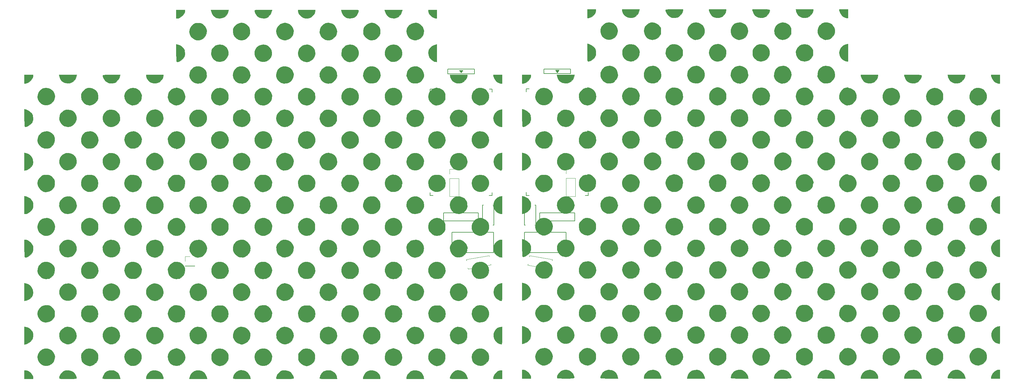
<source format=gto>
G04 #@! TF.GenerationSoftware,KiCad,Pcbnew,5.1.9*
G04 #@! TF.CreationDate,2021-03-27T16:20:26-06:00*
G04 #@! TF.ProjectId,corne-cherry,636f726e-652d-4636-9865-7272792e6b69,3.0.1*
G04 #@! TF.SameCoordinates,Original*
G04 #@! TF.FileFunction,Legend,Top*
G04 #@! TF.FilePolarity,Positive*
%FSLAX46Y46*%
G04 Gerber Fmt 4.6, Leading zero omitted, Abs format (unit mm)*
G04 Created by KiCad (PCBNEW 5.1.9) date 2021-03-27 16:20:26*
%MOMM*%
%LPD*%
G01*
G04 APERTURE LIST*
%ADD10C,0.010000*%
%ADD11C,0.120000*%
%ADD12C,0.150000*%
G04 APERTURE END LIST*
D10*
G36*
X127930500Y-10788000D02*
G01*
X127581250Y-10786798D01*
X127262686Y-10720930D01*
X126863647Y-10555985D01*
X126693994Y-10463140D01*
X126256961Y-10111490D01*
X125879285Y-9647898D01*
X125614850Y-9152516D01*
X125517500Y-8713092D01*
X125517500Y-8375000D01*
X127930500Y-8375000D01*
X127930500Y-10788000D01*
G37*
X127930500Y-10788000D02*
X127581250Y-10786798D01*
X127262686Y-10720930D01*
X126863647Y-10555985D01*
X126693994Y-10463140D01*
X126256961Y-10111490D01*
X125879285Y-9647898D01*
X125614850Y-9152516D01*
X125517500Y-8713092D01*
X125517500Y-8375000D01*
X127930500Y-8375000D01*
X127930500Y-10788000D01*
G36*
X118069314Y-8787750D02*
G01*
X117821359Y-9490519D01*
X117345050Y-10106544D01*
X117099026Y-10324316D01*
X116519816Y-10640756D01*
X115832418Y-10780012D01*
X115116447Y-10735913D01*
X114496835Y-10526008D01*
X113983951Y-10139980D01*
X113560636Y-9582832D01*
X113284735Y-8935455D01*
X113247557Y-8779035D01*
X113166750Y-8375000D01*
X118145150Y-8375000D01*
X118069314Y-8787750D01*
G37*
X118069314Y-8787750D02*
X117821359Y-9490519D01*
X117345050Y-10106544D01*
X117099026Y-10324316D01*
X116519816Y-10640756D01*
X115832418Y-10780012D01*
X115116447Y-10735913D01*
X114496835Y-10526008D01*
X113983951Y-10139980D01*
X113560636Y-9582832D01*
X113284735Y-8935455D01*
X113247557Y-8779035D01*
X113166750Y-8375000D01*
X118145150Y-8375000D01*
X118069314Y-8787750D01*
G36*
X104928199Y-8383757D02*
G01*
X105394692Y-8415092D01*
X105682728Y-8482522D01*
X105817473Y-8599640D01*
X105824094Y-8780037D01*
X105727757Y-9037308D01*
X105553629Y-9385043D01*
X105483250Y-9522231D01*
X105192442Y-10001221D01*
X104863171Y-10322536D01*
X104574274Y-10497504D01*
X103956568Y-10713395D01*
X103282190Y-10781252D01*
X102650269Y-10697548D01*
X102340000Y-10576972D01*
X101672015Y-10114473D01*
X101221810Y-9536022D01*
X100969856Y-8816217D01*
X100964312Y-8787750D01*
X100885850Y-8375000D01*
X103359175Y-8375000D01*
X104258082Y-8374924D01*
X104928199Y-8383757D01*
G37*
X104928199Y-8383757D02*
X105394692Y-8415092D01*
X105682728Y-8482522D01*
X105817473Y-8599640D01*
X105824094Y-8780037D01*
X105727757Y-9037308D01*
X105553629Y-9385043D01*
X105483250Y-9522231D01*
X105192442Y-10001221D01*
X104863171Y-10322536D01*
X104574274Y-10497504D01*
X103956568Y-10713395D01*
X103282190Y-10781252D01*
X102650269Y-10697548D01*
X102340000Y-10576972D01*
X101672015Y-10114473D01*
X101221810Y-9536022D01*
X100969856Y-8816217D01*
X100964312Y-8787750D01*
X100885850Y-8375000D01*
X103359175Y-8375000D01*
X104258082Y-8374924D01*
X104928199Y-8383757D01*
G36*
X93513500Y-8731135D02*
G01*
X93414926Y-9160665D01*
X93156570Y-9644085D01*
X92794475Y-10101365D01*
X92384686Y-10452475D01*
X92255114Y-10528074D01*
X91550371Y-10756368D01*
X90802290Y-10773477D01*
X90092337Y-10581612D01*
X89863994Y-10463140D01*
X89426961Y-10111490D01*
X89049285Y-9647898D01*
X88784850Y-9152516D01*
X88687500Y-8713092D01*
X88687500Y-8375000D01*
X93513500Y-8375000D01*
X93513500Y-8731135D01*
G37*
X93513500Y-8731135D02*
X93414926Y-9160665D01*
X93156570Y-9644085D01*
X92794475Y-10101365D01*
X92384686Y-10452475D01*
X92255114Y-10528074D01*
X91550371Y-10756368D01*
X90802290Y-10773477D01*
X90092337Y-10581612D01*
X89863994Y-10463140D01*
X89426961Y-10111490D01*
X89049285Y-9647898D01*
X88784850Y-9152516D01*
X88687500Y-8713092D01*
X88687500Y-8375000D01*
X93513500Y-8375000D01*
X93513500Y-8731135D01*
G36*
X78841825Y-8375000D02*
G01*
X81315150Y-8375000D01*
X81239314Y-8787750D01*
X80991359Y-9490519D01*
X80515050Y-10106544D01*
X80269026Y-10324316D01*
X79934678Y-10557675D01*
X79597084Y-10685097D01*
X79145429Y-10743936D01*
X78999026Y-10752442D01*
X78391024Y-10741374D01*
X77919720Y-10650256D01*
X77829000Y-10614171D01*
X77196200Y-10185326D01*
X76720109Y-9559267D01*
X76610836Y-9340838D01*
X76464841Y-9018767D01*
X76377573Y-8777532D01*
X76375955Y-8605476D01*
X76486913Y-8490943D01*
X76737371Y-8422276D01*
X77154255Y-8387820D01*
X77764487Y-8375918D01*
X78594994Y-8374915D01*
X78841825Y-8375000D01*
G37*
X78841825Y-8375000D02*
X81315150Y-8375000D01*
X81239314Y-8787750D01*
X80991359Y-9490519D01*
X80515050Y-10106544D01*
X80269026Y-10324316D01*
X79934678Y-10557675D01*
X79597084Y-10685097D01*
X79145429Y-10743936D01*
X78999026Y-10752442D01*
X78391024Y-10741374D01*
X77919720Y-10650256D01*
X77829000Y-10614171D01*
X77196200Y-10185326D01*
X76720109Y-9559267D01*
X76610836Y-9340838D01*
X76464841Y-9018767D01*
X76377573Y-8777532D01*
X76375955Y-8605476D01*
X76486913Y-8490943D01*
X76737371Y-8422276D01*
X77154255Y-8387820D01*
X77764487Y-8375918D01*
X78594994Y-8374915D01*
X78841825Y-8375000D01*
G36*
X68944272Y-8836061D02*
G01*
X68700749Y-9523784D01*
X68272357Y-10105469D01*
X67707837Y-10515178D01*
X67700407Y-10518795D01*
X67083531Y-10720215D01*
X66416674Y-10781525D01*
X65799663Y-10699560D01*
X65510000Y-10588280D01*
X64839279Y-10119649D01*
X64382738Y-9518029D01*
X64134312Y-8787750D01*
X64055850Y-8375000D01*
X69030767Y-8375000D01*
X68944272Y-8836061D01*
G37*
X68944272Y-8836061D02*
X68700749Y-9523784D01*
X68272357Y-10105469D01*
X67707837Y-10515178D01*
X67700407Y-10518795D01*
X67083531Y-10720215D01*
X66416674Y-10781525D01*
X65799663Y-10699560D01*
X65510000Y-10588280D01*
X64839279Y-10119649D01*
X64382738Y-9518029D01*
X64134312Y-8787750D01*
X64055850Y-8375000D01*
X69030767Y-8375000D01*
X68944272Y-8836061D01*
G36*
X56683500Y-8731135D02*
G01*
X56570572Y-9229709D01*
X56270071Y-9738804D01*
X55839424Y-10201917D01*
X55336055Y-10562545D01*
X54817390Y-10764185D01*
X54593059Y-10788000D01*
X54270500Y-10788000D01*
X54270500Y-8375000D01*
X56683500Y-8375000D01*
X56683500Y-8731135D01*
G37*
X56683500Y-8731135D02*
X56570572Y-9229709D01*
X56270071Y-9738804D01*
X55839424Y-10201917D01*
X55336055Y-10562545D01*
X54817390Y-10764185D01*
X54593059Y-10788000D01*
X54270500Y-10788000D01*
X54270500Y-8375000D01*
X56683500Y-8375000D01*
X56683500Y-8731135D01*
G36*
X122722796Y-12253088D02*
G01*
X123329412Y-12622838D01*
X123823166Y-13183150D01*
X124007464Y-13518500D01*
X124211457Y-14235639D01*
X124188578Y-14948249D01*
X123963145Y-15614139D01*
X123559479Y-16191120D01*
X123001900Y-16637003D01*
X122314728Y-16909598D01*
X122024183Y-16959028D01*
X121582470Y-16977815D01*
X121201206Y-16901982D01*
X120750027Y-16704846D01*
X120728072Y-16693751D01*
X120098415Y-16247834D01*
X119656771Y-15671733D01*
X119411058Y-15011025D01*
X119369190Y-14311286D01*
X119539083Y-13618090D01*
X119928654Y-12977015D01*
X120057686Y-12833945D01*
X120670764Y-12364328D01*
X121348974Y-12116120D01*
X122047817Y-12081611D01*
X122722796Y-12253088D01*
G37*
X122722796Y-12253088D02*
X123329412Y-12622838D01*
X123823166Y-13183150D01*
X124007464Y-13518500D01*
X124211457Y-14235639D01*
X124188578Y-14948249D01*
X123963145Y-15614139D01*
X123559479Y-16191120D01*
X123001900Y-16637003D01*
X122314728Y-16909598D01*
X122024183Y-16959028D01*
X121582470Y-16977815D01*
X121201206Y-16901982D01*
X120750027Y-16704846D01*
X120728072Y-16693751D01*
X120098415Y-16247834D01*
X119656771Y-15671733D01*
X119411058Y-15011025D01*
X119369190Y-14311286D01*
X119539083Y-13618090D01*
X119928654Y-12977015D01*
X120057686Y-12833945D01*
X120670764Y-12364328D01*
X121348974Y-12116120D01*
X122047817Y-12081611D01*
X122722796Y-12253088D01*
G36*
X110127444Y-12164780D02*
G01*
X110766970Y-12451136D01*
X111305445Y-12866088D01*
X111506583Y-13106587D01*
X111700891Y-13421142D01*
X111809594Y-13720949D01*
X111856332Y-14100788D01*
X111865000Y-14543603D01*
X111854737Y-15043409D01*
X111807256Y-15378867D01*
X111697520Y-15639340D01*
X111500491Y-15914188D01*
X111470535Y-15951461D01*
X110874355Y-16517788D01*
X110197051Y-16861761D01*
X109470888Y-16973204D01*
X108728134Y-16841941D01*
X108690000Y-16828410D01*
X108219377Y-16566407D01*
X107763448Y-16161805D01*
X107391271Y-15690098D01*
X107171909Y-15226782D01*
X107153789Y-15149077D01*
X107114829Y-14397891D01*
X107259218Y-13667065D01*
X107496652Y-13162700D01*
X107873275Y-12752850D01*
X108399212Y-12396034D01*
X108976923Y-12146441D01*
X109485142Y-12057999D01*
X110127444Y-12164780D01*
G37*
X110127444Y-12164780D02*
X110766970Y-12451136D01*
X111305445Y-12866088D01*
X111506583Y-13106587D01*
X111700891Y-13421142D01*
X111809594Y-13720949D01*
X111856332Y-14100788D01*
X111865000Y-14543603D01*
X111854737Y-15043409D01*
X111807256Y-15378867D01*
X111697520Y-15639340D01*
X111500491Y-15914188D01*
X111470535Y-15951461D01*
X110874355Y-16517788D01*
X110197051Y-16861761D01*
X109470888Y-16973204D01*
X108728134Y-16841941D01*
X108690000Y-16828410D01*
X108219377Y-16566407D01*
X107763448Y-16161805D01*
X107391271Y-15690098D01*
X107171909Y-15226782D01*
X107153789Y-15149077D01*
X107114829Y-14397891D01*
X107259218Y-13667065D01*
X107496652Y-13162700D01*
X107873275Y-12752850D01*
X108399212Y-12396034D01*
X108976923Y-12146441D01*
X109485142Y-12057999D01*
X110127444Y-12164780D01*
G36*
X97617877Y-12111394D02*
G01*
X98327974Y-12327935D01*
X98893271Y-12715634D01*
X99307375Y-13232669D01*
X99563893Y-13837220D01*
X99656433Y-14487468D01*
X99578603Y-15141591D01*
X99324010Y-15757770D01*
X98886261Y-16294185D01*
X98316405Y-16681222D01*
X97659948Y-16933882D01*
X97065980Y-16984806D01*
X96498000Y-16857767D01*
X95859552Y-16525094D01*
X95329394Y-16038983D01*
X95026465Y-15565243D01*
X94817814Y-14834480D01*
X94834154Y-14120908D01*
X95048179Y-13460919D01*
X95432585Y-12890903D01*
X95960068Y-12447252D01*
X96603324Y-12166358D01*
X97335047Y-12084613D01*
X97617877Y-12111394D01*
G37*
X97617877Y-12111394D02*
X98327974Y-12327935D01*
X98893271Y-12715634D01*
X99307375Y-13232669D01*
X99563893Y-13837220D01*
X99656433Y-14487468D01*
X99578603Y-15141591D01*
X99324010Y-15757770D01*
X98886261Y-16294185D01*
X98316405Y-16681222D01*
X97659948Y-16933882D01*
X97065980Y-16984806D01*
X96498000Y-16857767D01*
X95859552Y-16525094D01*
X95329394Y-16038983D01*
X95026465Y-15565243D01*
X94817814Y-14834480D01*
X94834154Y-14120908D01*
X95048179Y-13460919D01*
X95432585Y-12890903D01*
X95960068Y-12447252D01*
X96603324Y-12166358D01*
X97335047Y-12084613D01*
X97617877Y-12111394D01*
G36*
X85660179Y-12182997D02*
G01*
X86305283Y-12485622D01*
X86844582Y-12973618D01*
X87178782Y-13513245D01*
X87381316Y-14237658D01*
X87356486Y-14955043D01*
X87128505Y-15623361D01*
X86721586Y-16200573D01*
X86159940Y-16644641D01*
X85467780Y-16913526D01*
X85194183Y-16959028D01*
X84755782Y-16978005D01*
X84377266Y-16903814D01*
X83930187Y-16709974D01*
X83891408Y-16690430D01*
X83270973Y-16249531D01*
X82836838Y-15679929D01*
X82592521Y-15027656D01*
X82541538Y-14338744D01*
X82687408Y-13659226D01*
X83033648Y-13035133D01*
X83572722Y-12520265D01*
X84245630Y-12187027D01*
X84957539Y-12079035D01*
X85660179Y-12182997D01*
G37*
X85660179Y-12182997D02*
X86305283Y-12485622D01*
X86844582Y-12973618D01*
X87178782Y-13513245D01*
X87381316Y-14237658D01*
X87356486Y-14955043D01*
X87128505Y-15623361D01*
X86721586Y-16200573D01*
X86159940Y-16644641D01*
X85467780Y-16913526D01*
X85194183Y-16959028D01*
X84755782Y-16978005D01*
X84377266Y-16903814D01*
X83930187Y-16709974D01*
X83891408Y-16690430D01*
X83270973Y-16249531D01*
X82836838Y-15679929D01*
X82592521Y-15027656D01*
X82541538Y-14338744D01*
X82687408Y-13659226D01*
X83033648Y-13035133D01*
X83572722Y-12520265D01*
X84245630Y-12187027D01*
X84957539Y-12079035D01*
X85660179Y-12182997D01*
G36*
X73239269Y-12155873D02*
G01*
X73832435Y-12414042D01*
X74366751Y-12779334D01*
X74717500Y-13157776D01*
X74893181Y-13461950D01*
X74990328Y-13779913D01*
X75030009Y-14203731D01*
X75035000Y-14545156D01*
X75024682Y-15044613D01*
X74976989Y-15379892D01*
X74866809Y-15640518D01*
X74669029Y-15916017D01*
X74640535Y-15951461D01*
X74049177Y-16513355D01*
X73376624Y-16858248D01*
X72658871Y-16974654D01*
X71931910Y-16851088D01*
X71879708Y-16832452D01*
X71225890Y-16466051D01*
X70729806Y-15938024D01*
X70407721Y-15297278D01*
X70275902Y-14592724D01*
X70350614Y-13873268D01*
X70648125Y-13187820D01*
X70660943Y-13167861D01*
X71054426Y-12742511D01*
X71599541Y-12380104D01*
X72197909Y-12134571D01*
X72685500Y-12057999D01*
X73239269Y-12155873D01*
G37*
X73239269Y-12155873D02*
X73832435Y-12414042D01*
X74366751Y-12779334D01*
X74717500Y-13157776D01*
X74893181Y-13461950D01*
X74990328Y-13779913D01*
X75030009Y-14203731D01*
X75035000Y-14545156D01*
X75024682Y-15044613D01*
X74976989Y-15379892D01*
X74866809Y-15640518D01*
X74669029Y-15916017D01*
X74640535Y-15951461D01*
X74049177Y-16513355D01*
X73376624Y-16858248D01*
X72658871Y-16974654D01*
X71931910Y-16851088D01*
X71879708Y-16832452D01*
X71225890Y-16466051D01*
X70729806Y-15938024D01*
X70407721Y-15297278D01*
X70275902Y-14592724D01*
X70350614Y-13873268D01*
X70648125Y-13187820D01*
X70660943Y-13167861D01*
X71054426Y-12742511D01*
X71599541Y-12380104D01*
X72197909Y-12134571D01*
X72685500Y-12057999D01*
X73239269Y-12155873D01*
G36*
X60930481Y-12144726D02*
G01*
X61287761Y-12225354D01*
X61618675Y-12397790D01*
X61776303Y-12504821D01*
X62324672Y-13031356D01*
X62677777Y-13667419D01*
X62831205Y-14363569D01*
X62780545Y-15070365D01*
X62521386Y-15738366D01*
X62111393Y-16260594D01*
X61491794Y-16700551D01*
X60792153Y-16936836D01*
X60073218Y-16954602D01*
X59668000Y-16857767D01*
X58977616Y-16499140D01*
X58462861Y-15994625D01*
X58129585Y-15387256D01*
X57983638Y-14720066D01*
X58030871Y-14036090D01*
X58277133Y-13378361D01*
X58728275Y-12789912D01*
X59076158Y-12504198D01*
X59435956Y-12282335D01*
X59768253Y-12167066D01*
X60187386Y-12126355D01*
X60433772Y-12123821D01*
X60930481Y-12144726D01*
G37*
X60930481Y-12144726D02*
X61287761Y-12225354D01*
X61618675Y-12397790D01*
X61776303Y-12504821D01*
X62324672Y-13031356D01*
X62677777Y-13667419D01*
X62831205Y-14363569D01*
X62780545Y-15070365D01*
X62521386Y-15738366D01*
X62111393Y-16260594D01*
X61491794Y-16700551D01*
X60792153Y-16936836D01*
X60073218Y-16954602D01*
X59668000Y-16857767D01*
X58977616Y-16499140D01*
X58462861Y-15994625D01*
X58129585Y-15387256D01*
X57983638Y-14720066D01*
X58030871Y-14036090D01*
X58277133Y-13378361D01*
X58728275Y-12789912D01*
X59076158Y-12504198D01*
X59435956Y-12282335D01*
X59768253Y-12167066D01*
X60187386Y-12126355D01*
X60433772Y-12123821D01*
X60930481Y-12144726D01*
G36*
X127930500Y-23107000D02*
G01*
X127644750Y-23102028D01*
X127322426Y-23046660D01*
X126978000Y-22928202D01*
X126325104Y-22508671D01*
X125852679Y-21923392D01*
X125579781Y-21202735D01*
X125517500Y-20600847D01*
X125636972Y-19873935D01*
X125971282Y-19230357D01*
X126484266Y-18714518D01*
X127139765Y-18370822D01*
X127390750Y-18300609D01*
X127930500Y-18180999D01*
X127930500Y-23107000D01*
G37*
X127930500Y-23107000D02*
X127644750Y-23102028D01*
X127322426Y-23046660D01*
X126978000Y-22928202D01*
X126325104Y-22508671D01*
X125852679Y-21923392D01*
X125579781Y-21202735D01*
X125517500Y-20600847D01*
X125636972Y-19873935D01*
X125971282Y-19230357D01*
X126484266Y-18714518D01*
X127139765Y-18370822D01*
X127390750Y-18300609D01*
X127930500Y-18180999D01*
X127930500Y-23107000D01*
G36*
X116408824Y-18343462D02*
G01*
X117025754Y-18655364D01*
X117405732Y-18999911D01*
X117784928Y-19482806D01*
X117990852Y-19966674D01*
X118064357Y-20558380D01*
X118066833Y-20729319D01*
X118039906Y-21222147D01*
X117933677Y-21593319D01*
X117709970Y-21971828D01*
X117691134Y-21998790D01*
X117138560Y-22592645D01*
X116480655Y-22963051D01*
X115736931Y-23099351D01*
X115675000Y-23099826D01*
X115212249Y-23056739D01*
X114789245Y-22951646D01*
X114659000Y-22895972D01*
X113991064Y-22422314D01*
X113520204Y-21827464D01*
X113261931Y-21146563D01*
X113231760Y-20414753D01*
X113344924Y-19919201D01*
X113707002Y-19203524D01*
X114233687Y-18676256D01*
X114904836Y-18351862D01*
X115676725Y-18244714D01*
X116408824Y-18343462D01*
G37*
X116408824Y-18343462D02*
X117025754Y-18655364D01*
X117405732Y-18999911D01*
X117784928Y-19482806D01*
X117990852Y-19966674D01*
X118064357Y-20558380D01*
X118066833Y-20729319D01*
X118039906Y-21222147D01*
X117933677Y-21593319D01*
X117709970Y-21971828D01*
X117691134Y-21998790D01*
X117138560Y-22592645D01*
X116480655Y-22963051D01*
X115736931Y-23099351D01*
X115675000Y-23099826D01*
X115212249Y-23056739D01*
X114789245Y-22951646D01*
X114659000Y-22895972D01*
X113991064Y-22422314D01*
X113520204Y-21827464D01*
X113261931Y-21146563D01*
X113231760Y-20414753D01*
X113344924Y-19919201D01*
X113707002Y-19203524D01*
X114233687Y-18676256D01*
X114904836Y-18351862D01*
X115676725Y-18244714D01*
X116408824Y-18343462D01*
G36*
X104109259Y-18342692D02*
G01*
X104747952Y-18640137D01*
X105251569Y-19092977D01*
X105602896Y-19662304D01*
X105784716Y-20309211D01*
X105779817Y-20994792D01*
X105570982Y-21680138D01*
X105154290Y-22311310D01*
X104579496Y-22786736D01*
X103902464Y-23056428D01*
X103179506Y-23110665D01*
X102466935Y-22939728D01*
X102218282Y-22818083D01*
X101828852Y-22529855D01*
X101454014Y-22147894D01*
X101347873Y-22010184D01*
X101119775Y-21630075D01*
X101007284Y-21254660D01*
X100973339Y-20758214D01*
X100973136Y-20738917D01*
X101012989Y-20108798D01*
X101172707Y-19614251D01*
X101491809Y-19149888D01*
X101625267Y-18999911D01*
X102195086Y-18529996D01*
X102846022Y-18287131D01*
X103352704Y-18239548D01*
X104109259Y-18342692D01*
G37*
X104109259Y-18342692D02*
X104747952Y-18640137D01*
X105251569Y-19092977D01*
X105602896Y-19662304D01*
X105784716Y-20309211D01*
X105779817Y-20994792D01*
X105570982Y-21680138D01*
X105154290Y-22311310D01*
X104579496Y-22786736D01*
X103902464Y-23056428D01*
X103179506Y-23110665D01*
X102466935Y-22939728D01*
X102218282Y-22818083D01*
X101828852Y-22529855D01*
X101454014Y-22147894D01*
X101347873Y-22010184D01*
X101119775Y-21630075D01*
X101007284Y-21254660D01*
X100973339Y-20758214D01*
X100973136Y-20738917D01*
X101012989Y-20108798D01*
X101172707Y-19614251D01*
X101491809Y-19149888D01*
X101625267Y-18999911D01*
X102195086Y-18529996D01*
X102846022Y-18287131D01*
X103352704Y-18239548D01*
X104109259Y-18342692D01*
G36*
X91988144Y-18397653D02*
G01*
X92646764Y-18818067D01*
X92831762Y-18989578D01*
X93242369Y-19495177D01*
X93459857Y-20031792D01*
X93508270Y-20674689D01*
X93480960Y-21021758D01*
X93285711Y-21710511D01*
X92896448Y-22291099D01*
X92359709Y-22736902D01*
X91722035Y-23021299D01*
X91029965Y-23117670D01*
X90330040Y-22999393D01*
X90148000Y-22928202D01*
X89506947Y-22524921D01*
X89052193Y-21994782D01*
X88780075Y-21379544D01*
X88686929Y-20720961D01*
X88769094Y-20060793D01*
X89022907Y-19440796D01*
X89444706Y-18902728D01*
X90030828Y-18488345D01*
X90554864Y-18289396D01*
X91284529Y-18219487D01*
X91988144Y-18397653D01*
G37*
X91988144Y-18397653D02*
X92646764Y-18818067D01*
X92831762Y-18989578D01*
X93242369Y-19495177D01*
X93459857Y-20031792D01*
X93508270Y-20674689D01*
X93480960Y-21021758D01*
X93285711Y-21710511D01*
X92896448Y-22291099D01*
X92359709Y-22736902D01*
X91722035Y-23021299D01*
X91029965Y-23117670D01*
X90330040Y-22999393D01*
X90148000Y-22928202D01*
X89506947Y-22524921D01*
X89052193Y-21994782D01*
X88780075Y-21379544D01*
X88686929Y-20720961D01*
X88769094Y-20060793D01*
X89022907Y-19440796D01*
X89444706Y-18902728D01*
X90030828Y-18488345D01*
X90554864Y-18289396D01*
X91284529Y-18219487D01*
X91988144Y-18397653D01*
G36*
X79583632Y-18344121D02*
G01*
X80201588Y-18659783D01*
X80575732Y-18999911D01*
X80954928Y-19482806D01*
X81160852Y-19966674D01*
X81234357Y-20558380D01*
X81236833Y-20729319D01*
X81209208Y-21225621D01*
X81100990Y-21601323D01*
X80874160Y-21986234D01*
X80864718Y-21999868D01*
X80372730Y-22519895D01*
X79758795Y-22885572D01*
X79083764Y-23078937D01*
X78408491Y-23082026D01*
X77829000Y-22895972D01*
X77177149Y-22444115D01*
X76719397Y-21862835D01*
X76608535Y-21646500D01*
X76401420Y-20926755D01*
X76421286Y-20219955D01*
X76642456Y-19565155D01*
X77039257Y-19001410D01*
X77586013Y-18567773D01*
X78257051Y-18303299D01*
X78848295Y-18239548D01*
X79583632Y-18344121D01*
G37*
X79583632Y-18344121D02*
X80201588Y-18659783D01*
X80575732Y-18999911D01*
X80954928Y-19482806D01*
X81160852Y-19966674D01*
X81234357Y-20558380D01*
X81236833Y-20729319D01*
X81209208Y-21225621D01*
X81100990Y-21601323D01*
X80874160Y-21986234D01*
X80864718Y-21999868D01*
X80372730Y-22519895D01*
X79758795Y-22885572D01*
X79083764Y-23078937D01*
X78408491Y-23082026D01*
X77829000Y-22895972D01*
X77177149Y-22444115D01*
X76719397Y-21862835D01*
X76608535Y-21646500D01*
X76401420Y-20926755D01*
X76421286Y-20219955D01*
X76642456Y-19565155D01*
X77039257Y-19001410D01*
X77586013Y-18567773D01*
X78257051Y-18303299D01*
X78848295Y-18239548D01*
X79583632Y-18344121D01*
G36*
X67269509Y-18345580D02*
G01*
X67915148Y-18651214D01*
X68432703Y-19117379D01*
X68795256Y-19705006D01*
X68975890Y-20375023D01*
X68947687Y-21088361D01*
X68805938Y-21553595D01*
X68401895Y-22225530D01*
X67850525Y-22716937D01*
X67194245Y-23011824D01*
X66475473Y-23094201D01*
X65736628Y-22948077D01*
X65443358Y-22821250D01*
X64804734Y-22371990D01*
X64376030Y-21782030D01*
X64164951Y-21063707D01*
X64143136Y-20738917D01*
X64182989Y-20108798D01*
X64342707Y-19614251D01*
X64661809Y-19149888D01*
X64795267Y-18999911D01*
X65365086Y-18529996D01*
X66016022Y-18287131D01*
X66522704Y-18239548D01*
X67269509Y-18345580D01*
G37*
X67269509Y-18345580D02*
X67915148Y-18651214D01*
X68432703Y-19117379D01*
X68795256Y-19705006D01*
X68975890Y-20375023D01*
X68947687Y-21088361D01*
X68805938Y-21553595D01*
X68401895Y-22225530D01*
X67850525Y-22716937D01*
X67194245Y-23011824D01*
X66475473Y-23094201D01*
X65736628Y-22948077D01*
X65443358Y-22821250D01*
X64804734Y-22371990D01*
X64376030Y-21782030D01*
X64164951Y-21063707D01*
X64143136Y-20738917D01*
X64182989Y-20108798D01*
X64342707Y-19614251D01*
X64661809Y-19149888D01*
X64795267Y-18999911D01*
X65365086Y-18529996D01*
X66016022Y-18287131D01*
X66522704Y-18239548D01*
X67269509Y-18345580D01*
G36*
X54619750Y-18228744D02*
G01*
X55389904Y-18524078D01*
X56043973Y-19013213D01*
X56228485Y-19217847D01*
X56449155Y-19530320D01*
X56575025Y-19845493D01*
X56638590Y-20263777D01*
X56657132Y-20542408D01*
X56669575Y-21030649D01*
X56627952Y-21372584D01*
X56507817Y-21674174D01*
X56326033Y-21977448D01*
X55935502Y-22434242D01*
X55436234Y-22808234D01*
X54910124Y-23047400D01*
X54547903Y-23107000D01*
X54452740Y-23100692D01*
X54382287Y-23059643D01*
X54332830Y-22950660D01*
X54300653Y-22740554D01*
X54282044Y-22396133D01*
X54273287Y-21884206D01*
X54270669Y-21171582D01*
X54270500Y-20628080D01*
X54270500Y-18149160D01*
X54619750Y-18228744D01*
G37*
X54619750Y-18228744D02*
X55389904Y-18524078D01*
X56043973Y-19013213D01*
X56228485Y-19217847D01*
X56449155Y-19530320D01*
X56575025Y-19845493D01*
X56638590Y-20263777D01*
X56657132Y-20542408D01*
X56669575Y-21030649D01*
X56627952Y-21372584D01*
X56507817Y-21674174D01*
X56326033Y-21977448D01*
X55935502Y-22434242D01*
X55436234Y-22808234D01*
X54910124Y-23047400D01*
X54547903Y-23107000D01*
X54452740Y-23100692D01*
X54382287Y-23059643D01*
X54332830Y-22950660D01*
X54300653Y-22740554D01*
X54282044Y-22396133D01*
X54273287Y-21884206D01*
X54270669Y-21171582D01*
X54270500Y-20628080D01*
X54270500Y-18149160D01*
X54619750Y-18228744D01*
G36*
X122268851Y-24421129D02*
G01*
X122895813Y-24646307D01*
X123431153Y-25030139D01*
X123847910Y-25540920D01*
X124119120Y-26146944D01*
X124217823Y-26816503D01*
X124117058Y-27517892D01*
X123856614Y-28111734D01*
X123394207Y-28655162D01*
X122769677Y-29020548D01*
X122018432Y-29189528D01*
X121759842Y-29199138D01*
X121305610Y-29173850D01*
X120924627Y-29112717D01*
X120755000Y-29055139D01*
X120092373Y-28561528D01*
X119642456Y-27936540D01*
X119415104Y-27196588D01*
X119388047Y-26778031D01*
X119496071Y-25987396D01*
X119807548Y-25347784D01*
X120327317Y-24851886D01*
X120847904Y-24573561D01*
X121577227Y-24386312D01*
X122268851Y-24421129D01*
G37*
X122268851Y-24421129D02*
X122895813Y-24646307D01*
X123431153Y-25030139D01*
X123847910Y-25540920D01*
X124119120Y-26146944D01*
X124217823Y-26816503D01*
X124117058Y-27517892D01*
X123856614Y-28111734D01*
X123394207Y-28655162D01*
X122769677Y-29020548D01*
X122018432Y-29189528D01*
X121759842Y-29199138D01*
X121305610Y-29173850D01*
X120924627Y-29112717D01*
X120755000Y-29055139D01*
X120092373Y-28561528D01*
X119642456Y-27936540D01*
X119415104Y-27196588D01*
X119388047Y-26778031D01*
X119496071Y-25987396D01*
X119807548Y-25347784D01*
X120327317Y-24851886D01*
X120847904Y-24573561D01*
X121577227Y-24386312D01*
X122268851Y-24421129D01*
G36*
X110475042Y-24577218D02*
G01*
X110601648Y-24634218D01*
X111206650Y-25053973D01*
X111632586Y-25610690D01*
X111875387Y-26257234D01*
X111930987Y-26946469D01*
X111795317Y-27631262D01*
X111464308Y-28264476D01*
X110959437Y-28779743D01*
X110632466Y-28989909D01*
X110281903Y-29108319D01*
X109805672Y-29165885D01*
X109656514Y-29174319D01*
X109037539Y-29170287D01*
X108595738Y-29080921D01*
X108436283Y-29009924D01*
X107796166Y-28533433D01*
X107355655Y-27924799D01*
X107127502Y-27223928D01*
X107124458Y-26470727D01*
X107359273Y-25705102D01*
X107371885Y-25678717D01*
X107788080Y-25090636D01*
X108357555Y-24669932D01*
X109029249Y-24433119D01*
X109752099Y-24396710D01*
X110475042Y-24577218D01*
G37*
X110475042Y-24577218D02*
X110601648Y-24634218D01*
X111206650Y-25053973D01*
X111632586Y-25610690D01*
X111875387Y-26257234D01*
X111930987Y-26946469D01*
X111795317Y-27631262D01*
X111464308Y-28264476D01*
X110959437Y-28779743D01*
X110632466Y-28989909D01*
X110281903Y-29108319D01*
X109805672Y-29165885D01*
X109656514Y-29174319D01*
X109037539Y-29170287D01*
X108595738Y-29080921D01*
X108436283Y-29009924D01*
X107796166Y-28533433D01*
X107355655Y-27924799D01*
X107127502Y-27223928D01*
X107124458Y-26470727D01*
X107359273Y-25705102D01*
X107371885Y-25678717D01*
X107788080Y-25090636D01*
X108357555Y-24669932D01*
X109029249Y-24433119D01*
X109752099Y-24396710D01*
X110475042Y-24577218D01*
G36*
X98090695Y-24528359D02*
G01*
X98763209Y-24899145D01*
X98954816Y-25058605D01*
X99384512Y-25599288D01*
X99609072Y-26265206D01*
X99650521Y-26790000D01*
X99564535Y-27525239D01*
X99288256Y-28130402D01*
X98890588Y-28584232D01*
X98466662Y-28926922D01*
X98058233Y-29117425D01*
X97560811Y-29194669D01*
X97229713Y-29203000D01*
X96708007Y-29171723D01*
X96297788Y-29052612D01*
X95911025Y-28839485D01*
X95459122Y-28477657D01*
X95146648Y-28017234D01*
X95060661Y-27831692D01*
X94836541Y-27137346D01*
X94815035Y-26519435D01*
X94994776Y-25903039D01*
X95024274Y-25837500D01*
X95452277Y-25182820D01*
X96016659Y-24715898D01*
X96673682Y-24445403D01*
X97379607Y-24380000D01*
X98090695Y-24528359D01*
G37*
X98090695Y-24528359D02*
X98763209Y-24899145D01*
X98954816Y-25058605D01*
X99384512Y-25599288D01*
X99609072Y-26265206D01*
X99650521Y-26790000D01*
X99564535Y-27525239D01*
X99288256Y-28130402D01*
X98890588Y-28584232D01*
X98466662Y-28926922D01*
X98058233Y-29117425D01*
X97560811Y-29194669D01*
X97229713Y-29203000D01*
X96708007Y-29171723D01*
X96297788Y-29052612D01*
X95911025Y-28839485D01*
X95459122Y-28477657D01*
X95146648Y-28017234D01*
X95060661Y-27831692D01*
X94836541Y-27137346D01*
X94815035Y-26519435D01*
X94994776Y-25903039D01*
X95024274Y-25837500D01*
X95452277Y-25182820D01*
X96016659Y-24715898D01*
X96673682Y-24445403D01*
X97379607Y-24380000D01*
X98090695Y-24528359D01*
G36*
X85815050Y-24551890D02*
G01*
X86398650Y-24866237D01*
X86894319Y-25361044D01*
X87176725Y-25837500D01*
X87385464Y-26568186D01*
X87358670Y-27297338D01*
X87110500Y-27976821D01*
X86655107Y-28558500D01*
X86294833Y-28836403D01*
X85884887Y-29061088D01*
X85495665Y-29170337D01*
X84996847Y-29199246D01*
X84947885Y-29199138D01*
X84489399Y-29174429D01*
X84104250Y-29114595D01*
X83925000Y-29055139D01*
X83260277Y-28559853D01*
X82809622Y-27930645D01*
X82579808Y-27178849D01*
X82549822Y-26754131D01*
X82654924Y-26021994D01*
X82945600Y-25416133D01*
X83382776Y-24944289D01*
X83927381Y-24614202D01*
X84540343Y-24433613D01*
X85182590Y-24410262D01*
X85815050Y-24551890D01*
G37*
X85815050Y-24551890D02*
X86398650Y-24866237D01*
X86894319Y-25361044D01*
X87176725Y-25837500D01*
X87385464Y-26568186D01*
X87358670Y-27297338D01*
X87110500Y-27976821D01*
X86655107Y-28558500D01*
X86294833Y-28836403D01*
X85884887Y-29061088D01*
X85495665Y-29170337D01*
X84996847Y-29199246D01*
X84947885Y-29199138D01*
X84489399Y-29174429D01*
X84104250Y-29114595D01*
X83925000Y-29055139D01*
X83260277Y-28559853D01*
X82809622Y-27930645D01*
X82579808Y-27178849D01*
X82549822Y-26754131D01*
X82654924Y-26021994D01*
X82945600Y-25416133D01*
X83382776Y-24944289D01*
X83927381Y-24614202D01*
X84540343Y-24433613D01*
X85182590Y-24410262D01*
X85815050Y-24551890D01*
G36*
X73645042Y-24577218D02*
G01*
X73771648Y-24634218D01*
X74376650Y-25053973D01*
X74802586Y-25610690D01*
X75045387Y-26257234D01*
X75100987Y-26946469D01*
X74965317Y-27631262D01*
X74634308Y-28264476D01*
X74129437Y-28779743D01*
X73802466Y-28989909D01*
X73451903Y-29108319D01*
X72975672Y-29165885D01*
X72826514Y-29174319D01*
X72207539Y-29170287D01*
X71765738Y-29080921D01*
X71606283Y-29009924D01*
X70966166Y-28533433D01*
X70525655Y-27924799D01*
X70297502Y-27223928D01*
X70294458Y-26470727D01*
X70529273Y-25705102D01*
X70541885Y-25678717D01*
X70958080Y-25090636D01*
X71527555Y-24669932D01*
X72199249Y-24433119D01*
X72922099Y-24396710D01*
X73645042Y-24577218D01*
G37*
X73645042Y-24577218D02*
X73771648Y-24634218D01*
X74376650Y-25053973D01*
X74802586Y-25610690D01*
X75045387Y-26257234D01*
X75100987Y-26946469D01*
X74965317Y-27631262D01*
X74634308Y-28264476D01*
X74129437Y-28779743D01*
X73802466Y-28989909D01*
X73451903Y-29108319D01*
X72975672Y-29165885D01*
X72826514Y-29174319D01*
X72207539Y-29170287D01*
X71765738Y-29080921D01*
X71606283Y-29009924D01*
X70966166Y-28533433D01*
X70525655Y-27924799D01*
X70297502Y-27223928D01*
X70294458Y-26470727D01*
X70529273Y-25705102D01*
X70541885Y-25678717D01*
X70958080Y-25090636D01*
X71527555Y-24669932D01*
X72199249Y-24433119D01*
X72922099Y-24396710D01*
X73645042Y-24577218D01*
G36*
X61353095Y-24573561D02*
G01*
X62033934Y-24972994D01*
X62504160Y-25514402D01*
X62763849Y-26197897D01*
X62820521Y-26790000D01*
X62734535Y-27525239D01*
X62458256Y-28130402D01*
X62060588Y-28584232D01*
X61636662Y-28926922D01*
X61228233Y-29117425D01*
X60730811Y-29194669D01*
X60399713Y-29203000D01*
X59878134Y-29171746D01*
X59467978Y-29052676D01*
X59080462Y-28839128D01*
X58516338Y-28344541D01*
X58150207Y-27730531D01*
X57987956Y-27043841D01*
X58035470Y-26331211D01*
X58298638Y-25639386D01*
X58620359Y-25185616D01*
X59204469Y-24700940D01*
X59890710Y-24432174D01*
X60631632Y-24389946D01*
X61353095Y-24573561D01*
G37*
X61353095Y-24573561D02*
X62033934Y-24972994D01*
X62504160Y-25514402D01*
X62763849Y-26197897D01*
X62820521Y-26790000D01*
X62734535Y-27525239D01*
X62458256Y-28130402D01*
X62060588Y-28584232D01*
X61636662Y-28926922D01*
X61228233Y-29117425D01*
X60730811Y-29194669D01*
X60399713Y-29203000D01*
X59878134Y-29171746D01*
X59467978Y-29052676D01*
X59080462Y-28839128D01*
X58516338Y-28344541D01*
X58150207Y-27730531D01*
X57987956Y-27043841D01*
X58035470Y-26331211D01*
X58298638Y-25639386D01*
X58620359Y-25185616D01*
X59204469Y-24700940D01*
X59890710Y-24432174D01*
X60631632Y-24389946D01*
X61353095Y-24573561D01*
G36*
X127930500Y-32939409D02*
G01*
X127930372Y-33831950D01*
X127922378Y-34497457D01*
X127895096Y-34962873D01*
X127837107Y-35255140D01*
X127736991Y-35401199D01*
X127583329Y-35427991D01*
X127364700Y-35362460D01*
X127069686Y-35231547D01*
X126976910Y-35189147D01*
X126334142Y-34778295D01*
X125880519Y-34244551D01*
X125611257Y-33629055D01*
X125521570Y-32972948D01*
X125606674Y-32317370D01*
X125861783Y-31703463D01*
X126282114Y-31172367D01*
X126862879Y-30765223D01*
X127517750Y-30538993D01*
X127930500Y-30452818D01*
X127930500Y-32939409D01*
G37*
X127930500Y-32939409D02*
X127930372Y-33831950D01*
X127922378Y-34497457D01*
X127895096Y-34962873D01*
X127837107Y-35255140D01*
X127736991Y-35401199D01*
X127583329Y-35427991D01*
X127364700Y-35362460D01*
X127069686Y-35231547D01*
X126976910Y-35189147D01*
X126334142Y-34778295D01*
X125880519Y-34244551D01*
X125611257Y-33629055D01*
X125521570Y-32972948D01*
X125606674Y-32317370D01*
X125861783Y-31703463D01*
X126282114Y-31172367D01*
X126862879Y-30765223D01*
X127517750Y-30538993D01*
X127930500Y-30452818D01*
X127930500Y-32939409D01*
G36*
X116039475Y-30545646D02*
G01*
X116666093Y-30752883D01*
X117219644Y-31114106D01*
X117664730Y-31606666D01*
X117965952Y-32207913D01*
X118087912Y-32895199D01*
X118009464Y-33591596D01*
X117731856Y-34220643D01*
X117269813Y-34762541D01*
X116687776Y-35152283D01*
X116336811Y-35279000D01*
X115840338Y-35386755D01*
X115467452Y-35407456D01*
X115102088Y-35338205D01*
X114805708Y-35240751D01*
X114159547Y-34889197D01*
X113675312Y-34382438D01*
X113361246Y-33767504D01*
X113225598Y-33091423D01*
X113276612Y-32401226D01*
X113522534Y-31743941D01*
X113971610Y-31166599D01*
X114075202Y-31074336D01*
X114708631Y-30683723D01*
X115375188Y-30515043D01*
X116039475Y-30545646D01*
G37*
X116039475Y-30545646D02*
X116666093Y-30752883D01*
X117219644Y-31114106D01*
X117664730Y-31606666D01*
X117965952Y-32207913D01*
X118087912Y-32895199D01*
X118009464Y-33591596D01*
X117731856Y-34220643D01*
X117269813Y-34762541D01*
X116687776Y-35152283D01*
X116336811Y-35279000D01*
X115840338Y-35386755D01*
X115467452Y-35407456D01*
X115102088Y-35338205D01*
X114805708Y-35240751D01*
X114159547Y-34889197D01*
X113675312Y-34382438D01*
X113361246Y-33767504D01*
X113225598Y-33091423D01*
X113276612Y-32401226D01*
X113522534Y-31743941D01*
X113971610Y-31166599D01*
X114075202Y-31074336D01*
X114708631Y-30683723D01*
X115375188Y-30515043D01*
X116039475Y-30545646D01*
G36*
X104203187Y-30667749D02*
G01*
X104811578Y-30988179D01*
X105301155Y-31457459D01*
X105643505Y-32042059D01*
X105810213Y-32708451D01*
X105772866Y-33423107D01*
X105593782Y-33970754D01*
X105187337Y-34589541D01*
X104630341Y-35049207D01*
X103974786Y-35327447D01*
X103272664Y-35401958D01*
X102594000Y-35257588D01*
X102073338Y-35020901D01*
X101711980Y-34754834D01*
X101419216Y-34385164D01*
X101309841Y-34206797D01*
X101032423Y-33510183D01*
X100974919Y-32794010D01*
X101118950Y-32104408D01*
X101446139Y-31487512D01*
X101938111Y-30989453D01*
X102576487Y-30656363D01*
X102743621Y-30607552D01*
X103504397Y-30529697D01*
X104203187Y-30667749D01*
G37*
X104203187Y-30667749D02*
X104811578Y-30988179D01*
X105301155Y-31457459D01*
X105643505Y-32042059D01*
X105810213Y-32708451D01*
X105772866Y-33423107D01*
X105593782Y-33970754D01*
X105187337Y-34589541D01*
X104630341Y-35049207D01*
X103974786Y-35327447D01*
X103272664Y-35401958D01*
X102594000Y-35257588D01*
X102073338Y-35020901D01*
X101711980Y-34754834D01*
X101419216Y-34385164D01*
X101309841Y-34206797D01*
X101032423Y-33510183D01*
X100974919Y-32794010D01*
X101118950Y-32104408D01*
X101446139Y-31487512D01*
X101938111Y-30989453D01*
X102576487Y-30656363D01*
X102743621Y-30607552D01*
X103504397Y-30529697D01*
X104203187Y-30667749D01*
G36*
X91625115Y-30563645D02*
G01*
X92195585Y-30798793D01*
X92694679Y-31131050D01*
X92710388Y-31144693D01*
X93194447Y-31702968D01*
X93453841Y-32349373D01*
X93513500Y-32949500D01*
X93474071Y-33412522D01*
X93376002Y-33846669D01*
X93341917Y-33939813D01*
X93000389Y-34465556D01*
X92482831Y-34919144D01*
X91866192Y-35251170D01*
X91227421Y-35412228D01*
X91037000Y-35419717D01*
X90754634Y-35374590D01*
X90377551Y-35269119D01*
X90292432Y-35239968D01*
X89691982Y-34918071D01*
X89180998Y-34443962D01*
X88862358Y-33937829D01*
X88721090Y-33376717D01*
X88701092Y-32725783D01*
X88802586Y-32118501D01*
X88859082Y-31959186D01*
X89191781Y-31447516D01*
X89698645Y-30996195D01*
X90299952Y-30658034D01*
X90915979Y-30485842D01*
X91100500Y-30474416D01*
X91625115Y-30563645D01*
G37*
X91625115Y-30563645D02*
X92195585Y-30798793D01*
X92694679Y-31131050D01*
X92710388Y-31144693D01*
X93194447Y-31702968D01*
X93453841Y-32349373D01*
X93513500Y-32949500D01*
X93474071Y-33412522D01*
X93376002Y-33846669D01*
X93341917Y-33939813D01*
X93000389Y-34465556D01*
X92482831Y-34919144D01*
X91866192Y-35251170D01*
X91227421Y-35412228D01*
X91037000Y-35419717D01*
X90754634Y-35374590D01*
X90377551Y-35269119D01*
X90292432Y-35239968D01*
X89691982Y-34918071D01*
X89180998Y-34443962D01*
X88862358Y-33937829D01*
X88721090Y-33376717D01*
X88701092Y-32725783D01*
X88802586Y-32118501D01*
X88859082Y-31959186D01*
X89191781Y-31447516D01*
X89698645Y-30996195D01*
X90299952Y-30658034D01*
X90915979Y-30485842D01*
X91100500Y-30474416D01*
X91625115Y-30563645D01*
G36*
X79602971Y-30650780D02*
G01*
X80246682Y-30981132D01*
X80569740Y-31260721D01*
X81008317Y-31867161D01*
X81227096Y-32518019D01*
X81247506Y-33178182D01*
X81090976Y-33812535D01*
X80778938Y-34385966D01*
X80332819Y-34863361D01*
X79774049Y-35209607D01*
X79124059Y-35389591D01*
X78404278Y-35368199D01*
X78106492Y-35296858D01*
X77443929Y-34975359D01*
X76925654Y-34479604D01*
X76572730Y-33857443D01*
X76406218Y-33156726D01*
X76447178Y-32425303D01*
X76615571Y-31909585D01*
X77020577Y-31296275D01*
X77570316Y-30855781D01*
X78216292Y-30596062D01*
X78910009Y-30525075D01*
X79602971Y-30650780D01*
G37*
X79602971Y-30650780D02*
X80246682Y-30981132D01*
X80569740Y-31260721D01*
X81008317Y-31867161D01*
X81227096Y-32518019D01*
X81247506Y-33178182D01*
X81090976Y-33812535D01*
X80778938Y-34385966D01*
X80332819Y-34863361D01*
X79774049Y-35209607D01*
X79124059Y-35389591D01*
X78404278Y-35368199D01*
X78106492Y-35296858D01*
X77443929Y-34975359D01*
X76925654Y-34479604D01*
X76572730Y-33857443D01*
X76406218Y-33156726D01*
X76447178Y-32425303D01*
X76615571Y-31909585D01*
X77020577Y-31296275D01*
X77570316Y-30855781D01*
X78216292Y-30596062D01*
X78910009Y-30525075D01*
X79602971Y-30650780D01*
G36*
X67448556Y-30689095D02*
G01*
X68048009Y-31020784D01*
X68522387Y-31497947D01*
X68844845Y-32086866D01*
X68988541Y-32753827D01*
X68926629Y-33465112D01*
X68716750Y-34032141D01*
X68278114Y-34634353D01*
X67682892Y-35075018D01*
X66987483Y-35330980D01*
X66248286Y-35379086D01*
X65707348Y-35267619D01*
X65358616Y-35087302D01*
X64969604Y-34795842D01*
X64795892Y-34632748D01*
X64366739Y-34028327D01*
X64151799Y-33359593D01*
X64137752Y-32671877D01*
X64311276Y-32010511D01*
X64659052Y-31420828D01*
X65167757Y-30948159D01*
X65824072Y-30637835D01*
X65981797Y-30597000D01*
X66750871Y-30536594D01*
X67448556Y-30689095D01*
G37*
X67448556Y-30689095D02*
X68048009Y-31020784D01*
X68522387Y-31497947D01*
X68844845Y-32086866D01*
X68988541Y-32753827D01*
X68926629Y-33465112D01*
X68716750Y-34032141D01*
X68278114Y-34634353D01*
X67682892Y-35075018D01*
X66987483Y-35330980D01*
X66248286Y-35379086D01*
X65707348Y-35267619D01*
X65358616Y-35087302D01*
X64969604Y-34795842D01*
X64795892Y-34632748D01*
X64366739Y-34028327D01*
X64151799Y-33359593D01*
X64137752Y-32671877D01*
X64311276Y-32010511D01*
X64659052Y-31420828D01*
X65167757Y-30948159D01*
X65824072Y-30637835D01*
X65981797Y-30597000D01*
X66750871Y-30536594D01*
X67448556Y-30689095D01*
G36*
X54683250Y-30538993D02*
G01*
X55381848Y-30796960D01*
X55948942Y-31224705D01*
X56368200Y-31778329D01*
X56623293Y-32413935D01*
X56697889Y-33087626D01*
X56575658Y-33755505D01*
X56240269Y-34373675D01*
X56150383Y-34482702D01*
X55612446Y-34974905D01*
X55003105Y-35272328D01*
X54683250Y-35357295D01*
X54270500Y-35446181D01*
X54270500Y-30452818D01*
X54683250Y-30538993D01*
G37*
X54683250Y-30538993D02*
X55381848Y-30796960D01*
X55948942Y-31224705D01*
X56368200Y-31778329D01*
X56623293Y-32413935D01*
X56697889Y-33087626D01*
X56575658Y-33755505D01*
X56240269Y-34373675D01*
X56150383Y-34482702D01*
X55612446Y-34974905D01*
X55003105Y-35272328D01*
X54683250Y-35357295D01*
X54270500Y-35446181D01*
X54270500Y-30452818D01*
X54683250Y-30538993D01*
G36*
X122560653Y-36805240D02*
G01*
X123194209Y-37106821D01*
X123690816Y-37561535D01*
X124034200Y-38130171D01*
X124208090Y-38773522D01*
X124196213Y-39452378D01*
X123982299Y-40127530D01*
X123550074Y-40759770D01*
X123510512Y-40802152D01*
X122928621Y-41238423D01*
X122237968Y-41475412D01*
X121501486Y-41501014D01*
X120819406Y-41319691D01*
X120145892Y-40910578D01*
X119682690Y-40359087D01*
X119430477Y-39666255D01*
X119379822Y-39108451D01*
X119432262Y-38475314D01*
X119619901Y-37967689D01*
X119986153Y-37474248D01*
X120040267Y-37414911D01*
X120508733Y-37006353D01*
X121025349Y-36778647D01*
X121674022Y-36697639D01*
X121806419Y-36696000D01*
X122560653Y-36805240D01*
G37*
X122560653Y-36805240D02*
X123194209Y-37106821D01*
X123690816Y-37561535D01*
X124034200Y-38130171D01*
X124208090Y-38773522D01*
X124196213Y-39452378D01*
X123982299Y-40127530D01*
X123550074Y-40759770D01*
X123510512Y-40802152D01*
X122928621Y-41238423D01*
X122237968Y-41475412D01*
X121501486Y-41501014D01*
X120819406Y-41319691D01*
X120145892Y-40910578D01*
X119682690Y-40359087D01*
X119430477Y-39666255D01*
X119379822Y-39108451D01*
X119432262Y-38475314D01*
X119619901Y-37967689D01*
X119986153Y-37474248D01*
X120040267Y-37414911D01*
X120508733Y-37006353D01*
X121025349Y-36778647D01*
X121674022Y-36697639D01*
X121806419Y-36696000D01*
X122560653Y-36805240D01*
G36*
X110035869Y-36769617D02*
G01*
X110386973Y-36813902D01*
X110653200Y-36913257D01*
X110918937Y-37088583D01*
X110955308Y-37116107D01*
X111497161Y-37680377D01*
X111824400Y-38375192D01*
X111928500Y-39142576D01*
X111815567Y-39881307D01*
X111502736Y-40510474D01*
X111028952Y-41006934D01*
X110433163Y-41347542D01*
X109754316Y-41509155D01*
X109031357Y-41468628D01*
X108387908Y-41246543D01*
X107796955Y-40826133D01*
X107383804Y-40268512D01*
X107152057Y-39621316D01*
X107105313Y-38932186D01*
X107247175Y-38248758D01*
X107581243Y-37618673D01*
X108075691Y-37116107D01*
X108347127Y-36930112D01*
X108608785Y-36822631D01*
X108945053Y-36772762D01*
X109440319Y-36759604D01*
X109515500Y-36759500D01*
X110035869Y-36769617D01*
G37*
X110035869Y-36769617D02*
X110386973Y-36813902D01*
X110653200Y-36913257D01*
X110918937Y-37088583D01*
X110955308Y-37116107D01*
X111497161Y-37680377D01*
X111824400Y-38375192D01*
X111928500Y-39142576D01*
X111815567Y-39881307D01*
X111502736Y-40510474D01*
X111028952Y-41006934D01*
X110433163Y-41347542D01*
X109754316Y-41509155D01*
X109031357Y-41468628D01*
X108387908Y-41246543D01*
X107796955Y-40826133D01*
X107383804Y-40268512D01*
X107152057Y-39621316D01*
X107105313Y-38932186D01*
X107247175Y-38248758D01*
X107581243Y-37618673D01*
X108075691Y-37116107D01*
X108347127Y-36930112D01*
X108608785Y-36822631D01*
X108945053Y-36772762D01*
X109440319Y-36759604D01*
X109515500Y-36759500D01*
X110035869Y-36769617D01*
G36*
X97904760Y-36754997D02*
G01*
X98438301Y-36954757D01*
X98909111Y-37329435D01*
X98990732Y-37414911D01*
X99379721Y-37913704D01*
X99585227Y-38414197D01*
X99650667Y-39027717D01*
X99651177Y-39108451D01*
X99550361Y-39883129D01*
X99242042Y-40520100D01*
X98715027Y-41037011D01*
X98250556Y-41316644D01*
X97770581Y-41460930D01*
X97179901Y-41505014D01*
X96602040Y-41446945D01*
X96278718Y-41347789D01*
X95647913Y-40944853D01*
X95192554Y-40403053D01*
X94916778Y-39768705D01*
X94824723Y-39088125D01*
X94920523Y-38407630D01*
X95208317Y-37773535D01*
X95692241Y-37232157D01*
X95897594Y-37080475D01*
X96310379Y-36842606D01*
X96695750Y-36727501D01*
X97188592Y-36696077D01*
X97224580Y-36696000D01*
X97904760Y-36754997D01*
G37*
X97904760Y-36754997D02*
X98438301Y-36954757D01*
X98909111Y-37329435D01*
X98990732Y-37414911D01*
X99379721Y-37913704D01*
X99585227Y-38414197D01*
X99650667Y-39027717D01*
X99651177Y-39108451D01*
X99550361Y-39883129D01*
X99242042Y-40520100D01*
X98715027Y-41037011D01*
X98250556Y-41316644D01*
X97770581Y-41460930D01*
X97179901Y-41505014D01*
X96602040Y-41446945D01*
X96278718Y-41347789D01*
X95647913Y-40944853D01*
X95192554Y-40403053D01*
X94916778Y-39768705D01*
X94824723Y-39088125D01*
X94920523Y-38407630D01*
X95208317Y-37773535D01*
X95692241Y-37232157D01*
X95897594Y-37080475D01*
X96310379Y-36842606D01*
X96695750Y-36727501D01*
X97188592Y-36696077D01*
X97224580Y-36696000D01*
X97904760Y-36754997D01*
G36*
X85731049Y-36805460D02*
G01*
X86367953Y-37107810D01*
X86866763Y-37564001D01*
X87210206Y-38134986D01*
X87381006Y-38781716D01*
X87361889Y-39465142D01*
X87135578Y-40146218D01*
X86750640Y-40713383D01*
X86179203Y-41186025D01*
X85503491Y-41458755D01*
X84782251Y-41521216D01*
X84074232Y-41363048D01*
X83803282Y-41233083D01*
X83417403Y-40947058D01*
X83041461Y-40564473D01*
X82924865Y-40413790D01*
X82692510Y-40030518D01*
X82580030Y-39662680D01*
X82549249Y-39181282D01*
X82549166Y-39144319D01*
X82596829Y-38510573D01*
X82767050Y-38010461D01*
X83100683Y-37537115D01*
X83210267Y-37414911D01*
X83680008Y-37005519D01*
X84198159Y-36777784D01*
X84848702Y-36697460D01*
X84973329Y-36696000D01*
X85731049Y-36805460D01*
G37*
X85731049Y-36805460D02*
X86367953Y-37107810D01*
X86866763Y-37564001D01*
X87210206Y-38134986D01*
X87381006Y-38781716D01*
X87361889Y-39465142D01*
X87135578Y-40146218D01*
X86750640Y-40713383D01*
X86179203Y-41186025D01*
X85503491Y-41458755D01*
X84782251Y-41521216D01*
X84074232Y-41363048D01*
X83803282Y-41233083D01*
X83417403Y-40947058D01*
X83041461Y-40564473D01*
X82924865Y-40413790D01*
X82692510Y-40030518D01*
X82580030Y-39662680D01*
X82549249Y-39181282D01*
X82549166Y-39144319D01*
X82596829Y-38510573D01*
X82767050Y-38010461D01*
X83100683Y-37537115D01*
X83210267Y-37414911D01*
X83680008Y-37005519D01*
X84198159Y-36777784D01*
X84848702Y-36697460D01*
X84973329Y-36696000D01*
X85731049Y-36805460D01*
G36*
X73205869Y-36769617D02*
G01*
X73556973Y-36813902D01*
X73823200Y-36913257D01*
X74088937Y-37088583D01*
X74125308Y-37116107D01*
X74667161Y-37680377D01*
X74994400Y-38375192D01*
X75098500Y-39142576D01*
X74985567Y-39881307D01*
X74672736Y-40510474D01*
X74198952Y-41006934D01*
X73603163Y-41347542D01*
X72924316Y-41509155D01*
X72201357Y-41468628D01*
X71557908Y-41246543D01*
X70966955Y-40826133D01*
X70553804Y-40268512D01*
X70322057Y-39621316D01*
X70275313Y-38932186D01*
X70417175Y-38248758D01*
X70751243Y-37618673D01*
X71245691Y-37116107D01*
X71517127Y-36930112D01*
X71778785Y-36822631D01*
X72115053Y-36772762D01*
X72610319Y-36759604D01*
X72685500Y-36759500D01*
X73205869Y-36769617D01*
G37*
X73205869Y-36769617D02*
X73556973Y-36813902D01*
X73823200Y-36913257D01*
X74088937Y-37088583D01*
X74125308Y-37116107D01*
X74667161Y-37680377D01*
X74994400Y-38375192D01*
X75098500Y-39142576D01*
X74985567Y-39881307D01*
X74672736Y-40510474D01*
X74198952Y-41006934D01*
X73603163Y-41347542D01*
X72924316Y-41509155D01*
X72201357Y-41468628D01*
X71557908Y-41246543D01*
X70966955Y-40826133D01*
X70553804Y-40268512D01*
X70322057Y-39621316D01*
X70275313Y-38932186D01*
X70417175Y-38248758D01*
X70751243Y-37618673D01*
X71245691Y-37116107D01*
X71517127Y-36930112D01*
X71778785Y-36822631D01*
X72115053Y-36772762D01*
X72610319Y-36759604D01*
X72685500Y-36759500D01*
X73205869Y-36769617D01*
G36*
X60845126Y-36714396D02*
G01*
X61343521Y-36815475D01*
X61484056Y-36875161D01*
X61920429Y-37188598D01*
X62347637Y-37633357D01*
X62658148Y-38092451D01*
X62774976Y-38496410D01*
X62815465Y-39032672D01*
X62781523Y-39591891D01*
X62675059Y-40064724D01*
X62621577Y-40188500D01*
X62184223Y-40773435D01*
X61594356Y-41205335D01*
X60910011Y-41463330D01*
X60189222Y-41526549D01*
X59490021Y-41374124D01*
X59414000Y-41341995D01*
X58895407Y-40995161D01*
X58445081Y-40484792D01*
X58115558Y-39889397D01*
X57959380Y-39287486D01*
X57953500Y-39159563D01*
X58074445Y-38390873D01*
X58429040Y-37706034D01*
X59004921Y-37125695D01*
X59287000Y-36932040D01*
X59709096Y-36775469D01*
X60264395Y-36701991D01*
X60845126Y-36714396D01*
G37*
X60845126Y-36714396D02*
X61343521Y-36815475D01*
X61484056Y-36875161D01*
X61920429Y-37188598D01*
X62347637Y-37633357D01*
X62658148Y-38092451D01*
X62774976Y-38496410D01*
X62815465Y-39032672D01*
X62781523Y-39591891D01*
X62675059Y-40064724D01*
X62621577Y-40188500D01*
X62184223Y-40773435D01*
X61594356Y-41205335D01*
X60910011Y-41463330D01*
X60189222Y-41526549D01*
X59490021Y-41374124D01*
X59414000Y-41341995D01*
X58895407Y-40995161D01*
X58445081Y-40484792D01*
X58115558Y-39889397D01*
X57959380Y-39287486D01*
X57953500Y-39159563D01*
X58074445Y-38390873D01*
X58429040Y-37706034D01*
X59004921Y-37125695D01*
X59287000Y-36932040D01*
X59709096Y-36775469D01*
X60264395Y-36701991D01*
X60845126Y-36714396D01*
G36*
X127930500Y-45251883D02*
G01*
X127925897Y-46015409D01*
X127913064Y-46683246D01*
X127893464Y-47217255D01*
X127868563Y-47579298D01*
X127839822Y-47731236D01*
X127835250Y-47733546D01*
X127659378Y-47693929D01*
X127351367Y-47611536D01*
X127295500Y-47595781D01*
X126609298Y-47279930D01*
X126073717Y-46791423D01*
X125708394Y-46175223D01*
X125532965Y-45476295D01*
X125567067Y-44739604D01*
X125775966Y-44116274D01*
X126157867Y-43576747D01*
X126695326Y-43139430D01*
X127302104Y-42869671D01*
X127468500Y-42833738D01*
X127930500Y-42758766D01*
X127930500Y-45251883D01*
G37*
X127930500Y-45251883D02*
X127925897Y-46015409D01*
X127913064Y-46683246D01*
X127893464Y-47217255D01*
X127868563Y-47579298D01*
X127839822Y-47731236D01*
X127835250Y-47733546D01*
X127659378Y-47693929D01*
X127351367Y-47611536D01*
X127295500Y-47595781D01*
X126609298Y-47279930D01*
X126073717Y-46791423D01*
X125708394Y-46175223D01*
X125532965Y-45476295D01*
X125567067Y-44739604D01*
X125775966Y-44116274D01*
X126157867Y-43576747D01*
X126695326Y-43139430D01*
X127302104Y-42869671D01*
X127468500Y-42833738D01*
X127930500Y-42758766D01*
X127930500Y-45251883D01*
G36*
X116005787Y-42834979D02*
G01*
X116697914Y-43053123D01*
X117312457Y-43465008D01*
X117694718Y-43899131D01*
X117925880Y-44286429D01*
X118037238Y-44660450D01*
X118066812Y-45151001D01*
X118066833Y-45169680D01*
X118019170Y-45803426D01*
X117848949Y-46303538D01*
X117515316Y-46776884D01*
X117405732Y-46899088D01*
X116811778Y-47371135D01*
X116123935Y-47633155D01*
X115397368Y-47667439D01*
X115148990Y-47623519D01*
X114432748Y-47341546D01*
X113878337Y-46901484D01*
X113490687Y-46344992D01*
X113274732Y-45713728D01*
X113235403Y-45049351D01*
X113377631Y-44393519D01*
X113706349Y-43787890D01*
X114226488Y-43274122D01*
X114606416Y-43040431D01*
X115290485Y-42825706D01*
X116005787Y-42834979D01*
G37*
X116005787Y-42834979D02*
X116697914Y-43053123D01*
X117312457Y-43465008D01*
X117694718Y-43899131D01*
X117925880Y-44286429D01*
X118037238Y-44660450D01*
X118066812Y-45151001D01*
X118066833Y-45169680D01*
X118019170Y-45803426D01*
X117848949Y-46303538D01*
X117515316Y-46776884D01*
X117405732Y-46899088D01*
X116811778Y-47371135D01*
X116123935Y-47633155D01*
X115397368Y-47667439D01*
X115148990Y-47623519D01*
X114432748Y-47341546D01*
X113878337Y-46901484D01*
X113490687Y-46344992D01*
X113274732Y-45713728D01*
X113235403Y-45049351D01*
X113377631Y-44393519D01*
X113706349Y-43787890D01*
X114226488Y-43274122D01*
X114606416Y-43040431D01*
X115290485Y-42825706D01*
X116005787Y-42834979D01*
G36*
X103837941Y-42859042D02*
G01*
X104485927Y-43078525D01*
X105055423Y-43477419D01*
X105502667Y-44049527D01*
X105709405Y-44518333D01*
X105822752Y-45222388D01*
X105718838Y-45898371D01*
X105431668Y-46512844D01*
X104995247Y-47032368D01*
X104443579Y-47423505D01*
X103810670Y-47652815D01*
X103130524Y-47686861D01*
X102611432Y-47564712D01*
X101909157Y-47182337D01*
X101389166Y-46631982D01*
X101068715Y-45938748D01*
X100964822Y-45169131D01*
X100991911Y-44673543D01*
X101099559Y-44298556D01*
X101325732Y-43914368D01*
X101336281Y-43899131D01*
X101860633Y-43339013D01*
X102481534Y-42983090D01*
X103155223Y-42825164D01*
X103837941Y-42859042D01*
G37*
X103837941Y-42859042D02*
X104485927Y-43078525D01*
X105055423Y-43477419D01*
X105502667Y-44049527D01*
X105709405Y-44518333D01*
X105822752Y-45222388D01*
X105718838Y-45898371D01*
X105431668Y-46512844D01*
X104995247Y-47032368D01*
X104443579Y-47423505D01*
X103810670Y-47652815D01*
X103130524Y-47686861D01*
X102611432Y-47564712D01*
X101909157Y-47182337D01*
X101389166Y-46631982D01*
X101068715Y-45938748D01*
X100964822Y-45169131D01*
X100991911Y-44673543D01*
X101099559Y-44298556D01*
X101325732Y-43914368D01*
X101336281Y-43899131D01*
X101860633Y-43339013D01*
X102481534Y-42983090D01*
X103155223Y-42825164D01*
X103837941Y-42859042D01*
G36*
X91609207Y-42873143D02*
G01*
X91969280Y-42944049D01*
X92284717Y-43095185D01*
X92454203Y-43206495D01*
X93002819Y-43721137D01*
X93352547Y-44334310D01*
X93509916Y-45001728D01*
X93481454Y-45679105D01*
X93273689Y-46322154D01*
X92893148Y-46886591D01*
X92346361Y-47328127D01*
X91812828Y-47557485D01*
X91394675Y-47675744D01*
X91111262Y-47721701D01*
X90854284Y-47696847D01*
X90515435Y-47602671D01*
X90431014Y-47576489D01*
X90005610Y-47391367D01*
X89584828Y-47130842D01*
X89529417Y-47088118D01*
X89052225Y-46555174D01*
X88771885Y-45916759D01*
X88685734Y-45224591D01*
X88791104Y-44530386D01*
X89085331Y-43885863D01*
X89565748Y-43342739D01*
X89728857Y-43218927D01*
X90066607Y-43012584D01*
X90389267Y-42902217D01*
X90802256Y-42859894D01*
X91100500Y-42855500D01*
X91609207Y-42873143D01*
G37*
X91609207Y-42873143D02*
X91969280Y-42944049D01*
X92284717Y-43095185D01*
X92454203Y-43206495D01*
X93002819Y-43721137D01*
X93352547Y-44334310D01*
X93509916Y-45001728D01*
X93481454Y-45679105D01*
X93273689Y-46322154D01*
X92893148Y-46886591D01*
X92346361Y-47328127D01*
X91812828Y-47557485D01*
X91394675Y-47675744D01*
X91111262Y-47721701D01*
X90854284Y-47696847D01*
X90515435Y-47602671D01*
X90431014Y-47576489D01*
X90005610Y-47391367D01*
X89584828Y-47130842D01*
X89529417Y-47088118D01*
X89052225Y-46555174D01*
X88771885Y-45916759D01*
X88685734Y-45224591D01*
X88791104Y-44530386D01*
X89085331Y-43885863D01*
X89565748Y-43342739D01*
X89728857Y-43218927D01*
X90066607Y-43012584D01*
X90389267Y-42902217D01*
X90802256Y-42859894D01*
X91100500Y-42855500D01*
X91609207Y-42873143D01*
G36*
X79649852Y-42944611D02*
G01*
X79875743Y-43034965D01*
X80476726Y-43437994D01*
X80918164Y-43998894D01*
X81182119Y-44664674D01*
X81250654Y-45382344D01*
X81105830Y-46098912D01*
X80997200Y-46348000D01*
X80732497Y-46723246D01*
X80346751Y-47112937D01*
X79944475Y-47414720D01*
X79861000Y-47460733D01*
X79446829Y-47596668D01*
X78937948Y-47669880D01*
X78464512Y-47666570D01*
X78272677Y-47629138D01*
X77501357Y-47277445D01*
X76925839Y-46770884D01*
X76554411Y-46118675D01*
X76418257Y-45565904D01*
X76428808Y-44813907D01*
X76650830Y-44143024D01*
X77047662Y-43580091D01*
X77582641Y-43151947D01*
X78219107Y-42885427D01*
X78920398Y-42807370D01*
X79649852Y-42944611D01*
G37*
X79649852Y-42944611D02*
X79875743Y-43034965D01*
X80476726Y-43437994D01*
X80918164Y-43998894D01*
X81182119Y-44664674D01*
X81250654Y-45382344D01*
X81105830Y-46098912D01*
X80997200Y-46348000D01*
X80732497Y-46723246D01*
X80346751Y-47112937D01*
X79944475Y-47414720D01*
X79861000Y-47460733D01*
X79446829Y-47596668D01*
X78937948Y-47669880D01*
X78464512Y-47666570D01*
X78272677Y-47629138D01*
X77501357Y-47277445D01*
X76925839Y-46770884D01*
X76554411Y-46118675D01*
X76418257Y-45565904D01*
X76428808Y-44813907D01*
X76650830Y-44143024D01*
X77047662Y-43580091D01*
X77582641Y-43151947D01*
X78219107Y-42885427D01*
X78920398Y-42807370D01*
X79649852Y-42944611D01*
G36*
X67087964Y-42857765D02*
G01*
X67594583Y-43040431D01*
X68226726Y-43483758D01*
X68662549Y-44039371D01*
X68908673Y-44666812D01*
X68971722Y-45325626D01*
X68858317Y-45975354D01*
X68575082Y-46575542D01*
X68128639Y-47085731D01*
X67525610Y-47465465D01*
X66837592Y-47664921D01*
X66506369Y-47698738D01*
X66284093Y-47690262D01*
X66272000Y-47686633D01*
X66060766Y-47626338D01*
X65798079Y-47563773D01*
X65412102Y-47390830D01*
X64982498Y-47067738D01*
X64590841Y-46665344D01*
X64340001Y-46297397D01*
X64213115Y-45908323D01*
X64142360Y-45391819D01*
X64134822Y-45169131D01*
X64161382Y-44676080D01*
X64267137Y-44305740D01*
X64489597Y-43930263D01*
X64504583Y-43908881D01*
X65032329Y-43352788D01*
X65673488Y-42982490D01*
X66376039Y-42812609D01*
X67087964Y-42857765D01*
G37*
X67087964Y-42857765D02*
X67594583Y-43040431D01*
X68226726Y-43483758D01*
X68662549Y-44039371D01*
X68908673Y-44666812D01*
X68971722Y-45325626D01*
X68858317Y-45975354D01*
X68575082Y-46575542D01*
X68128639Y-47085731D01*
X67525610Y-47465465D01*
X66837592Y-47664921D01*
X66506369Y-47698738D01*
X66284093Y-47690262D01*
X66272000Y-47686633D01*
X66060766Y-47626338D01*
X65798079Y-47563773D01*
X65412102Y-47390830D01*
X64982498Y-47067738D01*
X64590841Y-46665344D01*
X64340001Y-46297397D01*
X64213115Y-45908323D01*
X64142360Y-45391819D01*
X64134822Y-45169131D01*
X64161382Y-44676080D01*
X64267137Y-44305740D01*
X64489597Y-43930263D01*
X64504583Y-43908881D01*
X65032329Y-43352788D01*
X65673488Y-42982490D01*
X66376039Y-42812609D01*
X67087964Y-42857765D01*
G36*
X54732499Y-42833738D02*
G01*
X55343134Y-43046621D01*
X55915058Y-43449491D01*
X56366209Y-43982060D01*
X56421211Y-44074403D01*
X56589638Y-44430714D01*
X56665440Y-44785827D01*
X56668619Y-45250842D01*
X56660148Y-45401434D01*
X56604978Y-45911693D01*
X56494131Y-46275904D01*
X56291346Y-46601274D01*
X56226514Y-46683587D01*
X55632456Y-47225874D01*
X54896047Y-47592404D01*
X54619750Y-47670255D01*
X54270500Y-47749839D01*
X54270500Y-42758766D01*
X54732499Y-42833738D01*
G37*
X54732499Y-42833738D02*
X55343134Y-43046621D01*
X55915058Y-43449491D01*
X56366209Y-43982060D01*
X56421211Y-44074403D01*
X56589638Y-44430714D01*
X56665440Y-44785827D01*
X56668619Y-45250842D01*
X56660148Y-45401434D01*
X56604978Y-45911693D01*
X56494131Y-46275904D01*
X56291346Y-46601274D01*
X56226514Y-46683587D01*
X55632456Y-47225874D01*
X54896047Y-47592404D01*
X54619750Y-47670255D01*
X54270500Y-47749839D01*
X54270500Y-42758766D01*
X54732499Y-42833738D01*
G36*
X122780002Y-49156033D02*
G01*
X123374121Y-49532517D01*
X123840842Y-50042424D01*
X124004534Y-50333756D01*
X124214276Y-51058518D01*
X124202885Y-51757799D01*
X124000637Y-52401786D01*
X123637806Y-52960668D01*
X123144668Y-53404630D01*
X122551497Y-53703861D01*
X121888569Y-53828547D01*
X121186160Y-53748875D01*
X120717372Y-53570719D01*
X120096789Y-53143169D01*
X119669998Y-52599833D01*
X119430380Y-51980975D01*
X119371316Y-51326862D01*
X119486187Y-50677756D01*
X119768376Y-50073922D01*
X120211262Y-49555626D01*
X120808228Y-49163131D01*
X121476972Y-48949752D01*
X122125335Y-48949576D01*
X122780002Y-49156033D01*
G37*
X122780002Y-49156033D02*
X123374121Y-49532517D01*
X123840842Y-50042424D01*
X124004534Y-50333756D01*
X124214276Y-51058518D01*
X124202885Y-51757799D01*
X124000637Y-52401786D01*
X123637806Y-52960668D01*
X123144668Y-53404630D01*
X122551497Y-53703861D01*
X121888569Y-53828547D01*
X121186160Y-53748875D01*
X120717372Y-53570719D01*
X120096789Y-53143169D01*
X119669998Y-52599833D01*
X119430380Y-51980975D01*
X119371316Y-51326862D01*
X119486187Y-50677756D01*
X119768376Y-50073922D01*
X120211262Y-49555626D01*
X120808228Y-49163131D01*
X121476972Y-48949752D01*
X122125335Y-48949576D01*
X122780002Y-49156033D01*
G36*
X110218612Y-49041566D02*
G01*
X110814114Y-49318030D01*
X111358083Y-49813575D01*
X111470535Y-49947538D01*
X111679431Y-50229919D01*
X111798100Y-50487454D01*
X111851580Y-50809505D01*
X111864909Y-51285432D01*
X111865000Y-51355396D01*
X111851686Y-51873270D01*
X111795984Y-52232617D01*
X111674256Y-52528215D01*
X111506583Y-52792412D01*
X111053364Y-53254851D01*
X110449086Y-53612004D01*
X109790594Y-53813894D01*
X109474708Y-53841000D01*
X109116364Y-53781205D01*
X108663022Y-53627487D01*
X108364548Y-53489965D01*
X107742872Y-53058586D01*
X107340980Y-52517653D01*
X107146246Y-51843849D01*
X107130073Y-51210473D01*
X107184317Y-50705592D01*
X107299056Y-50342030D01*
X107512653Y-50008071D01*
X107566183Y-49940473D01*
X108107768Y-49396636D01*
X108692692Y-49078612D01*
X109376200Y-48958491D01*
X109515500Y-48955733D01*
X110218612Y-49041566D01*
G37*
X110218612Y-49041566D02*
X110814114Y-49318030D01*
X111358083Y-49813575D01*
X111470535Y-49947538D01*
X111679431Y-50229919D01*
X111798100Y-50487454D01*
X111851580Y-50809505D01*
X111864909Y-51285432D01*
X111865000Y-51355396D01*
X111851686Y-51873270D01*
X111795984Y-52232617D01*
X111674256Y-52528215D01*
X111506583Y-52792412D01*
X111053364Y-53254851D01*
X110449086Y-53612004D01*
X109790594Y-53813894D01*
X109474708Y-53841000D01*
X109116364Y-53781205D01*
X108663022Y-53627487D01*
X108364548Y-53489965D01*
X107742872Y-53058586D01*
X107340980Y-52517653D01*
X107146246Y-51843849D01*
X107130073Y-51210473D01*
X107184317Y-50705592D01*
X107299056Y-50342030D01*
X107512653Y-50008071D01*
X107566183Y-49940473D01*
X108107768Y-49396636D01*
X108692692Y-49078612D01*
X109376200Y-48958491D01*
X109515500Y-48955733D01*
X110218612Y-49041566D01*
G36*
X97554027Y-48949752D02*
G01*
X98289765Y-49194885D01*
X98879653Y-49604069D01*
X99314275Y-50136809D01*
X99584217Y-50752606D01*
X99680063Y-51410963D01*
X99592397Y-52071383D01*
X99311806Y-52693368D01*
X98828872Y-53236421D01*
X98591644Y-53412802D01*
X97960843Y-53697986D01*
X97254012Y-53804965D01*
X96564537Y-53725942D01*
X96244000Y-53608815D01*
X95588621Y-53169047D01*
X95119659Y-52587306D01*
X94852998Y-51906320D01*
X94804524Y-51168816D01*
X94990119Y-50417520D01*
X95026465Y-50333756D01*
X95405126Y-49771218D01*
X95944366Y-49323933D01*
X96577336Y-49028507D01*
X97237183Y-48921544D01*
X97554027Y-48949752D01*
G37*
X97554027Y-48949752D02*
X98289765Y-49194885D01*
X98879653Y-49604069D01*
X99314275Y-50136809D01*
X99584217Y-50752606D01*
X99680063Y-51410963D01*
X99592397Y-52071383D01*
X99311806Y-52693368D01*
X98828872Y-53236421D01*
X98591644Y-53412802D01*
X97960843Y-53697986D01*
X97254012Y-53804965D01*
X96564537Y-53725942D01*
X96244000Y-53608815D01*
X95588621Y-53169047D01*
X95119659Y-52587306D01*
X94852998Y-51906320D01*
X94804524Y-51168816D01*
X94990119Y-50417520D01*
X95026465Y-50333756D01*
X95405126Y-49771218D01*
X95944366Y-49323933D01*
X96577336Y-49028507D01*
X97237183Y-48921544D01*
X97554027Y-48949752D01*
G36*
X85669316Y-49039711D02*
G01*
X86307640Y-49355606D01*
X86841212Y-49839568D01*
X87146646Y-50313684D01*
X87372742Y-51030630D01*
X87376201Y-51725999D01*
X87187101Y-52369737D01*
X86835519Y-52931786D01*
X86351532Y-53382090D01*
X85765217Y-53690594D01*
X85106651Y-53827239D01*
X84405911Y-53761971D01*
X83887372Y-53570719D01*
X83277364Y-53137088D01*
X82839114Y-52554004D01*
X82588909Y-51872873D01*
X82543035Y-51145103D01*
X82717778Y-50422099D01*
X82820785Y-50204179D01*
X83109980Y-49829180D01*
X83542541Y-49448294D01*
X84021871Y-49138905D01*
X84304630Y-49015452D01*
X84982795Y-48917715D01*
X85669316Y-49039711D01*
G37*
X85669316Y-49039711D02*
X86307640Y-49355606D01*
X86841212Y-49839568D01*
X87146646Y-50313684D01*
X87372742Y-51030630D01*
X87376201Y-51725999D01*
X87187101Y-52369737D01*
X86835519Y-52931786D01*
X86351532Y-53382090D01*
X85765217Y-53690594D01*
X85106651Y-53827239D01*
X84405911Y-53761971D01*
X83887372Y-53570719D01*
X83277364Y-53137088D01*
X82839114Y-52554004D01*
X82588909Y-51872873D01*
X82543035Y-51145103D01*
X82717778Y-50422099D01*
X82820785Y-50204179D01*
X83109980Y-49829180D01*
X83542541Y-49448294D01*
X84021871Y-49138905D01*
X84304630Y-49015452D01*
X84982795Y-48917715D01*
X85669316Y-49039711D01*
G36*
X73388612Y-49041566D02*
G01*
X73984114Y-49318030D01*
X74528083Y-49813575D01*
X74640535Y-49947538D01*
X74849606Y-50230221D01*
X74968285Y-50488077D01*
X75021686Y-50810631D01*
X75034918Y-51287409D01*
X75035000Y-51353843D01*
X75019578Y-51884731D01*
X74959269Y-52254805D01*
X74833001Y-52556133D01*
X74717500Y-52741223D01*
X74321088Y-53157615D01*
X73776934Y-53514996D01*
X73183287Y-53760190D01*
X72685500Y-53841000D01*
X72303397Y-53782359D01*
X71840346Y-53632940D01*
X71599185Y-53525667D01*
X71002789Y-53145769D01*
X70611944Y-52685508D01*
X70398932Y-52097226D01*
X70336000Y-51353843D01*
X70346317Y-50854386D01*
X70394010Y-50519107D01*
X70504190Y-50258481D01*
X70701970Y-49982982D01*
X70730464Y-49947538D01*
X71270747Y-49402586D01*
X71850837Y-49082664D01*
X72526810Y-48959322D01*
X72685500Y-48955733D01*
X73388612Y-49041566D01*
G37*
X73388612Y-49041566D02*
X73984114Y-49318030D01*
X74528083Y-49813575D01*
X74640535Y-49947538D01*
X74849606Y-50230221D01*
X74968285Y-50488077D01*
X75021686Y-50810631D01*
X75034918Y-51287409D01*
X75035000Y-51353843D01*
X75019578Y-51884731D01*
X74959269Y-52254805D01*
X74833001Y-52556133D01*
X74717500Y-52741223D01*
X74321088Y-53157615D01*
X73776934Y-53514996D01*
X73183287Y-53760190D01*
X72685500Y-53841000D01*
X72303397Y-53782359D01*
X71840346Y-53632940D01*
X71599185Y-53525667D01*
X71002789Y-53145769D01*
X70611944Y-52685508D01*
X70398932Y-52097226D01*
X70336000Y-51353843D01*
X70346317Y-50854386D01*
X70394010Y-50519107D01*
X70504190Y-50258481D01*
X70701970Y-49982982D01*
X70730464Y-49947538D01*
X71270747Y-49402586D01*
X71850837Y-49082664D01*
X72526810Y-48959322D01*
X72685500Y-48955733D01*
X73388612Y-49041566D01*
G36*
X61323842Y-49132134D02*
G01*
X61905523Y-49463097D01*
X62377639Y-49944157D01*
X62699939Y-50558511D01*
X62832172Y-51289360D01*
X62833391Y-51367801D01*
X62721807Y-52104988D01*
X62412488Y-52744265D01*
X61945547Y-53259351D01*
X61361097Y-53623965D01*
X60699250Y-53811826D01*
X60000120Y-53796655D01*
X59414000Y-53608074D01*
X58774000Y-53180548D01*
X58313743Y-52619832D01*
X58041341Y-51971361D01*
X57964905Y-51280570D01*
X58092546Y-50592893D01*
X58432376Y-49953764D01*
X58706507Y-49645255D01*
X59323929Y-49207827D01*
X59992794Y-48987698D01*
X60672848Y-48968067D01*
X61323842Y-49132134D01*
G37*
X61323842Y-49132134D02*
X61905523Y-49463097D01*
X62377639Y-49944157D01*
X62699939Y-50558511D01*
X62832172Y-51289360D01*
X62833391Y-51367801D01*
X62721807Y-52104988D01*
X62412488Y-52744265D01*
X61945547Y-53259351D01*
X61361097Y-53623965D01*
X60699250Y-53811826D01*
X60000120Y-53796655D01*
X59414000Y-53608074D01*
X58774000Y-53180548D01*
X58313743Y-52619832D01*
X58041341Y-51971361D01*
X57964905Y-51280570D01*
X58092546Y-50592893D01*
X58432376Y-49953764D01*
X58706507Y-49645255D01*
X59323929Y-49207827D01*
X59992794Y-48987698D01*
X60672848Y-48968067D01*
X61323842Y-49132134D01*
G36*
X127930500Y-57524000D02*
G01*
X125517500Y-57524000D01*
X125517500Y-57185907D01*
X125629430Y-56693341D01*
X125926784Y-56184757D01*
X126351905Y-55717813D01*
X126847134Y-55350167D01*
X127354815Y-55139475D01*
X127592407Y-55111000D01*
X127930500Y-55111000D01*
X127930500Y-57524000D01*
G37*
X127930500Y-57524000D02*
X125517500Y-57524000D01*
X125517500Y-57185907D01*
X125629430Y-56693341D01*
X125926784Y-56184757D01*
X126351905Y-55717813D01*
X126847134Y-55350167D01*
X127354815Y-55139475D01*
X127592407Y-55111000D01*
X127930500Y-55111000D01*
X127930500Y-57524000D01*
G36*
X116081867Y-55142338D02*
G01*
X116729944Y-55362629D01*
X117303582Y-55751855D01*
X117759048Y-56293933D01*
X118052608Y-56972779D01*
X118085506Y-57111250D01*
X118171681Y-57524000D01*
X115685090Y-57524000D01*
X114829546Y-57522412D01*
X114195335Y-57515700D01*
X113749801Y-57500941D01*
X113460284Y-57475215D01*
X113294130Y-57435598D01*
X113218679Y-57379168D01*
X113201276Y-57303004D01*
X113201289Y-57301750D01*
X113292806Y-56898316D01*
X113525052Y-56418362D01*
X113847184Y-55952149D01*
X114128348Y-55655924D01*
X114737334Y-55272902D01*
X115403085Y-55107068D01*
X116081867Y-55142338D01*
G37*
X116081867Y-55142338D02*
X116729944Y-55362629D01*
X117303582Y-55751855D01*
X117759048Y-56293933D01*
X118052608Y-56972779D01*
X118085506Y-57111250D01*
X118171681Y-57524000D01*
X115685090Y-57524000D01*
X114829546Y-57522412D01*
X114195335Y-57515700D01*
X113749801Y-57500941D01*
X113460284Y-57475215D01*
X113294130Y-57435598D01*
X113218679Y-57379168D01*
X113201276Y-57303004D01*
X113201289Y-57301750D01*
X113292806Y-56898316D01*
X113525052Y-56418362D01*
X113847184Y-55952149D01*
X114128348Y-55655924D01*
X114737334Y-55272902D01*
X115403085Y-55107068D01*
X116081867Y-55142338D01*
G36*
X104383077Y-55313611D02*
G01*
X104524198Y-55377198D01*
X105041384Y-55753907D01*
X105466505Y-56305704D01*
X105744500Y-56956384D01*
X105783442Y-57119964D01*
X105864250Y-57524000D01*
X100885850Y-57524000D01*
X100964312Y-57111250D01*
X101218576Y-56386829D01*
X101653854Y-55805640D01*
X102229044Y-55387703D01*
X102903045Y-55153038D01*
X103634757Y-55121667D01*
X104383077Y-55313611D01*
G37*
X104383077Y-55313611D02*
X104524198Y-55377198D01*
X105041384Y-55753907D01*
X105466505Y-56305704D01*
X105744500Y-56956384D01*
X105783442Y-57119964D01*
X105864250Y-57524000D01*
X100885850Y-57524000D01*
X100964312Y-57111250D01*
X101218576Y-56386829D01*
X101653854Y-55805640D01*
X102229044Y-55387703D01*
X102903045Y-55153038D01*
X103634757Y-55121667D01*
X104383077Y-55313611D01*
G36*
X92007862Y-55280619D02*
G01*
X92635193Y-55650059D01*
X93135037Y-56206910D01*
X93192624Y-56300283D01*
X93384145Y-56694364D01*
X93498897Y-57060355D01*
X93513500Y-57185907D01*
X93513500Y-57524000D01*
X88687500Y-57524000D01*
X88687500Y-57185907D01*
X88789663Y-56730913D01*
X89060216Y-56232545D01*
X89445248Y-55770313D01*
X89876783Y-55431875D01*
X90577073Y-55158018D01*
X91304627Y-55112103D01*
X92007862Y-55280619D01*
G37*
X92007862Y-55280619D02*
X92635193Y-55650059D01*
X93135037Y-56206910D01*
X93192624Y-56300283D01*
X93384145Y-56694364D01*
X93498897Y-57060355D01*
X93513500Y-57185907D01*
X93513500Y-57524000D01*
X88687500Y-57524000D01*
X88687500Y-57185907D01*
X88789663Y-56730913D01*
X89060216Y-56232545D01*
X89445248Y-55770313D01*
X89876783Y-55431875D01*
X90577073Y-55158018D01*
X91304627Y-55112103D01*
X92007862Y-55280619D01*
G36*
X79441267Y-55192144D02*
G01*
X80132435Y-55465994D01*
X80688152Y-55935196D01*
X81078657Y-56577079D01*
X81236687Y-57111250D01*
X81315150Y-57524000D01*
X78841825Y-57524000D01*
X77982363Y-57521835D01*
X77344957Y-57513634D01*
X76897688Y-57496830D01*
X76608637Y-57468860D01*
X76445882Y-57427159D01*
X76377504Y-57369162D01*
X76368500Y-57325293D01*
X76416548Y-57099975D01*
X76539334Y-56742635D01*
X76634195Y-56508960D01*
X77032482Y-55867016D01*
X77589204Y-55423484D01*
X78303358Y-55179047D01*
X78644406Y-55136319D01*
X79441267Y-55192144D01*
G37*
X79441267Y-55192144D02*
X80132435Y-55465994D01*
X80688152Y-55935196D01*
X81078657Y-56577079D01*
X81236687Y-57111250D01*
X81315150Y-57524000D01*
X78841825Y-57524000D01*
X77982363Y-57521835D01*
X77344957Y-57513634D01*
X76897688Y-57496830D01*
X76608637Y-57468860D01*
X76445882Y-57427159D01*
X76377504Y-57369162D01*
X76368500Y-57325293D01*
X76416548Y-57099975D01*
X76539334Y-56742635D01*
X76634195Y-56508960D01*
X77032482Y-55867016D01*
X77589204Y-55423484D01*
X78303358Y-55179047D01*
X78644406Y-55136319D01*
X79441267Y-55192144D01*
G36*
X66728004Y-55136421D02*
G01*
X67506356Y-55298477D01*
X68128133Y-55660162D01*
X68591977Y-56220550D01*
X68736804Y-56508960D01*
X68884523Y-56849807D01*
X68975731Y-57104523D01*
X68983343Y-57285609D01*
X68880276Y-57405567D01*
X68639447Y-57476899D01*
X68233771Y-57512107D01*
X67636167Y-57523693D01*
X66819550Y-57524159D01*
X66537889Y-57524000D01*
X65688045Y-57522494D01*
X65059939Y-57516004D01*
X64621317Y-57501568D01*
X64339924Y-57476225D01*
X64183508Y-57437012D01*
X64119814Y-57380969D01*
X64116587Y-57305135D01*
X64117240Y-57301750D01*
X64177176Y-57006070D01*
X64232313Y-56740038D01*
X64433708Y-56284968D01*
X64814872Y-55828780D01*
X65312034Y-55442498D01*
X65484249Y-55345741D01*
X65911038Y-55178114D01*
X66370741Y-55123320D01*
X66728004Y-55136421D01*
G37*
X66728004Y-55136421D02*
X67506356Y-55298477D01*
X68128133Y-55660162D01*
X68591977Y-56220550D01*
X68736804Y-56508960D01*
X68884523Y-56849807D01*
X68975731Y-57104523D01*
X68983343Y-57285609D01*
X68880276Y-57405567D01*
X68639447Y-57476899D01*
X68233771Y-57512107D01*
X67636167Y-57523693D01*
X66819550Y-57524159D01*
X66537889Y-57524000D01*
X65688045Y-57522494D01*
X65059939Y-57516004D01*
X64621317Y-57501568D01*
X64339924Y-57476225D01*
X64183508Y-57437012D01*
X64119814Y-57380969D01*
X64116587Y-57305135D01*
X64117240Y-57301750D01*
X64177176Y-57006070D01*
X64232313Y-56740038D01*
X64433708Y-56284968D01*
X64814872Y-55828780D01*
X65312034Y-55442498D01*
X65484249Y-55345741D01*
X65911038Y-55178114D01*
X66370741Y-55123320D01*
X66728004Y-55136421D01*
G36*
X55101158Y-55222930D02*
G01*
X55609742Y-55520284D01*
X56076686Y-55945405D01*
X56444332Y-56440634D01*
X56655024Y-56948315D01*
X56683500Y-57185907D01*
X56683500Y-57524000D01*
X54270500Y-57524000D01*
X54270500Y-55111000D01*
X54608592Y-55111000D01*
X55101158Y-55222930D01*
G37*
X55101158Y-55222930D02*
X55609742Y-55520284D01*
X56076686Y-55945405D01*
X56444332Y-56440634D01*
X56655024Y-56948315D01*
X56683500Y-57185907D01*
X56683500Y-57524000D01*
X54270500Y-57524000D01*
X54270500Y-55111000D01*
X54608592Y-55111000D01*
X55101158Y-55222930D01*
G36*
X146345500Y-66160000D02*
G01*
X145996250Y-66158798D01*
X145677686Y-66092930D01*
X145278647Y-65927985D01*
X145108994Y-65835140D01*
X144671961Y-65483490D01*
X144294285Y-65019898D01*
X144029850Y-64524516D01*
X143932500Y-64085092D01*
X143932500Y-63747000D01*
X146345500Y-63747000D01*
X146345500Y-66160000D01*
G37*
X146345500Y-66160000D02*
X145996250Y-66158798D01*
X145677686Y-66092930D01*
X145278647Y-65927985D01*
X145108994Y-65835140D01*
X144671961Y-65483490D01*
X144294285Y-65019898D01*
X144029850Y-64524516D01*
X143932500Y-64085092D01*
X143932500Y-63747000D01*
X146345500Y-63747000D01*
X146345500Y-66160000D01*
G36*
X136484314Y-64159750D02*
G01*
X136236359Y-64862519D01*
X135760050Y-65478544D01*
X135514026Y-65696316D01*
X134934816Y-66012756D01*
X134247418Y-66152012D01*
X133531447Y-66107913D01*
X132911835Y-65898008D01*
X132398951Y-65511980D01*
X131975636Y-64954832D01*
X131699735Y-64307455D01*
X131662557Y-64151035D01*
X131581750Y-63747000D01*
X136560150Y-63747000D01*
X136484314Y-64159750D01*
G37*
X136484314Y-64159750D02*
X136236359Y-64862519D01*
X135760050Y-65478544D01*
X135514026Y-65696316D01*
X134934816Y-66012756D01*
X134247418Y-66152012D01*
X133531447Y-66107913D01*
X132911835Y-65898008D01*
X132398951Y-65511980D01*
X131975636Y-64954832D01*
X131699735Y-64307455D01*
X131662557Y-64151035D01*
X131581750Y-63747000D01*
X136560150Y-63747000D01*
X136484314Y-64159750D01*
G36*
X123343199Y-63755757D02*
G01*
X123809692Y-63787092D01*
X124097728Y-63854522D01*
X124232473Y-63971640D01*
X124239094Y-64152037D01*
X124142757Y-64409308D01*
X123968629Y-64757043D01*
X123898250Y-64894231D01*
X123607442Y-65373221D01*
X123278171Y-65694536D01*
X122989274Y-65869504D01*
X122371568Y-66085395D01*
X121697190Y-66153252D01*
X121065269Y-66069548D01*
X120755000Y-65948972D01*
X120087015Y-65486473D01*
X119636810Y-64908022D01*
X119384856Y-64188217D01*
X119379312Y-64159750D01*
X119300850Y-63747000D01*
X121774175Y-63747000D01*
X122673082Y-63746924D01*
X123343199Y-63755757D01*
G37*
X123343199Y-63755757D02*
X123809692Y-63787092D01*
X124097728Y-63854522D01*
X124232473Y-63971640D01*
X124239094Y-64152037D01*
X124142757Y-64409308D01*
X123968629Y-64757043D01*
X123898250Y-64894231D01*
X123607442Y-65373221D01*
X123278171Y-65694536D01*
X122989274Y-65869504D01*
X122371568Y-66085395D01*
X121697190Y-66153252D01*
X121065269Y-66069548D01*
X120755000Y-65948972D01*
X120087015Y-65486473D01*
X119636810Y-64908022D01*
X119384856Y-64188217D01*
X119379312Y-64159750D01*
X119300850Y-63747000D01*
X121774175Y-63747000D01*
X122673082Y-63746924D01*
X123343199Y-63755757D01*
G36*
X111928500Y-64103135D02*
G01*
X111829926Y-64532665D01*
X111571570Y-65016085D01*
X111209475Y-65473365D01*
X110799686Y-65824475D01*
X110670114Y-65900074D01*
X109965371Y-66128368D01*
X109217290Y-66145477D01*
X108507337Y-65953612D01*
X108278994Y-65835140D01*
X107841961Y-65483490D01*
X107464285Y-65019898D01*
X107199850Y-64524516D01*
X107102500Y-64085092D01*
X107102500Y-63747000D01*
X111928500Y-63747000D01*
X111928500Y-64103135D01*
G37*
X111928500Y-64103135D02*
X111829926Y-64532665D01*
X111571570Y-65016085D01*
X111209475Y-65473365D01*
X110799686Y-65824475D01*
X110670114Y-65900074D01*
X109965371Y-66128368D01*
X109217290Y-66145477D01*
X108507337Y-65953612D01*
X108278994Y-65835140D01*
X107841961Y-65483490D01*
X107464285Y-65019898D01*
X107199850Y-64524516D01*
X107102500Y-64085092D01*
X107102500Y-63747000D01*
X111928500Y-63747000D01*
X111928500Y-64103135D01*
G36*
X97256825Y-63747000D02*
G01*
X99730150Y-63747000D01*
X99654314Y-64159750D01*
X99406359Y-64862519D01*
X98930050Y-65478544D01*
X98684026Y-65696316D01*
X98349678Y-65929675D01*
X98012084Y-66057097D01*
X97560429Y-66115936D01*
X97414026Y-66124442D01*
X96806024Y-66113374D01*
X96334720Y-66022256D01*
X96244000Y-65986171D01*
X95611200Y-65557326D01*
X95135109Y-64931267D01*
X95025836Y-64712838D01*
X94879841Y-64390767D01*
X94792573Y-64149532D01*
X94790955Y-63977476D01*
X94901913Y-63862943D01*
X95152371Y-63794276D01*
X95569255Y-63759820D01*
X96179487Y-63747918D01*
X97009994Y-63746915D01*
X97256825Y-63747000D01*
G37*
X97256825Y-63747000D02*
X99730150Y-63747000D01*
X99654314Y-64159750D01*
X99406359Y-64862519D01*
X98930050Y-65478544D01*
X98684026Y-65696316D01*
X98349678Y-65929675D01*
X98012084Y-66057097D01*
X97560429Y-66115936D01*
X97414026Y-66124442D01*
X96806024Y-66113374D01*
X96334720Y-66022256D01*
X96244000Y-65986171D01*
X95611200Y-65557326D01*
X95135109Y-64931267D01*
X95025836Y-64712838D01*
X94879841Y-64390767D01*
X94792573Y-64149532D01*
X94790955Y-63977476D01*
X94901913Y-63862943D01*
X95152371Y-63794276D01*
X95569255Y-63759820D01*
X96179487Y-63747918D01*
X97009994Y-63746915D01*
X97256825Y-63747000D01*
G36*
X87359272Y-64208061D02*
G01*
X87115749Y-64895784D01*
X86687357Y-65477469D01*
X86122837Y-65887178D01*
X86115407Y-65890795D01*
X85498531Y-66092215D01*
X84831674Y-66153525D01*
X84214663Y-66071560D01*
X83925000Y-65960280D01*
X83254279Y-65491649D01*
X82797738Y-64890029D01*
X82549312Y-64159750D01*
X82470850Y-63747000D01*
X87445767Y-63747000D01*
X87359272Y-64208061D01*
G37*
X87359272Y-64208061D02*
X87115749Y-64895784D01*
X86687357Y-65477469D01*
X86122837Y-65887178D01*
X86115407Y-65890795D01*
X85498531Y-66092215D01*
X84831674Y-66153525D01*
X84214663Y-66071560D01*
X83925000Y-65960280D01*
X83254279Y-65491649D01*
X82797738Y-64890029D01*
X82549312Y-64159750D01*
X82470850Y-63747000D01*
X87445767Y-63747000D01*
X87359272Y-64208061D01*
G36*
X75098500Y-64103135D02*
G01*
X74985572Y-64601709D01*
X74685071Y-65110804D01*
X74254424Y-65573917D01*
X73751055Y-65934545D01*
X73232390Y-66136185D01*
X73008059Y-66160000D01*
X72685500Y-66160000D01*
X72685500Y-63747000D01*
X75098500Y-63747000D01*
X75098500Y-64103135D01*
G37*
X75098500Y-64103135D02*
X74985572Y-64601709D01*
X74685071Y-65110804D01*
X74254424Y-65573917D01*
X73751055Y-65934545D01*
X73232390Y-66136185D01*
X73008059Y-66160000D01*
X72685500Y-66160000D01*
X72685500Y-63747000D01*
X75098500Y-63747000D01*
X75098500Y-64103135D01*
G36*
X141137796Y-67625088D02*
G01*
X141744412Y-67994838D01*
X142238166Y-68555150D01*
X142422464Y-68890500D01*
X142626457Y-69607639D01*
X142603578Y-70320249D01*
X142378145Y-70986139D01*
X141974479Y-71563120D01*
X141416900Y-72009003D01*
X140729728Y-72281598D01*
X140439183Y-72331028D01*
X139997470Y-72349815D01*
X139616206Y-72273982D01*
X139165027Y-72076846D01*
X139143072Y-72065751D01*
X138513415Y-71619834D01*
X138071771Y-71043733D01*
X137826058Y-70383025D01*
X137784190Y-69683286D01*
X137954083Y-68990090D01*
X138343654Y-68349015D01*
X138472686Y-68205945D01*
X139085764Y-67736328D01*
X139763974Y-67488120D01*
X140462817Y-67453611D01*
X141137796Y-67625088D01*
G37*
X141137796Y-67625088D02*
X141744412Y-67994838D01*
X142238166Y-68555150D01*
X142422464Y-68890500D01*
X142626457Y-69607639D01*
X142603578Y-70320249D01*
X142378145Y-70986139D01*
X141974479Y-71563120D01*
X141416900Y-72009003D01*
X140729728Y-72281598D01*
X140439183Y-72331028D01*
X139997470Y-72349815D01*
X139616206Y-72273982D01*
X139165027Y-72076846D01*
X139143072Y-72065751D01*
X138513415Y-71619834D01*
X138071771Y-71043733D01*
X137826058Y-70383025D01*
X137784190Y-69683286D01*
X137954083Y-68990090D01*
X138343654Y-68349015D01*
X138472686Y-68205945D01*
X139085764Y-67736328D01*
X139763974Y-67488120D01*
X140462817Y-67453611D01*
X141137796Y-67625088D01*
G36*
X128542444Y-67536780D02*
G01*
X129181970Y-67823136D01*
X129720445Y-68238088D01*
X129921583Y-68478587D01*
X130115891Y-68793142D01*
X130224594Y-69092949D01*
X130271332Y-69472788D01*
X130280000Y-69915603D01*
X130269737Y-70415409D01*
X130222256Y-70750867D01*
X130112520Y-71011340D01*
X129915491Y-71286188D01*
X129885535Y-71323461D01*
X129289355Y-71889788D01*
X128612051Y-72233761D01*
X127885888Y-72345204D01*
X127143134Y-72213941D01*
X127105000Y-72200410D01*
X126634377Y-71938407D01*
X126178448Y-71533805D01*
X125806271Y-71062098D01*
X125586909Y-70598782D01*
X125568789Y-70521077D01*
X125529829Y-69769891D01*
X125674218Y-69039065D01*
X125911652Y-68534700D01*
X126288275Y-68124850D01*
X126814212Y-67768034D01*
X127391923Y-67518441D01*
X127900142Y-67429999D01*
X128542444Y-67536780D01*
G37*
X128542444Y-67536780D02*
X129181970Y-67823136D01*
X129720445Y-68238088D01*
X129921583Y-68478587D01*
X130115891Y-68793142D01*
X130224594Y-69092949D01*
X130271332Y-69472788D01*
X130280000Y-69915603D01*
X130269737Y-70415409D01*
X130222256Y-70750867D01*
X130112520Y-71011340D01*
X129915491Y-71286188D01*
X129885535Y-71323461D01*
X129289355Y-71889788D01*
X128612051Y-72233761D01*
X127885888Y-72345204D01*
X127143134Y-72213941D01*
X127105000Y-72200410D01*
X126634377Y-71938407D01*
X126178448Y-71533805D01*
X125806271Y-71062098D01*
X125586909Y-70598782D01*
X125568789Y-70521077D01*
X125529829Y-69769891D01*
X125674218Y-69039065D01*
X125911652Y-68534700D01*
X126288275Y-68124850D01*
X126814212Y-67768034D01*
X127391923Y-67518441D01*
X127900142Y-67429999D01*
X128542444Y-67536780D01*
G36*
X116032877Y-67483394D02*
G01*
X116742974Y-67699935D01*
X117308271Y-68087634D01*
X117722375Y-68604669D01*
X117978893Y-69209220D01*
X118071433Y-69859468D01*
X117993603Y-70513591D01*
X117739010Y-71129770D01*
X117301261Y-71666185D01*
X116731405Y-72053222D01*
X116074948Y-72305882D01*
X115480980Y-72356806D01*
X114913000Y-72229767D01*
X114274552Y-71897094D01*
X113744394Y-71410983D01*
X113441465Y-70937243D01*
X113232814Y-70206480D01*
X113249154Y-69492908D01*
X113463179Y-68832919D01*
X113847585Y-68262903D01*
X114375068Y-67819252D01*
X115018324Y-67538358D01*
X115750047Y-67456613D01*
X116032877Y-67483394D01*
G37*
X116032877Y-67483394D02*
X116742974Y-67699935D01*
X117308271Y-68087634D01*
X117722375Y-68604669D01*
X117978893Y-69209220D01*
X118071433Y-69859468D01*
X117993603Y-70513591D01*
X117739010Y-71129770D01*
X117301261Y-71666185D01*
X116731405Y-72053222D01*
X116074948Y-72305882D01*
X115480980Y-72356806D01*
X114913000Y-72229767D01*
X114274552Y-71897094D01*
X113744394Y-71410983D01*
X113441465Y-70937243D01*
X113232814Y-70206480D01*
X113249154Y-69492908D01*
X113463179Y-68832919D01*
X113847585Y-68262903D01*
X114375068Y-67819252D01*
X115018324Y-67538358D01*
X115750047Y-67456613D01*
X116032877Y-67483394D01*
G36*
X104075179Y-67554997D02*
G01*
X104720283Y-67857622D01*
X105259582Y-68345618D01*
X105593782Y-68885245D01*
X105796316Y-69609658D01*
X105771486Y-70327043D01*
X105543505Y-70995361D01*
X105136586Y-71572573D01*
X104574940Y-72016641D01*
X103882780Y-72285526D01*
X103609183Y-72331028D01*
X103170782Y-72350005D01*
X102792266Y-72275814D01*
X102345187Y-72081974D01*
X102306408Y-72062430D01*
X101685973Y-71621531D01*
X101251838Y-71051929D01*
X101007521Y-70399656D01*
X100956538Y-69710744D01*
X101102408Y-69031226D01*
X101448648Y-68407133D01*
X101987722Y-67892265D01*
X102660630Y-67559027D01*
X103372539Y-67451035D01*
X104075179Y-67554997D01*
G37*
X104075179Y-67554997D02*
X104720283Y-67857622D01*
X105259582Y-68345618D01*
X105593782Y-68885245D01*
X105796316Y-69609658D01*
X105771486Y-70327043D01*
X105543505Y-70995361D01*
X105136586Y-71572573D01*
X104574940Y-72016641D01*
X103882780Y-72285526D01*
X103609183Y-72331028D01*
X103170782Y-72350005D01*
X102792266Y-72275814D01*
X102345187Y-72081974D01*
X102306408Y-72062430D01*
X101685973Y-71621531D01*
X101251838Y-71051929D01*
X101007521Y-70399656D01*
X100956538Y-69710744D01*
X101102408Y-69031226D01*
X101448648Y-68407133D01*
X101987722Y-67892265D01*
X102660630Y-67559027D01*
X103372539Y-67451035D01*
X104075179Y-67554997D01*
G36*
X91654269Y-67527873D02*
G01*
X92247435Y-67786042D01*
X92781751Y-68151334D01*
X93132500Y-68529776D01*
X93308181Y-68833950D01*
X93405328Y-69151913D01*
X93445009Y-69575731D01*
X93450000Y-69917156D01*
X93439682Y-70416613D01*
X93391989Y-70751892D01*
X93281809Y-71012518D01*
X93084029Y-71288017D01*
X93055535Y-71323461D01*
X92464177Y-71885355D01*
X91791624Y-72230248D01*
X91073871Y-72346654D01*
X90346910Y-72223088D01*
X90294708Y-72204452D01*
X89640890Y-71838051D01*
X89144806Y-71310024D01*
X88822721Y-70669278D01*
X88690902Y-69964724D01*
X88765614Y-69245268D01*
X89063125Y-68559820D01*
X89075943Y-68539861D01*
X89469426Y-68114511D01*
X90014541Y-67752104D01*
X90612909Y-67506571D01*
X91100500Y-67429999D01*
X91654269Y-67527873D01*
G37*
X91654269Y-67527873D02*
X92247435Y-67786042D01*
X92781751Y-68151334D01*
X93132500Y-68529776D01*
X93308181Y-68833950D01*
X93405328Y-69151913D01*
X93445009Y-69575731D01*
X93450000Y-69917156D01*
X93439682Y-70416613D01*
X93391989Y-70751892D01*
X93281809Y-71012518D01*
X93084029Y-71288017D01*
X93055535Y-71323461D01*
X92464177Y-71885355D01*
X91791624Y-72230248D01*
X91073871Y-72346654D01*
X90346910Y-72223088D01*
X90294708Y-72204452D01*
X89640890Y-71838051D01*
X89144806Y-71310024D01*
X88822721Y-70669278D01*
X88690902Y-69964724D01*
X88765614Y-69245268D01*
X89063125Y-68559820D01*
X89075943Y-68539861D01*
X89469426Y-68114511D01*
X90014541Y-67752104D01*
X90612909Y-67506571D01*
X91100500Y-67429999D01*
X91654269Y-67527873D01*
G36*
X79345481Y-67516726D02*
G01*
X79702761Y-67597354D01*
X80033675Y-67769790D01*
X80191303Y-67876821D01*
X80739672Y-68403356D01*
X81092777Y-69039419D01*
X81246205Y-69735569D01*
X81195545Y-70442365D01*
X80936386Y-71110366D01*
X80526393Y-71632594D01*
X79906794Y-72072551D01*
X79207153Y-72308836D01*
X78488218Y-72326602D01*
X78083000Y-72229767D01*
X77392616Y-71871140D01*
X76877861Y-71366625D01*
X76544585Y-70759256D01*
X76398638Y-70092066D01*
X76445871Y-69408090D01*
X76692133Y-68750361D01*
X77143275Y-68161912D01*
X77491158Y-67876198D01*
X77850956Y-67654335D01*
X78183253Y-67539066D01*
X78602386Y-67498355D01*
X78848772Y-67495821D01*
X79345481Y-67516726D01*
G37*
X79345481Y-67516726D02*
X79702761Y-67597354D01*
X80033675Y-67769790D01*
X80191303Y-67876821D01*
X80739672Y-68403356D01*
X81092777Y-69039419D01*
X81246205Y-69735569D01*
X81195545Y-70442365D01*
X80936386Y-71110366D01*
X80526393Y-71632594D01*
X79906794Y-72072551D01*
X79207153Y-72308836D01*
X78488218Y-72326602D01*
X78083000Y-72229767D01*
X77392616Y-71871140D01*
X76877861Y-71366625D01*
X76544585Y-70759256D01*
X76398638Y-70092066D01*
X76445871Y-69408090D01*
X76692133Y-68750361D01*
X77143275Y-68161912D01*
X77491158Y-67876198D01*
X77850956Y-67654335D01*
X78183253Y-67539066D01*
X78602386Y-67498355D01*
X78848772Y-67495821D01*
X79345481Y-67516726D01*
G36*
X146345500Y-78479000D02*
G01*
X146059750Y-78474028D01*
X145737426Y-78418660D01*
X145393000Y-78300202D01*
X144740104Y-77880671D01*
X144267679Y-77295392D01*
X143994781Y-76574735D01*
X143932500Y-75972847D01*
X144051972Y-75245935D01*
X144386282Y-74602357D01*
X144899266Y-74086518D01*
X145554765Y-73742822D01*
X145805750Y-73672609D01*
X146345500Y-73552999D01*
X146345500Y-78479000D01*
G37*
X146345500Y-78479000D02*
X146059750Y-78474028D01*
X145737426Y-78418660D01*
X145393000Y-78300202D01*
X144740104Y-77880671D01*
X144267679Y-77295392D01*
X143994781Y-76574735D01*
X143932500Y-75972847D01*
X144051972Y-75245935D01*
X144386282Y-74602357D01*
X144899266Y-74086518D01*
X145554765Y-73742822D01*
X145805750Y-73672609D01*
X146345500Y-73552999D01*
X146345500Y-78479000D01*
G36*
X134823824Y-73715462D02*
G01*
X135440754Y-74027364D01*
X135820732Y-74371911D01*
X136199928Y-74854806D01*
X136405852Y-75338674D01*
X136479357Y-75930380D01*
X136481833Y-76101319D01*
X136454906Y-76594147D01*
X136348677Y-76965319D01*
X136124970Y-77343828D01*
X136106134Y-77370790D01*
X135553560Y-77964645D01*
X134895655Y-78335051D01*
X134151931Y-78471351D01*
X134090000Y-78471826D01*
X133627249Y-78428739D01*
X133204245Y-78323646D01*
X133074000Y-78267972D01*
X132406064Y-77794314D01*
X131935204Y-77199464D01*
X131676931Y-76518563D01*
X131646760Y-75786753D01*
X131759924Y-75291201D01*
X132122002Y-74575524D01*
X132648687Y-74048256D01*
X133319836Y-73723862D01*
X134091725Y-73616714D01*
X134823824Y-73715462D01*
G37*
X134823824Y-73715462D02*
X135440754Y-74027364D01*
X135820732Y-74371911D01*
X136199928Y-74854806D01*
X136405852Y-75338674D01*
X136479357Y-75930380D01*
X136481833Y-76101319D01*
X136454906Y-76594147D01*
X136348677Y-76965319D01*
X136124970Y-77343828D01*
X136106134Y-77370790D01*
X135553560Y-77964645D01*
X134895655Y-78335051D01*
X134151931Y-78471351D01*
X134090000Y-78471826D01*
X133627249Y-78428739D01*
X133204245Y-78323646D01*
X133074000Y-78267972D01*
X132406064Y-77794314D01*
X131935204Y-77199464D01*
X131676931Y-76518563D01*
X131646760Y-75786753D01*
X131759924Y-75291201D01*
X132122002Y-74575524D01*
X132648687Y-74048256D01*
X133319836Y-73723862D01*
X134091725Y-73616714D01*
X134823824Y-73715462D01*
G36*
X122524259Y-73714692D02*
G01*
X123162952Y-74012137D01*
X123666569Y-74464977D01*
X124017896Y-75034304D01*
X124199716Y-75681211D01*
X124194817Y-76366792D01*
X123985982Y-77052138D01*
X123569290Y-77683310D01*
X122994496Y-78158736D01*
X122317464Y-78428428D01*
X121594506Y-78482665D01*
X120881935Y-78311728D01*
X120633282Y-78190083D01*
X120243852Y-77901855D01*
X119869014Y-77519894D01*
X119762873Y-77382184D01*
X119534775Y-77002075D01*
X119422284Y-76626660D01*
X119388339Y-76130214D01*
X119388136Y-76110917D01*
X119427989Y-75480798D01*
X119587707Y-74986251D01*
X119906809Y-74521888D01*
X120040267Y-74371911D01*
X120610086Y-73901996D01*
X121261022Y-73659131D01*
X121767704Y-73611548D01*
X122524259Y-73714692D01*
G37*
X122524259Y-73714692D02*
X123162952Y-74012137D01*
X123666569Y-74464977D01*
X124017896Y-75034304D01*
X124199716Y-75681211D01*
X124194817Y-76366792D01*
X123985982Y-77052138D01*
X123569290Y-77683310D01*
X122994496Y-78158736D01*
X122317464Y-78428428D01*
X121594506Y-78482665D01*
X120881935Y-78311728D01*
X120633282Y-78190083D01*
X120243852Y-77901855D01*
X119869014Y-77519894D01*
X119762873Y-77382184D01*
X119534775Y-77002075D01*
X119422284Y-76626660D01*
X119388339Y-76130214D01*
X119388136Y-76110917D01*
X119427989Y-75480798D01*
X119587707Y-74986251D01*
X119906809Y-74521888D01*
X120040267Y-74371911D01*
X120610086Y-73901996D01*
X121261022Y-73659131D01*
X121767704Y-73611548D01*
X122524259Y-73714692D01*
G36*
X110403144Y-73769653D02*
G01*
X111061764Y-74190067D01*
X111246762Y-74361578D01*
X111657369Y-74867177D01*
X111874857Y-75403792D01*
X111923270Y-76046689D01*
X111895960Y-76393758D01*
X111700711Y-77082511D01*
X111311448Y-77663099D01*
X110774709Y-78108902D01*
X110137035Y-78393299D01*
X109444965Y-78489670D01*
X108745040Y-78371393D01*
X108563000Y-78300202D01*
X107921947Y-77896921D01*
X107467193Y-77366782D01*
X107195075Y-76751544D01*
X107101929Y-76092961D01*
X107184094Y-75432793D01*
X107437907Y-74812796D01*
X107859706Y-74274728D01*
X108445828Y-73860345D01*
X108969864Y-73661396D01*
X109699529Y-73591487D01*
X110403144Y-73769653D01*
G37*
X110403144Y-73769653D02*
X111061764Y-74190067D01*
X111246762Y-74361578D01*
X111657369Y-74867177D01*
X111874857Y-75403792D01*
X111923270Y-76046689D01*
X111895960Y-76393758D01*
X111700711Y-77082511D01*
X111311448Y-77663099D01*
X110774709Y-78108902D01*
X110137035Y-78393299D01*
X109444965Y-78489670D01*
X108745040Y-78371393D01*
X108563000Y-78300202D01*
X107921947Y-77896921D01*
X107467193Y-77366782D01*
X107195075Y-76751544D01*
X107101929Y-76092961D01*
X107184094Y-75432793D01*
X107437907Y-74812796D01*
X107859706Y-74274728D01*
X108445828Y-73860345D01*
X108969864Y-73661396D01*
X109699529Y-73591487D01*
X110403144Y-73769653D01*
G36*
X97998632Y-73716121D02*
G01*
X98616588Y-74031783D01*
X98990732Y-74371911D01*
X99369928Y-74854806D01*
X99575852Y-75338674D01*
X99649357Y-75930380D01*
X99651833Y-76101319D01*
X99624208Y-76597621D01*
X99515990Y-76973323D01*
X99289160Y-77358234D01*
X99279718Y-77371868D01*
X98787730Y-77891895D01*
X98173795Y-78257572D01*
X97498764Y-78450937D01*
X96823491Y-78454026D01*
X96244000Y-78267972D01*
X95592149Y-77816115D01*
X95134397Y-77234835D01*
X95023535Y-77018500D01*
X94816420Y-76298755D01*
X94836286Y-75591955D01*
X95057456Y-74937155D01*
X95454257Y-74373410D01*
X96001013Y-73939773D01*
X96672051Y-73675299D01*
X97263295Y-73611548D01*
X97998632Y-73716121D01*
G37*
X97998632Y-73716121D02*
X98616588Y-74031783D01*
X98990732Y-74371911D01*
X99369928Y-74854806D01*
X99575852Y-75338674D01*
X99649357Y-75930380D01*
X99651833Y-76101319D01*
X99624208Y-76597621D01*
X99515990Y-76973323D01*
X99289160Y-77358234D01*
X99279718Y-77371868D01*
X98787730Y-77891895D01*
X98173795Y-78257572D01*
X97498764Y-78450937D01*
X96823491Y-78454026D01*
X96244000Y-78267972D01*
X95592149Y-77816115D01*
X95134397Y-77234835D01*
X95023535Y-77018500D01*
X94816420Y-76298755D01*
X94836286Y-75591955D01*
X95057456Y-74937155D01*
X95454257Y-74373410D01*
X96001013Y-73939773D01*
X96672051Y-73675299D01*
X97263295Y-73611548D01*
X97998632Y-73716121D01*
G36*
X85684509Y-73717580D02*
G01*
X86330148Y-74023214D01*
X86847703Y-74489379D01*
X87210256Y-75077006D01*
X87390890Y-75747023D01*
X87362687Y-76460361D01*
X87220938Y-76925595D01*
X86816895Y-77597530D01*
X86265525Y-78088937D01*
X85609245Y-78383824D01*
X84890473Y-78466201D01*
X84151628Y-78320077D01*
X83858358Y-78193250D01*
X83219734Y-77743990D01*
X82791030Y-77154030D01*
X82579951Y-76435707D01*
X82558136Y-76110917D01*
X82597989Y-75480798D01*
X82757707Y-74986251D01*
X83076809Y-74521888D01*
X83210267Y-74371911D01*
X83780086Y-73901996D01*
X84431022Y-73659131D01*
X84937704Y-73611548D01*
X85684509Y-73717580D01*
G37*
X85684509Y-73717580D02*
X86330148Y-74023214D01*
X86847703Y-74489379D01*
X87210256Y-75077006D01*
X87390890Y-75747023D01*
X87362687Y-76460361D01*
X87220938Y-76925595D01*
X86816895Y-77597530D01*
X86265525Y-78088937D01*
X85609245Y-78383824D01*
X84890473Y-78466201D01*
X84151628Y-78320077D01*
X83858358Y-78193250D01*
X83219734Y-77743990D01*
X82791030Y-77154030D01*
X82579951Y-76435707D01*
X82558136Y-76110917D01*
X82597989Y-75480798D01*
X82757707Y-74986251D01*
X83076809Y-74521888D01*
X83210267Y-74371911D01*
X83780086Y-73901996D01*
X84431022Y-73659131D01*
X84937704Y-73611548D01*
X85684509Y-73717580D01*
G36*
X73034750Y-73600744D02*
G01*
X73804904Y-73896078D01*
X74458973Y-74385213D01*
X74643485Y-74589847D01*
X74864155Y-74902320D01*
X74990025Y-75217493D01*
X75053590Y-75635777D01*
X75072132Y-75914408D01*
X75084575Y-76402649D01*
X75042952Y-76744584D01*
X74922817Y-77046174D01*
X74741033Y-77349448D01*
X74350502Y-77806242D01*
X73851234Y-78180234D01*
X73325124Y-78419400D01*
X72962903Y-78479000D01*
X72867740Y-78472692D01*
X72797287Y-78431643D01*
X72747830Y-78322660D01*
X72715653Y-78112554D01*
X72697044Y-77768133D01*
X72688287Y-77256206D01*
X72685669Y-76543582D01*
X72685500Y-76000080D01*
X72685500Y-73521160D01*
X73034750Y-73600744D01*
G37*
X73034750Y-73600744D02*
X73804904Y-73896078D01*
X74458973Y-74385213D01*
X74643485Y-74589847D01*
X74864155Y-74902320D01*
X74990025Y-75217493D01*
X75053590Y-75635777D01*
X75072132Y-75914408D01*
X75084575Y-76402649D01*
X75042952Y-76744584D01*
X74922817Y-77046174D01*
X74741033Y-77349448D01*
X74350502Y-77806242D01*
X73851234Y-78180234D01*
X73325124Y-78419400D01*
X72962903Y-78479000D01*
X72867740Y-78472692D01*
X72797287Y-78431643D01*
X72747830Y-78322660D01*
X72715653Y-78112554D01*
X72697044Y-77768133D01*
X72688287Y-77256206D01*
X72685669Y-76543582D01*
X72685500Y-76000080D01*
X72685500Y-73521160D01*
X73034750Y-73600744D01*
G36*
X140683851Y-79793129D02*
G01*
X141310813Y-80018307D01*
X141846153Y-80402139D01*
X142262910Y-80912920D01*
X142534120Y-81518944D01*
X142632823Y-82188503D01*
X142532058Y-82889892D01*
X142271614Y-83483734D01*
X141809207Y-84027162D01*
X141184677Y-84392548D01*
X140433432Y-84561528D01*
X140174842Y-84571138D01*
X139720610Y-84545850D01*
X139339627Y-84484717D01*
X139170000Y-84427139D01*
X138507373Y-83933528D01*
X138057456Y-83308540D01*
X137830104Y-82568588D01*
X137803047Y-82150031D01*
X137911071Y-81359396D01*
X138222548Y-80719784D01*
X138742317Y-80223886D01*
X139262904Y-79945561D01*
X139992227Y-79758312D01*
X140683851Y-79793129D01*
G37*
X140683851Y-79793129D02*
X141310813Y-80018307D01*
X141846153Y-80402139D01*
X142262910Y-80912920D01*
X142534120Y-81518944D01*
X142632823Y-82188503D01*
X142532058Y-82889892D01*
X142271614Y-83483734D01*
X141809207Y-84027162D01*
X141184677Y-84392548D01*
X140433432Y-84561528D01*
X140174842Y-84571138D01*
X139720610Y-84545850D01*
X139339627Y-84484717D01*
X139170000Y-84427139D01*
X138507373Y-83933528D01*
X138057456Y-83308540D01*
X137830104Y-82568588D01*
X137803047Y-82150031D01*
X137911071Y-81359396D01*
X138222548Y-80719784D01*
X138742317Y-80223886D01*
X139262904Y-79945561D01*
X139992227Y-79758312D01*
X140683851Y-79793129D01*
G36*
X128890042Y-79949218D02*
G01*
X129016648Y-80006218D01*
X129621650Y-80425973D01*
X130047586Y-80982690D01*
X130290387Y-81629234D01*
X130345987Y-82318469D01*
X130210317Y-83003262D01*
X129879308Y-83636476D01*
X129374437Y-84151743D01*
X129047466Y-84361909D01*
X128696903Y-84480319D01*
X128220672Y-84537885D01*
X128071514Y-84546319D01*
X127452539Y-84542287D01*
X127010738Y-84452921D01*
X126851283Y-84381924D01*
X126211166Y-83905433D01*
X125770655Y-83296799D01*
X125542502Y-82595928D01*
X125539458Y-81842727D01*
X125774273Y-81077102D01*
X125786885Y-81050717D01*
X126203080Y-80462636D01*
X126772555Y-80041932D01*
X127444249Y-79805119D01*
X128167099Y-79768710D01*
X128890042Y-79949218D01*
G37*
X128890042Y-79949218D02*
X129016648Y-80006218D01*
X129621650Y-80425973D01*
X130047586Y-80982690D01*
X130290387Y-81629234D01*
X130345987Y-82318469D01*
X130210317Y-83003262D01*
X129879308Y-83636476D01*
X129374437Y-84151743D01*
X129047466Y-84361909D01*
X128696903Y-84480319D01*
X128220672Y-84537885D01*
X128071514Y-84546319D01*
X127452539Y-84542287D01*
X127010738Y-84452921D01*
X126851283Y-84381924D01*
X126211166Y-83905433D01*
X125770655Y-83296799D01*
X125542502Y-82595928D01*
X125539458Y-81842727D01*
X125774273Y-81077102D01*
X125786885Y-81050717D01*
X126203080Y-80462636D01*
X126772555Y-80041932D01*
X127444249Y-79805119D01*
X128167099Y-79768710D01*
X128890042Y-79949218D01*
G36*
X116505695Y-79900359D02*
G01*
X117178209Y-80271145D01*
X117369816Y-80430605D01*
X117799512Y-80971288D01*
X118024072Y-81637206D01*
X118065521Y-82162000D01*
X117979535Y-82897239D01*
X117703256Y-83502402D01*
X117305588Y-83956232D01*
X116881662Y-84298922D01*
X116473233Y-84489425D01*
X115975811Y-84566669D01*
X115644713Y-84575000D01*
X115123007Y-84543723D01*
X114712788Y-84424612D01*
X114326025Y-84211485D01*
X113874122Y-83849657D01*
X113561648Y-83389234D01*
X113475661Y-83203692D01*
X113251541Y-82509346D01*
X113230035Y-81891435D01*
X113409776Y-81275039D01*
X113439274Y-81209500D01*
X113867277Y-80554820D01*
X114431659Y-80087898D01*
X115088682Y-79817403D01*
X115794607Y-79752000D01*
X116505695Y-79900359D01*
G37*
X116505695Y-79900359D02*
X117178209Y-80271145D01*
X117369816Y-80430605D01*
X117799512Y-80971288D01*
X118024072Y-81637206D01*
X118065521Y-82162000D01*
X117979535Y-82897239D01*
X117703256Y-83502402D01*
X117305588Y-83956232D01*
X116881662Y-84298922D01*
X116473233Y-84489425D01*
X115975811Y-84566669D01*
X115644713Y-84575000D01*
X115123007Y-84543723D01*
X114712788Y-84424612D01*
X114326025Y-84211485D01*
X113874122Y-83849657D01*
X113561648Y-83389234D01*
X113475661Y-83203692D01*
X113251541Y-82509346D01*
X113230035Y-81891435D01*
X113409776Y-81275039D01*
X113439274Y-81209500D01*
X113867277Y-80554820D01*
X114431659Y-80087898D01*
X115088682Y-79817403D01*
X115794607Y-79752000D01*
X116505695Y-79900359D01*
G36*
X104230050Y-79923890D02*
G01*
X104813650Y-80238237D01*
X105309319Y-80733044D01*
X105591725Y-81209500D01*
X105800464Y-81940186D01*
X105773670Y-82669338D01*
X105525500Y-83348821D01*
X105070107Y-83930500D01*
X104709833Y-84208403D01*
X104299887Y-84433088D01*
X103910665Y-84542337D01*
X103411847Y-84571246D01*
X103362885Y-84571138D01*
X102904399Y-84546429D01*
X102519250Y-84486595D01*
X102340000Y-84427139D01*
X101675277Y-83931853D01*
X101224622Y-83302645D01*
X100994808Y-82550849D01*
X100964822Y-82126131D01*
X101069924Y-81393994D01*
X101360600Y-80788133D01*
X101797776Y-80316289D01*
X102342381Y-79986202D01*
X102955343Y-79805613D01*
X103597590Y-79782262D01*
X104230050Y-79923890D01*
G37*
X104230050Y-79923890D02*
X104813650Y-80238237D01*
X105309319Y-80733044D01*
X105591725Y-81209500D01*
X105800464Y-81940186D01*
X105773670Y-82669338D01*
X105525500Y-83348821D01*
X105070107Y-83930500D01*
X104709833Y-84208403D01*
X104299887Y-84433088D01*
X103910665Y-84542337D01*
X103411847Y-84571246D01*
X103362885Y-84571138D01*
X102904399Y-84546429D01*
X102519250Y-84486595D01*
X102340000Y-84427139D01*
X101675277Y-83931853D01*
X101224622Y-83302645D01*
X100994808Y-82550849D01*
X100964822Y-82126131D01*
X101069924Y-81393994D01*
X101360600Y-80788133D01*
X101797776Y-80316289D01*
X102342381Y-79986202D01*
X102955343Y-79805613D01*
X103597590Y-79782262D01*
X104230050Y-79923890D01*
G36*
X92060042Y-79949218D02*
G01*
X92186648Y-80006218D01*
X92791650Y-80425973D01*
X93217586Y-80982690D01*
X93460387Y-81629234D01*
X93515987Y-82318469D01*
X93380317Y-83003262D01*
X93049308Y-83636476D01*
X92544437Y-84151743D01*
X92217466Y-84361909D01*
X91866903Y-84480319D01*
X91390672Y-84537885D01*
X91241514Y-84546319D01*
X90622539Y-84542287D01*
X90180738Y-84452921D01*
X90021283Y-84381924D01*
X89381166Y-83905433D01*
X88940655Y-83296799D01*
X88712502Y-82595928D01*
X88709458Y-81842727D01*
X88944273Y-81077102D01*
X88956885Y-81050717D01*
X89373080Y-80462636D01*
X89942555Y-80041932D01*
X90614249Y-79805119D01*
X91337099Y-79768710D01*
X92060042Y-79949218D01*
G37*
X92060042Y-79949218D02*
X92186648Y-80006218D01*
X92791650Y-80425973D01*
X93217586Y-80982690D01*
X93460387Y-81629234D01*
X93515987Y-82318469D01*
X93380317Y-83003262D01*
X93049308Y-83636476D01*
X92544437Y-84151743D01*
X92217466Y-84361909D01*
X91866903Y-84480319D01*
X91390672Y-84537885D01*
X91241514Y-84546319D01*
X90622539Y-84542287D01*
X90180738Y-84452921D01*
X90021283Y-84381924D01*
X89381166Y-83905433D01*
X88940655Y-83296799D01*
X88712502Y-82595928D01*
X88709458Y-81842727D01*
X88944273Y-81077102D01*
X88956885Y-81050717D01*
X89373080Y-80462636D01*
X89942555Y-80041932D01*
X90614249Y-79805119D01*
X91337099Y-79768710D01*
X92060042Y-79949218D01*
G36*
X79768095Y-79945561D02*
G01*
X80448934Y-80344994D01*
X80919160Y-80886402D01*
X81178849Y-81569897D01*
X81235521Y-82162000D01*
X81149535Y-82897239D01*
X80873256Y-83502402D01*
X80475588Y-83956232D01*
X80051662Y-84298922D01*
X79643233Y-84489425D01*
X79145811Y-84566669D01*
X78814713Y-84575000D01*
X78293134Y-84543746D01*
X77882978Y-84424676D01*
X77495462Y-84211128D01*
X76931338Y-83716541D01*
X76565207Y-83102531D01*
X76402956Y-82415841D01*
X76450470Y-81703211D01*
X76713638Y-81011386D01*
X77035359Y-80557616D01*
X77619469Y-80072940D01*
X78305710Y-79804174D01*
X79046632Y-79761946D01*
X79768095Y-79945561D01*
G37*
X79768095Y-79945561D02*
X80448934Y-80344994D01*
X80919160Y-80886402D01*
X81178849Y-81569897D01*
X81235521Y-82162000D01*
X81149535Y-82897239D01*
X80873256Y-83502402D01*
X80475588Y-83956232D01*
X80051662Y-84298922D01*
X79643233Y-84489425D01*
X79145811Y-84566669D01*
X78814713Y-84575000D01*
X78293134Y-84543746D01*
X77882978Y-84424676D01*
X77495462Y-84211128D01*
X76931338Y-83716541D01*
X76565207Y-83102531D01*
X76402956Y-82415841D01*
X76450470Y-81703211D01*
X76713638Y-81011386D01*
X77035359Y-80557616D01*
X77619469Y-80072940D01*
X78305710Y-79804174D01*
X79046632Y-79761946D01*
X79768095Y-79945561D01*
G36*
X146345500Y-88311409D02*
G01*
X146345372Y-89203950D01*
X146337378Y-89869457D01*
X146310096Y-90334873D01*
X146252107Y-90627140D01*
X146151991Y-90773199D01*
X145998329Y-90799991D01*
X145779700Y-90734460D01*
X145484686Y-90603547D01*
X145391910Y-90561147D01*
X144749142Y-90150295D01*
X144295519Y-89616551D01*
X144026257Y-89001055D01*
X143936570Y-88344948D01*
X144021674Y-87689370D01*
X144276783Y-87075463D01*
X144697114Y-86544367D01*
X145277879Y-86137223D01*
X145932750Y-85910993D01*
X146345500Y-85824818D01*
X146345500Y-88311409D01*
G37*
X146345500Y-88311409D02*
X146345372Y-89203950D01*
X146337378Y-89869457D01*
X146310096Y-90334873D01*
X146252107Y-90627140D01*
X146151991Y-90773199D01*
X145998329Y-90799991D01*
X145779700Y-90734460D01*
X145484686Y-90603547D01*
X145391910Y-90561147D01*
X144749142Y-90150295D01*
X144295519Y-89616551D01*
X144026257Y-89001055D01*
X143936570Y-88344948D01*
X144021674Y-87689370D01*
X144276783Y-87075463D01*
X144697114Y-86544367D01*
X145277879Y-86137223D01*
X145932750Y-85910993D01*
X146345500Y-85824818D01*
X146345500Y-88311409D01*
G36*
X134454475Y-85917646D02*
G01*
X135081093Y-86124883D01*
X135634644Y-86486106D01*
X136079730Y-86978666D01*
X136380952Y-87579913D01*
X136502912Y-88267199D01*
X136424464Y-88963596D01*
X136146856Y-89592643D01*
X135684813Y-90134541D01*
X135102776Y-90524283D01*
X134751811Y-90651000D01*
X134255338Y-90758755D01*
X133882452Y-90779456D01*
X133517088Y-90710205D01*
X133220708Y-90612751D01*
X132574547Y-90261197D01*
X132090312Y-89754438D01*
X131776246Y-89139504D01*
X131640598Y-88463423D01*
X131691612Y-87773226D01*
X131937534Y-87115941D01*
X132386610Y-86538599D01*
X132490202Y-86446336D01*
X133123631Y-86055723D01*
X133790188Y-85887043D01*
X134454475Y-85917646D01*
G37*
X134454475Y-85917646D02*
X135081093Y-86124883D01*
X135634644Y-86486106D01*
X136079730Y-86978666D01*
X136380952Y-87579913D01*
X136502912Y-88267199D01*
X136424464Y-88963596D01*
X136146856Y-89592643D01*
X135684813Y-90134541D01*
X135102776Y-90524283D01*
X134751811Y-90651000D01*
X134255338Y-90758755D01*
X133882452Y-90779456D01*
X133517088Y-90710205D01*
X133220708Y-90612751D01*
X132574547Y-90261197D01*
X132090312Y-89754438D01*
X131776246Y-89139504D01*
X131640598Y-88463423D01*
X131691612Y-87773226D01*
X131937534Y-87115941D01*
X132386610Y-86538599D01*
X132490202Y-86446336D01*
X133123631Y-86055723D01*
X133790188Y-85887043D01*
X134454475Y-85917646D01*
G36*
X122618187Y-86039749D02*
G01*
X123226578Y-86360179D01*
X123716155Y-86829459D01*
X124058505Y-87414059D01*
X124225213Y-88080451D01*
X124187866Y-88795107D01*
X124008782Y-89342754D01*
X123602337Y-89961541D01*
X123045341Y-90421207D01*
X122389786Y-90699447D01*
X121687664Y-90773958D01*
X121009000Y-90629588D01*
X120488338Y-90392901D01*
X120126980Y-90126834D01*
X119834216Y-89757164D01*
X119724841Y-89578797D01*
X119447423Y-88882183D01*
X119389919Y-88166010D01*
X119533950Y-87476408D01*
X119861139Y-86859512D01*
X120353111Y-86361453D01*
X120991487Y-86028363D01*
X121158621Y-85979552D01*
X121919397Y-85901697D01*
X122618187Y-86039749D01*
G37*
X122618187Y-86039749D02*
X123226578Y-86360179D01*
X123716155Y-86829459D01*
X124058505Y-87414059D01*
X124225213Y-88080451D01*
X124187866Y-88795107D01*
X124008782Y-89342754D01*
X123602337Y-89961541D01*
X123045341Y-90421207D01*
X122389786Y-90699447D01*
X121687664Y-90773958D01*
X121009000Y-90629588D01*
X120488338Y-90392901D01*
X120126980Y-90126834D01*
X119834216Y-89757164D01*
X119724841Y-89578797D01*
X119447423Y-88882183D01*
X119389919Y-88166010D01*
X119533950Y-87476408D01*
X119861139Y-86859512D01*
X120353111Y-86361453D01*
X120991487Y-86028363D01*
X121158621Y-85979552D01*
X121919397Y-85901697D01*
X122618187Y-86039749D01*
G36*
X110040115Y-85935645D02*
G01*
X110610585Y-86170793D01*
X111109679Y-86503050D01*
X111125388Y-86516693D01*
X111609447Y-87074968D01*
X111868841Y-87721373D01*
X111928500Y-88321500D01*
X111889071Y-88784522D01*
X111791002Y-89218669D01*
X111756917Y-89311813D01*
X111415389Y-89837556D01*
X110897831Y-90291144D01*
X110281192Y-90623170D01*
X109642421Y-90784228D01*
X109452000Y-90791717D01*
X109169634Y-90746590D01*
X108792551Y-90641119D01*
X108707432Y-90611968D01*
X108106982Y-90290071D01*
X107595998Y-89815962D01*
X107277358Y-89309829D01*
X107136090Y-88748717D01*
X107116092Y-88097783D01*
X107217586Y-87490501D01*
X107274082Y-87331186D01*
X107606781Y-86819516D01*
X108113645Y-86368195D01*
X108714952Y-86030034D01*
X109330979Y-85857842D01*
X109515500Y-85846416D01*
X110040115Y-85935645D01*
G37*
X110040115Y-85935645D02*
X110610585Y-86170793D01*
X111109679Y-86503050D01*
X111125388Y-86516693D01*
X111609447Y-87074968D01*
X111868841Y-87721373D01*
X111928500Y-88321500D01*
X111889071Y-88784522D01*
X111791002Y-89218669D01*
X111756917Y-89311813D01*
X111415389Y-89837556D01*
X110897831Y-90291144D01*
X110281192Y-90623170D01*
X109642421Y-90784228D01*
X109452000Y-90791717D01*
X109169634Y-90746590D01*
X108792551Y-90641119D01*
X108707432Y-90611968D01*
X108106982Y-90290071D01*
X107595998Y-89815962D01*
X107277358Y-89309829D01*
X107136090Y-88748717D01*
X107116092Y-88097783D01*
X107217586Y-87490501D01*
X107274082Y-87331186D01*
X107606781Y-86819516D01*
X108113645Y-86368195D01*
X108714952Y-86030034D01*
X109330979Y-85857842D01*
X109515500Y-85846416D01*
X110040115Y-85935645D01*
G36*
X98017971Y-86022780D02*
G01*
X98661682Y-86353132D01*
X98984740Y-86632721D01*
X99423317Y-87239161D01*
X99642096Y-87890019D01*
X99662506Y-88550182D01*
X99505976Y-89184535D01*
X99193938Y-89757966D01*
X98747819Y-90235361D01*
X98189049Y-90581607D01*
X97539059Y-90761591D01*
X96819278Y-90740199D01*
X96521492Y-90668858D01*
X95858929Y-90347359D01*
X95340654Y-89851604D01*
X94987730Y-89229443D01*
X94821218Y-88528726D01*
X94862178Y-87797303D01*
X95030571Y-87281585D01*
X95435577Y-86668275D01*
X95985316Y-86227781D01*
X96631292Y-85968062D01*
X97325009Y-85897075D01*
X98017971Y-86022780D01*
G37*
X98017971Y-86022780D02*
X98661682Y-86353132D01*
X98984740Y-86632721D01*
X99423317Y-87239161D01*
X99642096Y-87890019D01*
X99662506Y-88550182D01*
X99505976Y-89184535D01*
X99193938Y-89757966D01*
X98747819Y-90235361D01*
X98189049Y-90581607D01*
X97539059Y-90761591D01*
X96819278Y-90740199D01*
X96521492Y-90668858D01*
X95858929Y-90347359D01*
X95340654Y-89851604D01*
X94987730Y-89229443D01*
X94821218Y-88528726D01*
X94862178Y-87797303D01*
X95030571Y-87281585D01*
X95435577Y-86668275D01*
X95985316Y-86227781D01*
X96631292Y-85968062D01*
X97325009Y-85897075D01*
X98017971Y-86022780D01*
G36*
X85863556Y-86061095D02*
G01*
X86463009Y-86392784D01*
X86937387Y-86869947D01*
X87259845Y-87458866D01*
X87403541Y-88125827D01*
X87341629Y-88837112D01*
X87131750Y-89404141D01*
X86693114Y-90006353D01*
X86097892Y-90447018D01*
X85402483Y-90702980D01*
X84663286Y-90751086D01*
X84122348Y-90639619D01*
X83773616Y-90459302D01*
X83384604Y-90167842D01*
X83210892Y-90004748D01*
X82781739Y-89400327D01*
X82566799Y-88731593D01*
X82552752Y-88043877D01*
X82726276Y-87382511D01*
X83074052Y-86792828D01*
X83582757Y-86320159D01*
X84239072Y-86009835D01*
X84396797Y-85969000D01*
X85165871Y-85908594D01*
X85863556Y-86061095D01*
G37*
X85863556Y-86061095D02*
X86463009Y-86392784D01*
X86937387Y-86869947D01*
X87259845Y-87458866D01*
X87403541Y-88125827D01*
X87341629Y-88837112D01*
X87131750Y-89404141D01*
X86693114Y-90006353D01*
X86097892Y-90447018D01*
X85402483Y-90702980D01*
X84663286Y-90751086D01*
X84122348Y-90639619D01*
X83773616Y-90459302D01*
X83384604Y-90167842D01*
X83210892Y-90004748D01*
X82781739Y-89400327D01*
X82566799Y-88731593D01*
X82552752Y-88043877D01*
X82726276Y-87382511D01*
X83074052Y-86792828D01*
X83582757Y-86320159D01*
X84239072Y-86009835D01*
X84396797Y-85969000D01*
X85165871Y-85908594D01*
X85863556Y-86061095D01*
G36*
X73098250Y-85910993D02*
G01*
X73796848Y-86168960D01*
X74363942Y-86596705D01*
X74783200Y-87150329D01*
X75038293Y-87785935D01*
X75112889Y-88459626D01*
X74990658Y-89127505D01*
X74655269Y-89745675D01*
X74565383Y-89854702D01*
X74027446Y-90346905D01*
X73418105Y-90644328D01*
X73098250Y-90729295D01*
X72685500Y-90818181D01*
X72685500Y-85824818D01*
X73098250Y-85910993D01*
G37*
X73098250Y-85910993D02*
X73796848Y-86168960D01*
X74363942Y-86596705D01*
X74783200Y-87150329D01*
X75038293Y-87785935D01*
X75112889Y-88459626D01*
X74990658Y-89127505D01*
X74655269Y-89745675D01*
X74565383Y-89854702D01*
X74027446Y-90346905D01*
X73418105Y-90644328D01*
X73098250Y-90729295D01*
X72685500Y-90818181D01*
X72685500Y-85824818D01*
X73098250Y-85910993D01*
G36*
X140975653Y-92177240D02*
G01*
X141609209Y-92478821D01*
X142105816Y-92933535D01*
X142449200Y-93502171D01*
X142623090Y-94145522D01*
X142611213Y-94824378D01*
X142397299Y-95499530D01*
X141965074Y-96131770D01*
X141925512Y-96174152D01*
X141343621Y-96610423D01*
X140652968Y-96847412D01*
X139916486Y-96873014D01*
X139234406Y-96691691D01*
X138560892Y-96282578D01*
X138097690Y-95731087D01*
X137845477Y-95038255D01*
X137794822Y-94480451D01*
X137847262Y-93847314D01*
X138034901Y-93339689D01*
X138401153Y-92846248D01*
X138455267Y-92786911D01*
X138923733Y-92378353D01*
X139440349Y-92150647D01*
X140089022Y-92069639D01*
X140221419Y-92068000D01*
X140975653Y-92177240D01*
G37*
X140975653Y-92177240D02*
X141609209Y-92478821D01*
X142105816Y-92933535D01*
X142449200Y-93502171D01*
X142623090Y-94145522D01*
X142611213Y-94824378D01*
X142397299Y-95499530D01*
X141965074Y-96131770D01*
X141925512Y-96174152D01*
X141343621Y-96610423D01*
X140652968Y-96847412D01*
X139916486Y-96873014D01*
X139234406Y-96691691D01*
X138560892Y-96282578D01*
X138097690Y-95731087D01*
X137845477Y-95038255D01*
X137794822Y-94480451D01*
X137847262Y-93847314D01*
X138034901Y-93339689D01*
X138401153Y-92846248D01*
X138455267Y-92786911D01*
X138923733Y-92378353D01*
X139440349Y-92150647D01*
X140089022Y-92069639D01*
X140221419Y-92068000D01*
X140975653Y-92177240D01*
G36*
X128450869Y-92141617D02*
G01*
X128801973Y-92185902D01*
X129068200Y-92285257D01*
X129333937Y-92460583D01*
X129370308Y-92488107D01*
X129912161Y-93052377D01*
X130239400Y-93747192D01*
X130343500Y-94514576D01*
X130230567Y-95253307D01*
X129917736Y-95882474D01*
X129443952Y-96378934D01*
X128848163Y-96719542D01*
X128169316Y-96881155D01*
X127446357Y-96840628D01*
X126802908Y-96618543D01*
X126211955Y-96198133D01*
X125798804Y-95640512D01*
X125567057Y-94993316D01*
X125520313Y-94304186D01*
X125662175Y-93620758D01*
X125996243Y-92990673D01*
X126490691Y-92488107D01*
X126762127Y-92302112D01*
X127023785Y-92194631D01*
X127360053Y-92144762D01*
X127855319Y-92131604D01*
X127930500Y-92131500D01*
X128450869Y-92141617D01*
G37*
X128450869Y-92141617D02*
X128801973Y-92185902D01*
X129068200Y-92285257D01*
X129333937Y-92460583D01*
X129370308Y-92488107D01*
X129912161Y-93052377D01*
X130239400Y-93747192D01*
X130343500Y-94514576D01*
X130230567Y-95253307D01*
X129917736Y-95882474D01*
X129443952Y-96378934D01*
X128848163Y-96719542D01*
X128169316Y-96881155D01*
X127446357Y-96840628D01*
X126802908Y-96618543D01*
X126211955Y-96198133D01*
X125798804Y-95640512D01*
X125567057Y-94993316D01*
X125520313Y-94304186D01*
X125662175Y-93620758D01*
X125996243Y-92990673D01*
X126490691Y-92488107D01*
X126762127Y-92302112D01*
X127023785Y-92194631D01*
X127360053Y-92144762D01*
X127855319Y-92131604D01*
X127930500Y-92131500D01*
X128450869Y-92141617D01*
G36*
X116319760Y-92126997D02*
G01*
X116853301Y-92326757D01*
X117324111Y-92701435D01*
X117405732Y-92786911D01*
X117794721Y-93285704D01*
X118000227Y-93786197D01*
X118065667Y-94399717D01*
X118066177Y-94480451D01*
X117965361Y-95255129D01*
X117657042Y-95892100D01*
X117130027Y-96409011D01*
X116665556Y-96688644D01*
X116185581Y-96832930D01*
X115594901Y-96877014D01*
X115017040Y-96818945D01*
X114693718Y-96719789D01*
X114062913Y-96316853D01*
X113607554Y-95775053D01*
X113331778Y-95140705D01*
X113239723Y-94460125D01*
X113335523Y-93779630D01*
X113623317Y-93145535D01*
X114107241Y-92604157D01*
X114312594Y-92452475D01*
X114725379Y-92214606D01*
X115110750Y-92099501D01*
X115603592Y-92068077D01*
X115639580Y-92068000D01*
X116319760Y-92126997D01*
G37*
X116319760Y-92126997D02*
X116853301Y-92326757D01*
X117324111Y-92701435D01*
X117405732Y-92786911D01*
X117794721Y-93285704D01*
X118000227Y-93786197D01*
X118065667Y-94399717D01*
X118066177Y-94480451D01*
X117965361Y-95255129D01*
X117657042Y-95892100D01*
X117130027Y-96409011D01*
X116665556Y-96688644D01*
X116185581Y-96832930D01*
X115594901Y-96877014D01*
X115017040Y-96818945D01*
X114693718Y-96719789D01*
X114062913Y-96316853D01*
X113607554Y-95775053D01*
X113331778Y-95140705D01*
X113239723Y-94460125D01*
X113335523Y-93779630D01*
X113623317Y-93145535D01*
X114107241Y-92604157D01*
X114312594Y-92452475D01*
X114725379Y-92214606D01*
X115110750Y-92099501D01*
X115603592Y-92068077D01*
X115639580Y-92068000D01*
X116319760Y-92126997D01*
G36*
X104146049Y-92177460D02*
G01*
X104782953Y-92479810D01*
X105281763Y-92936001D01*
X105625206Y-93506986D01*
X105796006Y-94153716D01*
X105776889Y-94837142D01*
X105550578Y-95518218D01*
X105165640Y-96085383D01*
X104594203Y-96558025D01*
X103918491Y-96830755D01*
X103197251Y-96893216D01*
X102489232Y-96735048D01*
X102218282Y-96605083D01*
X101832403Y-96319058D01*
X101456461Y-95936473D01*
X101339865Y-95785790D01*
X101107510Y-95402518D01*
X100995030Y-95034680D01*
X100964249Y-94553282D01*
X100964166Y-94516319D01*
X101011829Y-93882573D01*
X101182050Y-93382461D01*
X101515683Y-92909115D01*
X101625267Y-92786911D01*
X102095008Y-92377519D01*
X102613159Y-92149784D01*
X103263702Y-92069460D01*
X103388329Y-92068000D01*
X104146049Y-92177460D01*
G37*
X104146049Y-92177460D02*
X104782953Y-92479810D01*
X105281763Y-92936001D01*
X105625206Y-93506986D01*
X105796006Y-94153716D01*
X105776889Y-94837142D01*
X105550578Y-95518218D01*
X105165640Y-96085383D01*
X104594203Y-96558025D01*
X103918491Y-96830755D01*
X103197251Y-96893216D01*
X102489232Y-96735048D01*
X102218282Y-96605083D01*
X101832403Y-96319058D01*
X101456461Y-95936473D01*
X101339865Y-95785790D01*
X101107510Y-95402518D01*
X100995030Y-95034680D01*
X100964249Y-94553282D01*
X100964166Y-94516319D01*
X101011829Y-93882573D01*
X101182050Y-93382461D01*
X101515683Y-92909115D01*
X101625267Y-92786911D01*
X102095008Y-92377519D01*
X102613159Y-92149784D01*
X103263702Y-92069460D01*
X103388329Y-92068000D01*
X104146049Y-92177460D01*
G36*
X91620869Y-92141617D02*
G01*
X91971973Y-92185902D01*
X92238200Y-92285257D01*
X92503937Y-92460583D01*
X92540308Y-92488107D01*
X93082161Y-93052377D01*
X93409400Y-93747192D01*
X93513500Y-94514576D01*
X93400567Y-95253307D01*
X93087736Y-95882474D01*
X92613952Y-96378934D01*
X92018163Y-96719542D01*
X91339316Y-96881155D01*
X90616357Y-96840628D01*
X89972908Y-96618543D01*
X89381955Y-96198133D01*
X88968804Y-95640512D01*
X88737057Y-94993316D01*
X88690313Y-94304186D01*
X88832175Y-93620758D01*
X89166243Y-92990673D01*
X89660691Y-92488107D01*
X89932127Y-92302112D01*
X90193785Y-92194631D01*
X90530053Y-92144762D01*
X91025319Y-92131604D01*
X91100500Y-92131500D01*
X91620869Y-92141617D01*
G37*
X91620869Y-92141617D02*
X91971973Y-92185902D01*
X92238200Y-92285257D01*
X92503937Y-92460583D01*
X92540308Y-92488107D01*
X93082161Y-93052377D01*
X93409400Y-93747192D01*
X93513500Y-94514576D01*
X93400567Y-95253307D01*
X93087736Y-95882474D01*
X92613952Y-96378934D01*
X92018163Y-96719542D01*
X91339316Y-96881155D01*
X90616357Y-96840628D01*
X89972908Y-96618543D01*
X89381955Y-96198133D01*
X88968804Y-95640512D01*
X88737057Y-94993316D01*
X88690313Y-94304186D01*
X88832175Y-93620758D01*
X89166243Y-92990673D01*
X89660691Y-92488107D01*
X89932127Y-92302112D01*
X90193785Y-92194631D01*
X90530053Y-92144762D01*
X91025319Y-92131604D01*
X91100500Y-92131500D01*
X91620869Y-92141617D01*
G36*
X79260126Y-92086396D02*
G01*
X79758521Y-92187475D01*
X79899056Y-92247161D01*
X80335429Y-92560598D01*
X80762637Y-93005357D01*
X81073148Y-93464451D01*
X81189976Y-93868410D01*
X81230465Y-94404672D01*
X81196523Y-94963891D01*
X81090059Y-95436724D01*
X81036577Y-95560500D01*
X80599223Y-96145435D01*
X80009356Y-96577335D01*
X79325011Y-96835330D01*
X78604222Y-96898549D01*
X77905021Y-96746124D01*
X77829000Y-96713995D01*
X77310407Y-96367161D01*
X76860081Y-95856792D01*
X76530558Y-95261397D01*
X76374380Y-94659486D01*
X76368500Y-94531563D01*
X76489445Y-93762873D01*
X76844040Y-93078034D01*
X77419921Y-92497695D01*
X77702000Y-92304040D01*
X78124096Y-92147469D01*
X78679395Y-92073991D01*
X79260126Y-92086396D01*
G37*
X79260126Y-92086396D02*
X79758521Y-92187475D01*
X79899056Y-92247161D01*
X80335429Y-92560598D01*
X80762637Y-93005357D01*
X81073148Y-93464451D01*
X81189976Y-93868410D01*
X81230465Y-94404672D01*
X81196523Y-94963891D01*
X81090059Y-95436724D01*
X81036577Y-95560500D01*
X80599223Y-96145435D01*
X80009356Y-96577335D01*
X79325011Y-96835330D01*
X78604222Y-96898549D01*
X77905021Y-96746124D01*
X77829000Y-96713995D01*
X77310407Y-96367161D01*
X76860081Y-95856792D01*
X76530558Y-95261397D01*
X76374380Y-94659486D01*
X76368500Y-94531563D01*
X76489445Y-93762873D01*
X76844040Y-93078034D01*
X77419921Y-92497695D01*
X77702000Y-92304040D01*
X78124096Y-92147469D01*
X78679395Y-92073991D01*
X79260126Y-92086396D01*
G36*
X146345500Y-100623883D02*
G01*
X146340897Y-101387409D01*
X146328064Y-102055246D01*
X146308464Y-102589255D01*
X146283563Y-102951298D01*
X146254822Y-103103236D01*
X146250250Y-103105546D01*
X146074378Y-103065929D01*
X145766367Y-102983536D01*
X145710500Y-102967781D01*
X145024298Y-102651930D01*
X144488717Y-102163423D01*
X144123394Y-101547223D01*
X143947965Y-100848295D01*
X143982067Y-100111604D01*
X144190966Y-99488274D01*
X144572867Y-98948747D01*
X145110326Y-98511430D01*
X145717104Y-98241671D01*
X145883500Y-98205738D01*
X146345500Y-98130766D01*
X146345500Y-100623883D01*
G37*
X146345500Y-100623883D02*
X146340897Y-101387409D01*
X146328064Y-102055246D01*
X146308464Y-102589255D01*
X146283563Y-102951298D01*
X146254822Y-103103236D01*
X146250250Y-103105546D01*
X146074378Y-103065929D01*
X145766367Y-102983536D01*
X145710500Y-102967781D01*
X145024298Y-102651930D01*
X144488717Y-102163423D01*
X144123394Y-101547223D01*
X143947965Y-100848295D01*
X143982067Y-100111604D01*
X144190966Y-99488274D01*
X144572867Y-98948747D01*
X145110326Y-98511430D01*
X145717104Y-98241671D01*
X145883500Y-98205738D01*
X146345500Y-98130766D01*
X146345500Y-100623883D01*
G36*
X134420787Y-98206979D02*
G01*
X135112914Y-98425123D01*
X135727457Y-98837008D01*
X136109718Y-99271131D01*
X136340880Y-99658429D01*
X136452238Y-100032450D01*
X136481812Y-100523001D01*
X136481833Y-100541680D01*
X136434170Y-101175426D01*
X136263949Y-101675538D01*
X135930316Y-102148884D01*
X135820732Y-102271088D01*
X135226778Y-102743135D01*
X134538935Y-103005155D01*
X133812368Y-103039439D01*
X133563990Y-102995519D01*
X132847748Y-102713546D01*
X132293337Y-102273484D01*
X131905687Y-101716992D01*
X131689732Y-101085728D01*
X131650403Y-100421351D01*
X131792631Y-99765519D01*
X132121349Y-99159890D01*
X132641488Y-98646122D01*
X133021416Y-98412431D01*
X133705485Y-98197706D01*
X134420787Y-98206979D01*
G37*
X134420787Y-98206979D02*
X135112914Y-98425123D01*
X135727457Y-98837008D01*
X136109718Y-99271131D01*
X136340880Y-99658429D01*
X136452238Y-100032450D01*
X136481812Y-100523001D01*
X136481833Y-100541680D01*
X136434170Y-101175426D01*
X136263949Y-101675538D01*
X135930316Y-102148884D01*
X135820732Y-102271088D01*
X135226778Y-102743135D01*
X134538935Y-103005155D01*
X133812368Y-103039439D01*
X133563990Y-102995519D01*
X132847748Y-102713546D01*
X132293337Y-102273484D01*
X131905687Y-101716992D01*
X131689732Y-101085728D01*
X131650403Y-100421351D01*
X131792631Y-99765519D01*
X132121349Y-99159890D01*
X132641488Y-98646122D01*
X133021416Y-98412431D01*
X133705485Y-98197706D01*
X134420787Y-98206979D01*
G36*
X122252941Y-98231042D02*
G01*
X122900927Y-98450525D01*
X123470423Y-98849419D01*
X123917667Y-99421527D01*
X124124405Y-99890333D01*
X124237752Y-100594388D01*
X124133838Y-101270371D01*
X123846668Y-101884844D01*
X123410247Y-102404368D01*
X122858579Y-102795505D01*
X122225670Y-103024815D01*
X121545524Y-103058861D01*
X121026432Y-102936712D01*
X120324157Y-102554337D01*
X119804166Y-102003982D01*
X119483715Y-101310748D01*
X119379822Y-100541131D01*
X119406911Y-100045543D01*
X119514559Y-99670556D01*
X119740732Y-99286368D01*
X119751281Y-99271131D01*
X120275633Y-98711013D01*
X120896534Y-98355090D01*
X121570223Y-98197164D01*
X122252941Y-98231042D01*
G37*
X122252941Y-98231042D02*
X122900927Y-98450525D01*
X123470423Y-98849419D01*
X123917667Y-99421527D01*
X124124405Y-99890333D01*
X124237752Y-100594388D01*
X124133838Y-101270371D01*
X123846668Y-101884844D01*
X123410247Y-102404368D01*
X122858579Y-102795505D01*
X122225670Y-103024815D01*
X121545524Y-103058861D01*
X121026432Y-102936712D01*
X120324157Y-102554337D01*
X119804166Y-102003982D01*
X119483715Y-101310748D01*
X119379822Y-100541131D01*
X119406911Y-100045543D01*
X119514559Y-99670556D01*
X119740732Y-99286368D01*
X119751281Y-99271131D01*
X120275633Y-98711013D01*
X120896534Y-98355090D01*
X121570223Y-98197164D01*
X122252941Y-98231042D01*
G36*
X110024207Y-98245143D02*
G01*
X110384280Y-98316049D01*
X110699717Y-98467185D01*
X110869203Y-98578495D01*
X111417819Y-99093137D01*
X111767547Y-99706310D01*
X111924916Y-100373728D01*
X111896454Y-101051105D01*
X111688689Y-101694154D01*
X111308148Y-102258591D01*
X110761361Y-102700127D01*
X110227828Y-102929485D01*
X109809675Y-103047744D01*
X109526262Y-103093701D01*
X109269284Y-103068847D01*
X108930435Y-102974671D01*
X108846014Y-102948489D01*
X108420610Y-102763367D01*
X107999828Y-102502842D01*
X107944417Y-102460118D01*
X107467225Y-101927174D01*
X107186885Y-101288759D01*
X107100734Y-100596591D01*
X107206104Y-99902386D01*
X107500331Y-99257863D01*
X107980748Y-98714739D01*
X108143857Y-98590927D01*
X108481607Y-98384584D01*
X108804267Y-98274217D01*
X109217256Y-98231894D01*
X109515500Y-98227500D01*
X110024207Y-98245143D01*
G37*
X110024207Y-98245143D02*
X110384280Y-98316049D01*
X110699717Y-98467185D01*
X110869203Y-98578495D01*
X111417819Y-99093137D01*
X111767547Y-99706310D01*
X111924916Y-100373728D01*
X111896454Y-101051105D01*
X111688689Y-101694154D01*
X111308148Y-102258591D01*
X110761361Y-102700127D01*
X110227828Y-102929485D01*
X109809675Y-103047744D01*
X109526262Y-103093701D01*
X109269284Y-103068847D01*
X108930435Y-102974671D01*
X108846014Y-102948489D01*
X108420610Y-102763367D01*
X107999828Y-102502842D01*
X107944417Y-102460118D01*
X107467225Y-101927174D01*
X107186885Y-101288759D01*
X107100734Y-100596591D01*
X107206104Y-99902386D01*
X107500331Y-99257863D01*
X107980748Y-98714739D01*
X108143857Y-98590927D01*
X108481607Y-98384584D01*
X108804267Y-98274217D01*
X109217256Y-98231894D01*
X109515500Y-98227500D01*
X110024207Y-98245143D01*
G36*
X98064852Y-98316611D02*
G01*
X98290743Y-98406965D01*
X98891726Y-98809994D01*
X99333164Y-99370894D01*
X99597119Y-100036674D01*
X99665654Y-100754344D01*
X99520830Y-101470912D01*
X99412200Y-101720000D01*
X99147497Y-102095246D01*
X98761751Y-102484937D01*
X98359475Y-102786720D01*
X98276000Y-102832733D01*
X97861829Y-102968668D01*
X97352948Y-103041880D01*
X96879512Y-103038570D01*
X96687677Y-103001138D01*
X95916357Y-102649445D01*
X95340839Y-102142884D01*
X94969411Y-101490675D01*
X94833257Y-100937904D01*
X94843808Y-100185907D01*
X95065830Y-99515024D01*
X95462662Y-98952091D01*
X95997641Y-98523947D01*
X96634107Y-98257427D01*
X97335398Y-98179370D01*
X98064852Y-98316611D01*
G37*
X98064852Y-98316611D02*
X98290743Y-98406965D01*
X98891726Y-98809994D01*
X99333164Y-99370894D01*
X99597119Y-100036674D01*
X99665654Y-100754344D01*
X99520830Y-101470912D01*
X99412200Y-101720000D01*
X99147497Y-102095246D01*
X98761751Y-102484937D01*
X98359475Y-102786720D01*
X98276000Y-102832733D01*
X97861829Y-102968668D01*
X97352948Y-103041880D01*
X96879512Y-103038570D01*
X96687677Y-103001138D01*
X95916357Y-102649445D01*
X95340839Y-102142884D01*
X94969411Y-101490675D01*
X94833257Y-100937904D01*
X94843808Y-100185907D01*
X95065830Y-99515024D01*
X95462662Y-98952091D01*
X95997641Y-98523947D01*
X96634107Y-98257427D01*
X97335398Y-98179370D01*
X98064852Y-98316611D01*
G36*
X85502964Y-98229765D02*
G01*
X86009583Y-98412431D01*
X86641726Y-98855758D01*
X87077549Y-99411371D01*
X87323673Y-100038812D01*
X87386722Y-100697626D01*
X87273317Y-101347354D01*
X86990082Y-101947542D01*
X86543639Y-102457731D01*
X85940610Y-102837465D01*
X85252592Y-103036921D01*
X84921369Y-103070738D01*
X84699093Y-103062262D01*
X84687000Y-103058633D01*
X84475766Y-102998338D01*
X84213079Y-102935773D01*
X83827102Y-102762830D01*
X83397498Y-102439738D01*
X83005841Y-102037344D01*
X82755001Y-101669397D01*
X82628115Y-101280323D01*
X82557360Y-100763819D01*
X82549822Y-100541131D01*
X82576382Y-100048080D01*
X82682137Y-99677740D01*
X82904597Y-99302263D01*
X82919583Y-99280881D01*
X83447329Y-98724788D01*
X84088488Y-98354490D01*
X84791039Y-98184609D01*
X85502964Y-98229765D01*
G37*
X85502964Y-98229765D02*
X86009583Y-98412431D01*
X86641726Y-98855758D01*
X87077549Y-99411371D01*
X87323673Y-100038812D01*
X87386722Y-100697626D01*
X87273317Y-101347354D01*
X86990082Y-101947542D01*
X86543639Y-102457731D01*
X85940610Y-102837465D01*
X85252592Y-103036921D01*
X84921369Y-103070738D01*
X84699093Y-103062262D01*
X84687000Y-103058633D01*
X84475766Y-102998338D01*
X84213079Y-102935773D01*
X83827102Y-102762830D01*
X83397498Y-102439738D01*
X83005841Y-102037344D01*
X82755001Y-101669397D01*
X82628115Y-101280323D01*
X82557360Y-100763819D01*
X82549822Y-100541131D01*
X82576382Y-100048080D01*
X82682137Y-99677740D01*
X82904597Y-99302263D01*
X82919583Y-99280881D01*
X83447329Y-98724788D01*
X84088488Y-98354490D01*
X84791039Y-98184609D01*
X85502964Y-98229765D01*
G36*
X73147499Y-98205738D02*
G01*
X73758134Y-98418621D01*
X74330058Y-98821491D01*
X74781209Y-99354060D01*
X74836211Y-99446403D01*
X75004638Y-99802714D01*
X75080440Y-100157827D01*
X75083619Y-100622842D01*
X75075148Y-100773434D01*
X75019978Y-101283693D01*
X74909131Y-101647904D01*
X74706346Y-101973274D01*
X74641514Y-102055587D01*
X74047456Y-102597874D01*
X73311047Y-102964404D01*
X73034750Y-103042255D01*
X72685500Y-103121839D01*
X72685500Y-98130766D01*
X73147499Y-98205738D01*
G37*
X73147499Y-98205738D02*
X73758134Y-98418621D01*
X74330058Y-98821491D01*
X74781209Y-99354060D01*
X74836211Y-99446403D01*
X75004638Y-99802714D01*
X75080440Y-100157827D01*
X75083619Y-100622842D01*
X75075148Y-100773434D01*
X75019978Y-101283693D01*
X74909131Y-101647904D01*
X74706346Y-101973274D01*
X74641514Y-102055587D01*
X74047456Y-102597874D01*
X73311047Y-102964404D01*
X73034750Y-103042255D01*
X72685500Y-103121839D01*
X72685500Y-98130766D01*
X73147499Y-98205738D01*
G36*
X141195002Y-104528033D02*
G01*
X141789121Y-104904517D01*
X142255842Y-105414424D01*
X142419534Y-105705756D01*
X142629276Y-106430518D01*
X142617885Y-107129799D01*
X142415637Y-107773786D01*
X142052806Y-108332668D01*
X141559668Y-108776630D01*
X140966497Y-109075861D01*
X140303569Y-109200547D01*
X139601160Y-109120875D01*
X139132372Y-108942719D01*
X138511789Y-108515169D01*
X138084998Y-107971833D01*
X137845380Y-107352975D01*
X137786316Y-106698862D01*
X137901187Y-106049756D01*
X138183376Y-105445922D01*
X138626262Y-104927626D01*
X139223228Y-104535131D01*
X139891972Y-104321752D01*
X140540335Y-104321576D01*
X141195002Y-104528033D01*
G37*
X141195002Y-104528033D02*
X141789121Y-104904517D01*
X142255842Y-105414424D01*
X142419534Y-105705756D01*
X142629276Y-106430518D01*
X142617885Y-107129799D01*
X142415637Y-107773786D01*
X142052806Y-108332668D01*
X141559668Y-108776630D01*
X140966497Y-109075861D01*
X140303569Y-109200547D01*
X139601160Y-109120875D01*
X139132372Y-108942719D01*
X138511789Y-108515169D01*
X138084998Y-107971833D01*
X137845380Y-107352975D01*
X137786316Y-106698862D01*
X137901187Y-106049756D01*
X138183376Y-105445922D01*
X138626262Y-104927626D01*
X139223228Y-104535131D01*
X139891972Y-104321752D01*
X140540335Y-104321576D01*
X141195002Y-104528033D01*
G36*
X128633612Y-104413566D02*
G01*
X129229114Y-104690030D01*
X129773083Y-105185575D01*
X129885535Y-105319538D01*
X130094431Y-105601919D01*
X130213100Y-105859454D01*
X130266580Y-106181505D01*
X130279909Y-106657432D01*
X130280000Y-106727396D01*
X130266686Y-107245270D01*
X130210984Y-107604617D01*
X130089256Y-107900215D01*
X129921583Y-108164412D01*
X129468364Y-108626851D01*
X128864086Y-108984004D01*
X128205594Y-109185894D01*
X127889708Y-109213000D01*
X127531364Y-109153205D01*
X127078022Y-108999487D01*
X126779548Y-108861965D01*
X126157872Y-108430586D01*
X125755980Y-107889653D01*
X125561246Y-107215849D01*
X125545073Y-106582473D01*
X125599317Y-106077592D01*
X125714056Y-105714030D01*
X125927653Y-105380071D01*
X125981183Y-105312473D01*
X126522768Y-104768636D01*
X127107692Y-104450612D01*
X127791200Y-104330491D01*
X127930500Y-104327733D01*
X128633612Y-104413566D01*
G37*
X128633612Y-104413566D02*
X129229114Y-104690030D01*
X129773083Y-105185575D01*
X129885535Y-105319538D01*
X130094431Y-105601919D01*
X130213100Y-105859454D01*
X130266580Y-106181505D01*
X130279909Y-106657432D01*
X130280000Y-106727396D01*
X130266686Y-107245270D01*
X130210984Y-107604617D01*
X130089256Y-107900215D01*
X129921583Y-108164412D01*
X129468364Y-108626851D01*
X128864086Y-108984004D01*
X128205594Y-109185894D01*
X127889708Y-109213000D01*
X127531364Y-109153205D01*
X127078022Y-108999487D01*
X126779548Y-108861965D01*
X126157872Y-108430586D01*
X125755980Y-107889653D01*
X125561246Y-107215849D01*
X125545073Y-106582473D01*
X125599317Y-106077592D01*
X125714056Y-105714030D01*
X125927653Y-105380071D01*
X125981183Y-105312473D01*
X126522768Y-104768636D01*
X127107692Y-104450612D01*
X127791200Y-104330491D01*
X127930500Y-104327733D01*
X128633612Y-104413566D01*
G36*
X115969027Y-104321752D02*
G01*
X116704765Y-104566885D01*
X117294653Y-104976069D01*
X117729275Y-105508809D01*
X117999217Y-106124606D01*
X118095063Y-106782963D01*
X118007397Y-107443383D01*
X117726806Y-108065368D01*
X117243872Y-108608421D01*
X117006644Y-108784802D01*
X116375843Y-109069986D01*
X115669012Y-109176965D01*
X114979537Y-109097942D01*
X114659000Y-108980815D01*
X114003621Y-108541047D01*
X113534659Y-107959306D01*
X113267998Y-107278320D01*
X113219524Y-106540816D01*
X113405119Y-105789520D01*
X113441465Y-105705756D01*
X113820126Y-105143218D01*
X114359366Y-104695933D01*
X114992336Y-104400507D01*
X115652183Y-104293544D01*
X115969027Y-104321752D01*
G37*
X115969027Y-104321752D02*
X116704765Y-104566885D01*
X117294653Y-104976069D01*
X117729275Y-105508809D01*
X117999217Y-106124606D01*
X118095063Y-106782963D01*
X118007397Y-107443383D01*
X117726806Y-108065368D01*
X117243872Y-108608421D01*
X117006644Y-108784802D01*
X116375843Y-109069986D01*
X115669012Y-109176965D01*
X114979537Y-109097942D01*
X114659000Y-108980815D01*
X114003621Y-108541047D01*
X113534659Y-107959306D01*
X113267998Y-107278320D01*
X113219524Y-106540816D01*
X113405119Y-105789520D01*
X113441465Y-105705756D01*
X113820126Y-105143218D01*
X114359366Y-104695933D01*
X114992336Y-104400507D01*
X115652183Y-104293544D01*
X115969027Y-104321752D01*
G36*
X104084316Y-104411711D02*
G01*
X104722640Y-104727606D01*
X105256212Y-105211568D01*
X105561646Y-105685684D01*
X105787742Y-106402630D01*
X105791201Y-107097999D01*
X105602101Y-107741737D01*
X105250519Y-108303786D01*
X104766532Y-108754090D01*
X104180217Y-109062594D01*
X103521651Y-109199239D01*
X102820911Y-109133971D01*
X102302372Y-108942719D01*
X101692364Y-108509088D01*
X101254114Y-107926004D01*
X101003909Y-107244873D01*
X100958035Y-106517103D01*
X101132778Y-105794099D01*
X101235785Y-105576179D01*
X101524980Y-105201180D01*
X101957541Y-104820294D01*
X102436871Y-104510905D01*
X102719630Y-104387452D01*
X103397795Y-104289715D01*
X104084316Y-104411711D01*
G37*
X104084316Y-104411711D02*
X104722640Y-104727606D01*
X105256212Y-105211568D01*
X105561646Y-105685684D01*
X105787742Y-106402630D01*
X105791201Y-107097999D01*
X105602101Y-107741737D01*
X105250519Y-108303786D01*
X104766532Y-108754090D01*
X104180217Y-109062594D01*
X103521651Y-109199239D01*
X102820911Y-109133971D01*
X102302372Y-108942719D01*
X101692364Y-108509088D01*
X101254114Y-107926004D01*
X101003909Y-107244873D01*
X100958035Y-106517103D01*
X101132778Y-105794099D01*
X101235785Y-105576179D01*
X101524980Y-105201180D01*
X101957541Y-104820294D01*
X102436871Y-104510905D01*
X102719630Y-104387452D01*
X103397795Y-104289715D01*
X104084316Y-104411711D01*
G36*
X91803612Y-104413566D02*
G01*
X92399114Y-104690030D01*
X92943083Y-105185575D01*
X93055535Y-105319538D01*
X93264606Y-105602221D01*
X93383285Y-105860077D01*
X93436686Y-106182631D01*
X93449918Y-106659409D01*
X93450000Y-106725843D01*
X93434578Y-107256731D01*
X93374269Y-107626805D01*
X93248001Y-107928133D01*
X93132500Y-108113223D01*
X92736088Y-108529615D01*
X92191934Y-108886996D01*
X91598287Y-109132190D01*
X91100500Y-109213000D01*
X90718397Y-109154359D01*
X90255346Y-109004940D01*
X90014185Y-108897667D01*
X89417789Y-108517769D01*
X89026944Y-108057508D01*
X88813932Y-107469226D01*
X88751000Y-106725843D01*
X88761317Y-106226386D01*
X88809010Y-105891107D01*
X88919190Y-105630481D01*
X89116970Y-105354982D01*
X89145464Y-105319538D01*
X89685747Y-104774586D01*
X90265837Y-104454664D01*
X90941810Y-104331322D01*
X91100500Y-104327733D01*
X91803612Y-104413566D01*
G37*
X91803612Y-104413566D02*
X92399114Y-104690030D01*
X92943083Y-105185575D01*
X93055535Y-105319538D01*
X93264606Y-105602221D01*
X93383285Y-105860077D01*
X93436686Y-106182631D01*
X93449918Y-106659409D01*
X93450000Y-106725843D01*
X93434578Y-107256731D01*
X93374269Y-107626805D01*
X93248001Y-107928133D01*
X93132500Y-108113223D01*
X92736088Y-108529615D01*
X92191934Y-108886996D01*
X91598287Y-109132190D01*
X91100500Y-109213000D01*
X90718397Y-109154359D01*
X90255346Y-109004940D01*
X90014185Y-108897667D01*
X89417789Y-108517769D01*
X89026944Y-108057508D01*
X88813932Y-107469226D01*
X88751000Y-106725843D01*
X88761317Y-106226386D01*
X88809010Y-105891107D01*
X88919190Y-105630481D01*
X89116970Y-105354982D01*
X89145464Y-105319538D01*
X89685747Y-104774586D01*
X90265837Y-104454664D01*
X90941810Y-104331322D01*
X91100500Y-104327733D01*
X91803612Y-104413566D01*
G36*
X79738842Y-104504134D02*
G01*
X80320523Y-104835097D01*
X80792639Y-105316157D01*
X81114939Y-105930511D01*
X81247172Y-106661360D01*
X81248391Y-106739801D01*
X81136807Y-107476988D01*
X80827488Y-108116265D01*
X80360547Y-108631351D01*
X79776097Y-108995965D01*
X79114250Y-109183826D01*
X78415120Y-109168655D01*
X77829000Y-108980074D01*
X77189000Y-108552548D01*
X76728743Y-107991832D01*
X76456341Y-107343361D01*
X76379905Y-106652570D01*
X76507546Y-105964893D01*
X76847376Y-105325764D01*
X77121507Y-105017255D01*
X77738929Y-104579827D01*
X78407794Y-104359698D01*
X79087848Y-104340067D01*
X79738842Y-104504134D01*
G37*
X79738842Y-104504134D02*
X80320523Y-104835097D01*
X80792639Y-105316157D01*
X81114939Y-105930511D01*
X81247172Y-106661360D01*
X81248391Y-106739801D01*
X81136807Y-107476988D01*
X80827488Y-108116265D01*
X80360547Y-108631351D01*
X79776097Y-108995965D01*
X79114250Y-109183826D01*
X78415120Y-109168655D01*
X77829000Y-108980074D01*
X77189000Y-108552548D01*
X76728743Y-107991832D01*
X76456341Y-107343361D01*
X76379905Y-106652570D01*
X76507546Y-105964893D01*
X76847376Y-105325764D01*
X77121507Y-105017255D01*
X77738929Y-104579827D01*
X78407794Y-104359698D01*
X79087848Y-104340067D01*
X79738842Y-104504134D01*
G36*
X146345500Y-112896000D02*
G01*
X143932500Y-112896000D01*
X143932500Y-112557907D01*
X144044430Y-112065341D01*
X144341784Y-111556757D01*
X144766905Y-111089813D01*
X145262134Y-110722167D01*
X145769815Y-110511475D01*
X146007407Y-110483000D01*
X146345500Y-110483000D01*
X146345500Y-112896000D01*
G37*
X146345500Y-112896000D02*
X143932500Y-112896000D01*
X143932500Y-112557907D01*
X144044430Y-112065341D01*
X144341784Y-111556757D01*
X144766905Y-111089813D01*
X145262134Y-110722167D01*
X145769815Y-110511475D01*
X146007407Y-110483000D01*
X146345500Y-110483000D01*
X146345500Y-112896000D01*
G36*
X134496867Y-110514338D02*
G01*
X135144944Y-110734629D01*
X135718582Y-111123855D01*
X136174048Y-111665933D01*
X136467608Y-112344779D01*
X136500506Y-112483250D01*
X136586681Y-112896000D01*
X134100090Y-112896000D01*
X133244546Y-112894412D01*
X132610335Y-112887700D01*
X132164801Y-112872941D01*
X131875284Y-112847215D01*
X131709130Y-112807598D01*
X131633679Y-112751168D01*
X131616276Y-112675004D01*
X131616289Y-112673750D01*
X131707806Y-112270316D01*
X131940052Y-111790362D01*
X132262184Y-111324149D01*
X132543348Y-111027924D01*
X133152334Y-110644902D01*
X133818085Y-110479068D01*
X134496867Y-110514338D01*
G37*
X134496867Y-110514338D02*
X135144944Y-110734629D01*
X135718582Y-111123855D01*
X136174048Y-111665933D01*
X136467608Y-112344779D01*
X136500506Y-112483250D01*
X136586681Y-112896000D01*
X134100090Y-112896000D01*
X133244546Y-112894412D01*
X132610335Y-112887700D01*
X132164801Y-112872941D01*
X131875284Y-112847215D01*
X131709130Y-112807598D01*
X131633679Y-112751168D01*
X131616276Y-112675004D01*
X131616289Y-112673750D01*
X131707806Y-112270316D01*
X131940052Y-111790362D01*
X132262184Y-111324149D01*
X132543348Y-111027924D01*
X133152334Y-110644902D01*
X133818085Y-110479068D01*
X134496867Y-110514338D01*
G36*
X122798077Y-110685611D02*
G01*
X122939198Y-110749198D01*
X123456384Y-111125907D01*
X123881505Y-111677704D01*
X124159500Y-112328384D01*
X124198442Y-112491964D01*
X124279250Y-112896000D01*
X119300850Y-112896000D01*
X119379312Y-112483250D01*
X119633576Y-111758829D01*
X120068854Y-111177640D01*
X120644044Y-110759703D01*
X121318045Y-110525038D01*
X122049757Y-110493667D01*
X122798077Y-110685611D01*
G37*
X122798077Y-110685611D02*
X122939198Y-110749198D01*
X123456384Y-111125907D01*
X123881505Y-111677704D01*
X124159500Y-112328384D01*
X124198442Y-112491964D01*
X124279250Y-112896000D01*
X119300850Y-112896000D01*
X119379312Y-112483250D01*
X119633576Y-111758829D01*
X120068854Y-111177640D01*
X120644044Y-110759703D01*
X121318045Y-110525038D01*
X122049757Y-110493667D01*
X122798077Y-110685611D01*
G36*
X110422862Y-110652619D02*
G01*
X111050193Y-111022059D01*
X111550037Y-111578910D01*
X111607624Y-111672283D01*
X111799145Y-112066364D01*
X111913897Y-112432355D01*
X111928500Y-112557907D01*
X111928500Y-112896000D01*
X107102500Y-112896000D01*
X107102500Y-112557907D01*
X107204663Y-112102913D01*
X107475216Y-111604545D01*
X107860248Y-111142313D01*
X108291783Y-110803875D01*
X108992073Y-110530018D01*
X109719627Y-110484103D01*
X110422862Y-110652619D01*
G37*
X110422862Y-110652619D02*
X111050193Y-111022059D01*
X111550037Y-111578910D01*
X111607624Y-111672283D01*
X111799145Y-112066364D01*
X111913897Y-112432355D01*
X111928500Y-112557907D01*
X111928500Y-112896000D01*
X107102500Y-112896000D01*
X107102500Y-112557907D01*
X107204663Y-112102913D01*
X107475216Y-111604545D01*
X107860248Y-111142313D01*
X108291783Y-110803875D01*
X108992073Y-110530018D01*
X109719627Y-110484103D01*
X110422862Y-110652619D01*
G36*
X97856267Y-110564144D02*
G01*
X98547435Y-110837994D01*
X99103152Y-111307196D01*
X99493657Y-111949079D01*
X99651687Y-112483250D01*
X99730150Y-112896000D01*
X97256825Y-112896000D01*
X96397363Y-112893835D01*
X95759957Y-112885634D01*
X95312688Y-112868830D01*
X95023637Y-112840860D01*
X94860882Y-112799159D01*
X94792504Y-112741162D01*
X94783500Y-112697293D01*
X94831548Y-112471975D01*
X94954334Y-112114635D01*
X95049195Y-111880960D01*
X95447482Y-111239016D01*
X96004204Y-110795484D01*
X96718358Y-110551047D01*
X97059406Y-110508319D01*
X97856267Y-110564144D01*
G37*
X97856267Y-110564144D02*
X98547435Y-110837994D01*
X99103152Y-111307196D01*
X99493657Y-111949079D01*
X99651687Y-112483250D01*
X99730150Y-112896000D01*
X97256825Y-112896000D01*
X96397363Y-112893835D01*
X95759957Y-112885634D01*
X95312688Y-112868830D01*
X95023637Y-112840860D01*
X94860882Y-112799159D01*
X94792504Y-112741162D01*
X94783500Y-112697293D01*
X94831548Y-112471975D01*
X94954334Y-112114635D01*
X95049195Y-111880960D01*
X95447482Y-111239016D01*
X96004204Y-110795484D01*
X96718358Y-110551047D01*
X97059406Y-110508319D01*
X97856267Y-110564144D01*
G36*
X85143004Y-110508421D02*
G01*
X85921356Y-110670477D01*
X86543133Y-111032162D01*
X87006977Y-111592550D01*
X87151804Y-111880960D01*
X87299523Y-112221807D01*
X87390731Y-112476523D01*
X87398343Y-112657609D01*
X87295276Y-112777567D01*
X87054447Y-112848899D01*
X86648771Y-112884107D01*
X86051167Y-112895693D01*
X85234550Y-112896159D01*
X84952889Y-112896000D01*
X84103045Y-112894494D01*
X83474939Y-112888004D01*
X83036317Y-112873568D01*
X82754924Y-112848225D01*
X82598508Y-112809012D01*
X82534814Y-112752969D01*
X82531587Y-112677135D01*
X82532240Y-112673750D01*
X82592176Y-112378070D01*
X82647313Y-112112038D01*
X82848708Y-111656968D01*
X83229872Y-111200780D01*
X83727034Y-110814498D01*
X83899249Y-110717741D01*
X84326038Y-110550114D01*
X84785741Y-110495320D01*
X85143004Y-110508421D01*
G37*
X85143004Y-110508421D02*
X85921356Y-110670477D01*
X86543133Y-111032162D01*
X87006977Y-111592550D01*
X87151804Y-111880960D01*
X87299523Y-112221807D01*
X87390731Y-112476523D01*
X87398343Y-112657609D01*
X87295276Y-112777567D01*
X87054447Y-112848899D01*
X86648771Y-112884107D01*
X86051167Y-112895693D01*
X85234550Y-112896159D01*
X84952889Y-112896000D01*
X84103045Y-112894494D01*
X83474939Y-112888004D01*
X83036317Y-112873568D01*
X82754924Y-112848225D01*
X82598508Y-112809012D01*
X82534814Y-112752969D01*
X82531587Y-112677135D01*
X82532240Y-112673750D01*
X82592176Y-112378070D01*
X82647313Y-112112038D01*
X82848708Y-111656968D01*
X83229872Y-111200780D01*
X83727034Y-110814498D01*
X83899249Y-110717741D01*
X84326038Y-110550114D01*
X84785741Y-110495320D01*
X85143004Y-110508421D01*
G36*
X73516158Y-110594930D02*
G01*
X74024742Y-110892284D01*
X74491686Y-111317405D01*
X74859332Y-111812634D01*
X75070024Y-112320315D01*
X75098500Y-112557907D01*
X75098500Y-112896000D01*
X72685500Y-112896000D01*
X72685500Y-110483000D01*
X73023592Y-110483000D01*
X73516158Y-110594930D01*
G37*
X73516158Y-110594930D02*
X74024742Y-110892284D01*
X74491686Y-111317405D01*
X74859332Y-111812634D01*
X75070024Y-112320315D01*
X75098500Y-112557907D01*
X75098500Y-112896000D01*
X72685500Y-112896000D01*
X72685500Y-110483000D01*
X73023592Y-110483000D01*
X73516158Y-110594930D01*
G36*
X85004500Y-66160000D02*
G01*
X84655250Y-66158798D01*
X84336686Y-66092930D01*
X83937647Y-65927985D01*
X83767994Y-65835140D01*
X83330961Y-65483490D01*
X82953285Y-65019898D01*
X82688850Y-64524516D01*
X82591500Y-64085092D01*
X82591500Y-63747000D01*
X85004500Y-63747000D01*
X85004500Y-66160000D01*
G37*
X85004500Y-66160000D02*
X84655250Y-66158798D01*
X84336686Y-66092930D01*
X83937647Y-65927985D01*
X83767994Y-65835140D01*
X83330961Y-65483490D01*
X82953285Y-65019898D01*
X82688850Y-64524516D01*
X82591500Y-64085092D01*
X82591500Y-63747000D01*
X85004500Y-63747000D01*
X85004500Y-66160000D01*
G36*
X75143314Y-64159750D02*
G01*
X74895359Y-64862519D01*
X74419050Y-65478544D01*
X74173026Y-65696316D01*
X73593816Y-66012756D01*
X72906418Y-66152012D01*
X72190447Y-66107913D01*
X71570835Y-65898008D01*
X71057951Y-65511980D01*
X70634636Y-64954832D01*
X70358735Y-64307455D01*
X70321557Y-64151035D01*
X70240750Y-63747000D01*
X75219150Y-63747000D01*
X75143314Y-64159750D01*
G37*
X75143314Y-64159750D02*
X74895359Y-64862519D01*
X74419050Y-65478544D01*
X74173026Y-65696316D01*
X73593816Y-66012756D01*
X72906418Y-66152012D01*
X72190447Y-66107913D01*
X71570835Y-65898008D01*
X71057951Y-65511980D01*
X70634636Y-64954832D01*
X70358735Y-64307455D01*
X70321557Y-64151035D01*
X70240750Y-63747000D01*
X75219150Y-63747000D01*
X75143314Y-64159750D01*
G36*
X62002199Y-63755757D02*
G01*
X62468692Y-63787092D01*
X62756728Y-63854522D01*
X62891473Y-63971640D01*
X62898094Y-64152037D01*
X62801757Y-64409308D01*
X62627629Y-64757043D01*
X62557250Y-64894231D01*
X62266442Y-65373221D01*
X61937171Y-65694536D01*
X61648274Y-65869504D01*
X61030568Y-66085395D01*
X60356190Y-66153252D01*
X59724269Y-66069548D01*
X59414000Y-65948972D01*
X58746015Y-65486473D01*
X58295810Y-64908022D01*
X58043856Y-64188217D01*
X58038312Y-64159750D01*
X57959850Y-63747000D01*
X60433175Y-63747000D01*
X61332082Y-63746924D01*
X62002199Y-63755757D01*
G37*
X62002199Y-63755757D02*
X62468692Y-63787092D01*
X62756728Y-63854522D01*
X62891473Y-63971640D01*
X62898094Y-64152037D01*
X62801757Y-64409308D01*
X62627629Y-64757043D01*
X62557250Y-64894231D01*
X62266442Y-65373221D01*
X61937171Y-65694536D01*
X61648274Y-65869504D01*
X61030568Y-66085395D01*
X60356190Y-66153252D01*
X59724269Y-66069548D01*
X59414000Y-65948972D01*
X58746015Y-65486473D01*
X58295810Y-64908022D01*
X58043856Y-64188217D01*
X58038312Y-64159750D01*
X57959850Y-63747000D01*
X60433175Y-63747000D01*
X61332082Y-63746924D01*
X62002199Y-63755757D01*
G36*
X50587500Y-64103135D02*
G01*
X50488926Y-64532665D01*
X50230570Y-65016085D01*
X49868475Y-65473365D01*
X49458686Y-65824475D01*
X49329114Y-65900074D01*
X48624371Y-66128368D01*
X47876290Y-66145477D01*
X47166337Y-65953612D01*
X46937994Y-65835140D01*
X46500961Y-65483490D01*
X46123285Y-65019898D01*
X45858850Y-64524516D01*
X45761500Y-64085092D01*
X45761500Y-63747000D01*
X50587500Y-63747000D01*
X50587500Y-64103135D01*
G37*
X50587500Y-64103135D02*
X50488926Y-64532665D01*
X50230570Y-65016085D01*
X49868475Y-65473365D01*
X49458686Y-65824475D01*
X49329114Y-65900074D01*
X48624371Y-66128368D01*
X47876290Y-66145477D01*
X47166337Y-65953612D01*
X46937994Y-65835140D01*
X46500961Y-65483490D01*
X46123285Y-65019898D01*
X45858850Y-64524516D01*
X45761500Y-64085092D01*
X45761500Y-63747000D01*
X50587500Y-63747000D01*
X50587500Y-64103135D01*
G36*
X35915825Y-63747000D02*
G01*
X38389150Y-63747000D01*
X38313314Y-64159750D01*
X38065359Y-64862519D01*
X37589050Y-65478544D01*
X37343026Y-65696316D01*
X37008678Y-65929675D01*
X36671084Y-66057097D01*
X36219429Y-66115936D01*
X36073026Y-66124442D01*
X35465024Y-66113374D01*
X34993720Y-66022256D01*
X34903000Y-65986171D01*
X34270200Y-65557326D01*
X33794109Y-64931267D01*
X33684836Y-64712838D01*
X33538841Y-64390767D01*
X33451573Y-64149532D01*
X33449955Y-63977476D01*
X33560913Y-63862943D01*
X33811371Y-63794276D01*
X34228255Y-63759820D01*
X34838487Y-63747918D01*
X35668994Y-63746915D01*
X35915825Y-63747000D01*
G37*
X35915825Y-63747000D02*
X38389150Y-63747000D01*
X38313314Y-64159750D01*
X38065359Y-64862519D01*
X37589050Y-65478544D01*
X37343026Y-65696316D01*
X37008678Y-65929675D01*
X36671084Y-66057097D01*
X36219429Y-66115936D01*
X36073026Y-66124442D01*
X35465024Y-66113374D01*
X34993720Y-66022256D01*
X34903000Y-65986171D01*
X34270200Y-65557326D01*
X33794109Y-64931267D01*
X33684836Y-64712838D01*
X33538841Y-64390767D01*
X33451573Y-64149532D01*
X33449955Y-63977476D01*
X33560913Y-63862943D01*
X33811371Y-63794276D01*
X34228255Y-63759820D01*
X34838487Y-63747918D01*
X35668994Y-63746915D01*
X35915825Y-63747000D01*
G36*
X26018272Y-64208061D02*
G01*
X25774749Y-64895784D01*
X25346357Y-65477469D01*
X24781837Y-65887178D01*
X24774407Y-65890795D01*
X24157531Y-66092215D01*
X23490674Y-66153525D01*
X22873663Y-66071560D01*
X22584000Y-65960280D01*
X21913279Y-65491649D01*
X21456738Y-64890029D01*
X21208312Y-64159750D01*
X21129850Y-63747000D01*
X26104767Y-63747000D01*
X26018272Y-64208061D01*
G37*
X26018272Y-64208061D02*
X25774749Y-64895784D01*
X25346357Y-65477469D01*
X24781837Y-65887178D01*
X24774407Y-65890795D01*
X24157531Y-66092215D01*
X23490674Y-66153525D01*
X22873663Y-66071560D01*
X22584000Y-65960280D01*
X21913279Y-65491649D01*
X21456738Y-64890029D01*
X21208312Y-64159750D01*
X21129850Y-63747000D01*
X26104767Y-63747000D01*
X26018272Y-64208061D01*
G36*
X13757500Y-64103135D02*
G01*
X13644572Y-64601709D01*
X13344071Y-65110804D01*
X12913424Y-65573917D01*
X12410055Y-65934545D01*
X11891390Y-66136185D01*
X11667059Y-66160000D01*
X11344500Y-66160000D01*
X11344500Y-63747000D01*
X13757500Y-63747000D01*
X13757500Y-64103135D01*
G37*
X13757500Y-64103135D02*
X13644572Y-64601709D01*
X13344071Y-65110804D01*
X12913424Y-65573917D01*
X12410055Y-65934545D01*
X11891390Y-66136185D01*
X11667059Y-66160000D01*
X11344500Y-66160000D01*
X11344500Y-63747000D01*
X13757500Y-63747000D01*
X13757500Y-64103135D01*
G36*
X79796796Y-67625088D02*
G01*
X80403412Y-67994838D01*
X80897166Y-68555150D01*
X81081464Y-68890500D01*
X81285457Y-69607639D01*
X81262578Y-70320249D01*
X81037145Y-70986139D01*
X80633479Y-71563120D01*
X80075900Y-72009003D01*
X79388728Y-72281598D01*
X79098183Y-72331028D01*
X78656470Y-72349815D01*
X78275206Y-72273982D01*
X77824027Y-72076846D01*
X77802072Y-72065751D01*
X77172415Y-71619834D01*
X76730771Y-71043733D01*
X76485058Y-70383025D01*
X76443190Y-69683286D01*
X76613083Y-68990090D01*
X77002654Y-68349015D01*
X77131686Y-68205945D01*
X77744764Y-67736328D01*
X78422974Y-67488120D01*
X79121817Y-67453611D01*
X79796796Y-67625088D01*
G37*
X79796796Y-67625088D02*
X80403412Y-67994838D01*
X80897166Y-68555150D01*
X81081464Y-68890500D01*
X81285457Y-69607639D01*
X81262578Y-70320249D01*
X81037145Y-70986139D01*
X80633479Y-71563120D01*
X80075900Y-72009003D01*
X79388728Y-72281598D01*
X79098183Y-72331028D01*
X78656470Y-72349815D01*
X78275206Y-72273982D01*
X77824027Y-72076846D01*
X77802072Y-72065751D01*
X77172415Y-71619834D01*
X76730771Y-71043733D01*
X76485058Y-70383025D01*
X76443190Y-69683286D01*
X76613083Y-68990090D01*
X77002654Y-68349015D01*
X77131686Y-68205945D01*
X77744764Y-67736328D01*
X78422974Y-67488120D01*
X79121817Y-67453611D01*
X79796796Y-67625088D01*
G36*
X67201444Y-67536780D02*
G01*
X67840970Y-67823136D01*
X68379445Y-68238088D01*
X68580583Y-68478587D01*
X68774891Y-68793142D01*
X68883594Y-69092949D01*
X68930332Y-69472788D01*
X68939000Y-69915603D01*
X68928737Y-70415409D01*
X68881256Y-70750867D01*
X68771520Y-71011340D01*
X68574491Y-71286188D01*
X68544535Y-71323461D01*
X67948355Y-71889788D01*
X67271051Y-72233761D01*
X66544888Y-72345204D01*
X65802134Y-72213941D01*
X65764000Y-72200410D01*
X65293377Y-71938407D01*
X64837448Y-71533805D01*
X64465271Y-71062098D01*
X64245909Y-70598782D01*
X64227789Y-70521077D01*
X64188829Y-69769891D01*
X64333218Y-69039065D01*
X64570652Y-68534700D01*
X64947275Y-68124850D01*
X65473212Y-67768034D01*
X66050923Y-67518441D01*
X66559142Y-67429999D01*
X67201444Y-67536780D01*
G37*
X67201444Y-67536780D02*
X67840970Y-67823136D01*
X68379445Y-68238088D01*
X68580583Y-68478587D01*
X68774891Y-68793142D01*
X68883594Y-69092949D01*
X68930332Y-69472788D01*
X68939000Y-69915603D01*
X68928737Y-70415409D01*
X68881256Y-70750867D01*
X68771520Y-71011340D01*
X68574491Y-71286188D01*
X68544535Y-71323461D01*
X67948355Y-71889788D01*
X67271051Y-72233761D01*
X66544888Y-72345204D01*
X65802134Y-72213941D01*
X65764000Y-72200410D01*
X65293377Y-71938407D01*
X64837448Y-71533805D01*
X64465271Y-71062098D01*
X64245909Y-70598782D01*
X64227789Y-70521077D01*
X64188829Y-69769891D01*
X64333218Y-69039065D01*
X64570652Y-68534700D01*
X64947275Y-68124850D01*
X65473212Y-67768034D01*
X66050923Y-67518441D01*
X66559142Y-67429999D01*
X67201444Y-67536780D01*
G36*
X54691877Y-67483394D02*
G01*
X55401974Y-67699935D01*
X55967271Y-68087634D01*
X56381375Y-68604669D01*
X56637893Y-69209220D01*
X56730433Y-69859468D01*
X56652603Y-70513591D01*
X56398010Y-71129770D01*
X55960261Y-71666185D01*
X55390405Y-72053222D01*
X54733948Y-72305882D01*
X54139980Y-72356806D01*
X53572000Y-72229767D01*
X52933552Y-71897094D01*
X52403394Y-71410983D01*
X52100465Y-70937243D01*
X51891814Y-70206480D01*
X51908154Y-69492908D01*
X52122179Y-68832919D01*
X52506585Y-68262903D01*
X53034068Y-67819252D01*
X53677324Y-67538358D01*
X54409047Y-67456613D01*
X54691877Y-67483394D01*
G37*
X54691877Y-67483394D02*
X55401974Y-67699935D01*
X55967271Y-68087634D01*
X56381375Y-68604669D01*
X56637893Y-69209220D01*
X56730433Y-69859468D01*
X56652603Y-70513591D01*
X56398010Y-71129770D01*
X55960261Y-71666185D01*
X55390405Y-72053222D01*
X54733948Y-72305882D01*
X54139980Y-72356806D01*
X53572000Y-72229767D01*
X52933552Y-71897094D01*
X52403394Y-71410983D01*
X52100465Y-70937243D01*
X51891814Y-70206480D01*
X51908154Y-69492908D01*
X52122179Y-68832919D01*
X52506585Y-68262903D01*
X53034068Y-67819252D01*
X53677324Y-67538358D01*
X54409047Y-67456613D01*
X54691877Y-67483394D01*
G36*
X42734179Y-67554997D02*
G01*
X43379283Y-67857622D01*
X43918582Y-68345618D01*
X44252782Y-68885245D01*
X44455316Y-69609658D01*
X44430486Y-70327043D01*
X44202505Y-70995361D01*
X43795586Y-71572573D01*
X43233940Y-72016641D01*
X42541780Y-72285526D01*
X42268183Y-72331028D01*
X41829782Y-72350005D01*
X41451266Y-72275814D01*
X41004187Y-72081974D01*
X40965408Y-72062430D01*
X40344973Y-71621531D01*
X39910838Y-71051929D01*
X39666521Y-70399656D01*
X39615538Y-69710744D01*
X39761408Y-69031226D01*
X40107648Y-68407133D01*
X40646722Y-67892265D01*
X41319630Y-67559027D01*
X42031539Y-67451035D01*
X42734179Y-67554997D01*
G37*
X42734179Y-67554997D02*
X43379283Y-67857622D01*
X43918582Y-68345618D01*
X44252782Y-68885245D01*
X44455316Y-69609658D01*
X44430486Y-70327043D01*
X44202505Y-70995361D01*
X43795586Y-71572573D01*
X43233940Y-72016641D01*
X42541780Y-72285526D01*
X42268183Y-72331028D01*
X41829782Y-72350005D01*
X41451266Y-72275814D01*
X41004187Y-72081974D01*
X40965408Y-72062430D01*
X40344973Y-71621531D01*
X39910838Y-71051929D01*
X39666521Y-70399656D01*
X39615538Y-69710744D01*
X39761408Y-69031226D01*
X40107648Y-68407133D01*
X40646722Y-67892265D01*
X41319630Y-67559027D01*
X42031539Y-67451035D01*
X42734179Y-67554997D01*
G36*
X30313269Y-67527873D02*
G01*
X30906435Y-67786042D01*
X31440751Y-68151334D01*
X31791500Y-68529776D01*
X31967181Y-68833950D01*
X32064328Y-69151913D01*
X32104009Y-69575731D01*
X32109000Y-69917156D01*
X32098682Y-70416613D01*
X32050989Y-70751892D01*
X31940809Y-71012518D01*
X31743029Y-71288017D01*
X31714535Y-71323461D01*
X31123177Y-71885355D01*
X30450624Y-72230248D01*
X29732871Y-72346654D01*
X29005910Y-72223088D01*
X28953708Y-72204452D01*
X28299890Y-71838051D01*
X27803806Y-71310024D01*
X27481721Y-70669278D01*
X27349902Y-69964724D01*
X27424614Y-69245268D01*
X27722125Y-68559820D01*
X27734943Y-68539861D01*
X28128426Y-68114511D01*
X28673541Y-67752104D01*
X29271909Y-67506571D01*
X29759500Y-67429999D01*
X30313269Y-67527873D01*
G37*
X30313269Y-67527873D02*
X30906435Y-67786042D01*
X31440751Y-68151334D01*
X31791500Y-68529776D01*
X31967181Y-68833950D01*
X32064328Y-69151913D01*
X32104009Y-69575731D01*
X32109000Y-69917156D01*
X32098682Y-70416613D01*
X32050989Y-70751892D01*
X31940809Y-71012518D01*
X31743029Y-71288017D01*
X31714535Y-71323461D01*
X31123177Y-71885355D01*
X30450624Y-72230248D01*
X29732871Y-72346654D01*
X29005910Y-72223088D01*
X28953708Y-72204452D01*
X28299890Y-71838051D01*
X27803806Y-71310024D01*
X27481721Y-70669278D01*
X27349902Y-69964724D01*
X27424614Y-69245268D01*
X27722125Y-68559820D01*
X27734943Y-68539861D01*
X28128426Y-68114511D01*
X28673541Y-67752104D01*
X29271909Y-67506571D01*
X29759500Y-67429999D01*
X30313269Y-67527873D01*
G36*
X18004481Y-67516726D02*
G01*
X18361761Y-67597354D01*
X18692675Y-67769790D01*
X18850303Y-67876821D01*
X19398672Y-68403356D01*
X19751777Y-69039419D01*
X19905205Y-69735569D01*
X19854545Y-70442365D01*
X19595386Y-71110366D01*
X19185393Y-71632594D01*
X18565794Y-72072551D01*
X17866153Y-72308836D01*
X17147218Y-72326602D01*
X16742000Y-72229767D01*
X16051616Y-71871140D01*
X15536861Y-71366625D01*
X15203585Y-70759256D01*
X15057638Y-70092066D01*
X15104871Y-69408090D01*
X15351133Y-68750361D01*
X15802275Y-68161912D01*
X16150158Y-67876198D01*
X16509956Y-67654335D01*
X16842253Y-67539066D01*
X17261386Y-67498355D01*
X17507772Y-67495821D01*
X18004481Y-67516726D01*
G37*
X18004481Y-67516726D02*
X18361761Y-67597354D01*
X18692675Y-67769790D01*
X18850303Y-67876821D01*
X19398672Y-68403356D01*
X19751777Y-69039419D01*
X19905205Y-69735569D01*
X19854545Y-70442365D01*
X19595386Y-71110366D01*
X19185393Y-71632594D01*
X18565794Y-72072551D01*
X17866153Y-72308836D01*
X17147218Y-72326602D01*
X16742000Y-72229767D01*
X16051616Y-71871140D01*
X15536861Y-71366625D01*
X15203585Y-70759256D01*
X15057638Y-70092066D01*
X15104871Y-69408090D01*
X15351133Y-68750361D01*
X15802275Y-68161912D01*
X16150158Y-67876198D01*
X16509956Y-67654335D01*
X16842253Y-67539066D01*
X17261386Y-67498355D01*
X17507772Y-67495821D01*
X18004481Y-67516726D01*
G36*
X85004500Y-78479000D02*
G01*
X84718750Y-78474028D01*
X84396426Y-78418660D01*
X84052000Y-78300202D01*
X83399104Y-77880671D01*
X82926679Y-77295392D01*
X82653781Y-76574735D01*
X82591500Y-75972847D01*
X82710972Y-75245935D01*
X83045282Y-74602357D01*
X83558266Y-74086518D01*
X84213765Y-73742822D01*
X84464750Y-73672609D01*
X85004500Y-73552999D01*
X85004500Y-78479000D01*
G37*
X85004500Y-78479000D02*
X84718750Y-78474028D01*
X84396426Y-78418660D01*
X84052000Y-78300202D01*
X83399104Y-77880671D01*
X82926679Y-77295392D01*
X82653781Y-76574735D01*
X82591500Y-75972847D01*
X82710972Y-75245935D01*
X83045282Y-74602357D01*
X83558266Y-74086518D01*
X84213765Y-73742822D01*
X84464750Y-73672609D01*
X85004500Y-73552999D01*
X85004500Y-78479000D01*
G36*
X73482824Y-73715462D02*
G01*
X74099754Y-74027364D01*
X74479732Y-74371911D01*
X74858928Y-74854806D01*
X75064852Y-75338674D01*
X75138357Y-75930380D01*
X75140833Y-76101319D01*
X75113906Y-76594147D01*
X75007677Y-76965319D01*
X74783970Y-77343828D01*
X74765134Y-77370790D01*
X74212560Y-77964645D01*
X73554655Y-78335051D01*
X72810931Y-78471351D01*
X72749000Y-78471826D01*
X72286249Y-78428739D01*
X71863245Y-78323646D01*
X71733000Y-78267972D01*
X71065064Y-77794314D01*
X70594204Y-77199464D01*
X70335931Y-76518563D01*
X70305760Y-75786753D01*
X70418924Y-75291201D01*
X70781002Y-74575524D01*
X71307687Y-74048256D01*
X71978836Y-73723862D01*
X72750725Y-73616714D01*
X73482824Y-73715462D01*
G37*
X73482824Y-73715462D02*
X74099754Y-74027364D01*
X74479732Y-74371911D01*
X74858928Y-74854806D01*
X75064852Y-75338674D01*
X75138357Y-75930380D01*
X75140833Y-76101319D01*
X75113906Y-76594147D01*
X75007677Y-76965319D01*
X74783970Y-77343828D01*
X74765134Y-77370790D01*
X74212560Y-77964645D01*
X73554655Y-78335051D01*
X72810931Y-78471351D01*
X72749000Y-78471826D01*
X72286249Y-78428739D01*
X71863245Y-78323646D01*
X71733000Y-78267972D01*
X71065064Y-77794314D01*
X70594204Y-77199464D01*
X70335931Y-76518563D01*
X70305760Y-75786753D01*
X70418924Y-75291201D01*
X70781002Y-74575524D01*
X71307687Y-74048256D01*
X71978836Y-73723862D01*
X72750725Y-73616714D01*
X73482824Y-73715462D01*
G36*
X61183259Y-73714692D02*
G01*
X61821952Y-74012137D01*
X62325569Y-74464977D01*
X62676896Y-75034304D01*
X62858716Y-75681211D01*
X62853817Y-76366792D01*
X62644982Y-77052138D01*
X62228290Y-77683310D01*
X61653496Y-78158736D01*
X60976464Y-78428428D01*
X60253506Y-78482665D01*
X59540935Y-78311728D01*
X59292282Y-78190083D01*
X58902852Y-77901855D01*
X58528014Y-77519894D01*
X58421873Y-77382184D01*
X58193775Y-77002075D01*
X58081284Y-76626660D01*
X58047339Y-76130214D01*
X58047136Y-76110917D01*
X58086989Y-75480798D01*
X58246707Y-74986251D01*
X58565809Y-74521888D01*
X58699267Y-74371911D01*
X59269086Y-73901996D01*
X59920022Y-73659131D01*
X60426704Y-73611548D01*
X61183259Y-73714692D01*
G37*
X61183259Y-73714692D02*
X61821952Y-74012137D01*
X62325569Y-74464977D01*
X62676896Y-75034304D01*
X62858716Y-75681211D01*
X62853817Y-76366792D01*
X62644982Y-77052138D01*
X62228290Y-77683310D01*
X61653496Y-78158736D01*
X60976464Y-78428428D01*
X60253506Y-78482665D01*
X59540935Y-78311728D01*
X59292282Y-78190083D01*
X58902852Y-77901855D01*
X58528014Y-77519894D01*
X58421873Y-77382184D01*
X58193775Y-77002075D01*
X58081284Y-76626660D01*
X58047339Y-76130214D01*
X58047136Y-76110917D01*
X58086989Y-75480798D01*
X58246707Y-74986251D01*
X58565809Y-74521888D01*
X58699267Y-74371911D01*
X59269086Y-73901996D01*
X59920022Y-73659131D01*
X60426704Y-73611548D01*
X61183259Y-73714692D01*
G36*
X49062144Y-73769653D02*
G01*
X49720764Y-74190067D01*
X49905762Y-74361578D01*
X50316369Y-74867177D01*
X50533857Y-75403792D01*
X50582270Y-76046689D01*
X50554960Y-76393758D01*
X50359711Y-77082511D01*
X49970448Y-77663099D01*
X49433709Y-78108902D01*
X48796035Y-78393299D01*
X48103965Y-78489670D01*
X47404040Y-78371393D01*
X47222000Y-78300202D01*
X46580947Y-77896921D01*
X46126193Y-77366782D01*
X45854075Y-76751544D01*
X45760929Y-76092961D01*
X45843094Y-75432793D01*
X46096907Y-74812796D01*
X46518706Y-74274728D01*
X47104828Y-73860345D01*
X47628864Y-73661396D01*
X48358529Y-73591487D01*
X49062144Y-73769653D01*
G37*
X49062144Y-73769653D02*
X49720764Y-74190067D01*
X49905762Y-74361578D01*
X50316369Y-74867177D01*
X50533857Y-75403792D01*
X50582270Y-76046689D01*
X50554960Y-76393758D01*
X50359711Y-77082511D01*
X49970448Y-77663099D01*
X49433709Y-78108902D01*
X48796035Y-78393299D01*
X48103965Y-78489670D01*
X47404040Y-78371393D01*
X47222000Y-78300202D01*
X46580947Y-77896921D01*
X46126193Y-77366782D01*
X45854075Y-76751544D01*
X45760929Y-76092961D01*
X45843094Y-75432793D01*
X46096907Y-74812796D01*
X46518706Y-74274728D01*
X47104828Y-73860345D01*
X47628864Y-73661396D01*
X48358529Y-73591487D01*
X49062144Y-73769653D01*
G36*
X36657632Y-73716121D02*
G01*
X37275588Y-74031783D01*
X37649732Y-74371911D01*
X38028928Y-74854806D01*
X38234852Y-75338674D01*
X38308357Y-75930380D01*
X38310833Y-76101319D01*
X38283208Y-76597621D01*
X38174990Y-76973323D01*
X37948160Y-77358234D01*
X37938718Y-77371868D01*
X37446730Y-77891895D01*
X36832795Y-78257572D01*
X36157764Y-78450937D01*
X35482491Y-78454026D01*
X34903000Y-78267972D01*
X34251149Y-77816115D01*
X33793397Y-77234835D01*
X33682535Y-77018500D01*
X33475420Y-76298755D01*
X33495286Y-75591955D01*
X33716456Y-74937155D01*
X34113257Y-74373410D01*
X34660013Y-73939773D01*
X35331051Y-73675299D01*
X35922295Y-73611548D01*
X36657632Y-73716121D01*
G37*
X36657632Y-73716121D02*
X37275588Y-74031783D01*
X37649732Y-74371911D01*
X38028928Y-74854806D01*
X38234852Y-75338674D01*
X38308357Y-75930380D01*
X38310833Y-76101319D01*
X38283208Y-76597621D01*
X38174990Y-76973323D01*
X37948160Y-77358234D01*
X37938718Y-77371868D01*
X37446730Y-77891895D01*
X36832795Y-78257572D01*
X36157764Y-78450937D01*
X35482491Y-78454026D01*
X34903000Y-78267972D01*
X34251149Y-77816115D01*
X33793397Y-77234835D01*
X33682535Y-77018500D01*
X33475420Y-76298755D01*
X33495286Y-75591955D01*
X33716456Y-74937155D01*
X34113257Y-74373410D01*
X34660013Y-73939773D01*
X35331051Y-73675299D01*
X35922295Y-73611548D01*
X36657632Y-73716121D01*
G36*
X24343509Y-73717580D02*
G01*
X24989148Y-74023214D01*
X25506703Y-74489379D01*
X25869256Y-75077006D01*
X26049890Y-75747023D01*
X26021687Y-76460361D01*
X25879938Y-76925595D01*
X25475895Y-77597530D01*
X24924525Y-78088937D01*
X24268245Y-78383824D01*
X23549473Y-78466201D01*
X22810628Y-78320077D01*
X22517358Y-78193250D01*
X21878734Y-77743990D01*
X21450030Y-77154030D01*
X21238951Y-76435707D01*
X21217136Y-76110917D01*
X21256989Y-75480798D01*
X21416707Y-74986251D01*
X21735809Y-74521888D01*
X21869267Y-74371911D01*
X22439086Y-73901996D01*
X23090022Y-73659131D01*
X23596704Y-73611548D01*
X24343509Y-73717580D01*
G37*
X24343509Y-73717580D02*
X24989148Y-74023214D01*
X25506703Y-74489379D01*
X25869256Y-75077006D01*
X26049890Y-75747023D01*
X26021687Y-76460361D01*
X25879938Y-76925595D01*
X25475895Y-77597530D01*
X24924525Y-78088937D01*
X24268245Y-78383824D01*
X23549473Y-78466201D01*
X22810628Y-78320077D01*
X22517358Y-78193250D01*
X21878734Y-77743990D01*
X21450030Y-77154030D01*
X21238951Y-76435707D01*
X21217136Y-76110917D01*
X21256989Y-75480798D01*
X21416707Y-74986251D01*
X21735809Y-74521888D01*
X21869267Y-74371911D01*
X22439086Y-73901996D01*
X23090022Y-73659131D01*
X23596704Y-73611548D01*
X24343509Y-73717580D01*
G36*
X11693750Y-73600744D02*
G01*
X12463904Y-73896078D01*
X13117973Y-74385213D01*
X13302485Y-74589847D01*
X13523155Y-74902320D01*
X13649025Y-75217493D01*
X13712590Y-75635777D01*
X13731132Y-75914408D01*
X13743575Y-76402649D01*
X13701952Y-76744584D01*
X13581817Y-77046174D01*
X13400033Y-77349448D01*
X13009502Y-77806242D01*
X12510234Y-78180234D01*
X11984124Y-78419400D01*
X11621903Y-78479000D01*
X11526740Y-78472692D01*
X11456287Y-78431643D01*
X11406830Y-78322660D01*
X11374653Y-78112554D01*
X11356044Y-77768133D01*
X11347287Y-77256206D01*
X11344669Y-76543582D01*
X11344500Y-76000080D01*
X11344500Y-73521160D01*
X11693750Y-73600744D01*
G37*
X11693750Y-73600744D02*
X12463904Y-73896078D01*
X13117973Y-74385213D01*
X13302485Y-74589847D01*
X13523155Y-74902320D01*
X13649025Y-75217493D01*
X13712590Y-75635777D01*
X13731132Y-75914408D01*
X13743575Y-76402649D01*
X13701952Y-76744584D01*
X13581817Y-77046174D01*
X13400033Y-77349448D01*
X13009502Y-77806242D01*
X12510234Y-78180234D01*
X11984124Y-78419400D01*
X11621903Y-78479000D01*
X11526740Y-78472692D01*
X11456287Y-78431643D01*
X11406830Y-78322660D01*
X11374653Y-78112554D01*
X11356044Y-77768133D01*
X11347287Y-77256206D01*
X11344669Y-76543582D01*
X11344500Y-76000080D01*
X11344500Y-73521160D01*
X11693750Y-73600744D01*
G36*
X79342851Y-79793129D02*
G01*
X79969813Y-80018307D01*
X80505153Y-80402139D01*
X80921910Y-80912920D01*
X81193120Y-81518944D01*
X81291823Y-82188503D01*
X81191058Y-82889892D01*
X80930614Y-83483734D01*
X80468207Y-84027162D01*
X79843677Y-84392548D01*
X79092432Y-84561528D01*
X78833842Y-84571138D01*
X78379610Y-84545850D01*
X77998627Y-84484717D01*
X77829000Y-84427139D01*
X77166373Y-83933528D01*
X76716456Y-83308540D01*
X76489104Y-82568588D01*
X76462047Y-82150031D01*
X76570071Y-81359396D01*
X76881548Y-80719784D01*
X77401317Y-80223886D01*
X77921904Y-79945561D01*
X78651227Y-79758312D01*
X79342851Y-79793129D01*
G37*
X79342851Y-79793129D02*
X79969813Y-80018307D01*
X80505153Y-80402139D01*
X80921910Y-80912920D01*
X81193120Y-81518944D01*
X81291823Y-82188503D01*
X81191058Y-82889892D01*
X80930614Y-83483734D01*
X80468207Y-84027162D01*
X79843677Y-84392548D01*
X79092432Y-84561528D01*
X78833842Y-84571138D01*
X78379610Y-84545850D01*
X77998627Y-84484717D01*
X77829000Y-84427139D01*
X77166373Y-83933528D01*
X76716456Y-83308540D01*
X76489104Y-82568588D01*
X76462047Y-82150031D01*
X76570071Y-81359396D01*
X76881548Y-80719784D01*
X77401317Y-80223886D01*
X77921904Y-79945561D01*
X78651227Y-79758312D01*
X79342851Y-79793129D01*
G36*
X67549042Y-79949218D02*
G01*
X67675648Y-80006218D01*
X68280650Y-80425973D01*
X68706586Y-80982690D01*
X68949387Y-81629234D01*
X69004987Y-82318469D01*
X68869317Y-83003262D01*
X68538308Y-83636476D01*
X68033437Y-84151743D01*
X67706466Y-84361909D01*
X67355903Y-84480319D01*
X66879672Y-84537885D01*
X66730514Y-84546319D01*
X66111539Y-84542287D01*
X65669738Y-84452921D01*
X65510283Y-84381924D01*
X64870166Y-83905433D01*
X64429655Y-83296799D01*
X64201502Y-82595928D01*
X64198458Y-81842727D01*
X64433273Y-81077102D01*
X64445885Y-81050717D01*
X64862080Y-80462636D01*
X65431555Y-80041932D01*
X66103249Y-79805119D01*
X66826099Y-79768710D01*
X67549042Y-79949218D01*
G37*
X67549042Y-79949218D02*
X67675648Y-80006218D01*
X68280650Y-80425973D01*
X68706586Y-80982690D01*
X68949387Y-81629234D01*
X69004987Y-82318469D01*
X68869317Y-83003262D01*
X68538308Y-83636476D01*
X68033437Y-84151743D01*
X67706466Y-84361909D01*
X67355903Y-84480319D01*
X66879672Y-84537885D01*
X66730514Y-84546319D01*
X66111539Y-84542287D01*
X65669738Y-84452921D01*
X65510283Y-84381924D01*
X64870166Y-83905433D01*
X64429655Y-83296799D01*
X64201502Y-82595928D01*
X64198458Y-81842727D01*
X64433273Y-81077102D01*
X64445885Y-81050717D01*
X64862080Y-80462636D01*
X65431555Y-80041932D01*
X66103249Y-79805119D01*
X66826099Y-79768710D01*
X67549042Y-79949218D01*
G36*
X55164695Y-79900359D02*
G01*
X55837209Y-80271145D01*
X56028816Y-80430605D01*
X56458512Y-80971288D01*
X56683072Y-81637206D01*
X56724521Y-82162000D01*
X56638535Y-82897239D01*
X56362256Y-83502402D01*
X55964588Y-83956232D01*
X55540662Y-84298922D01*
X55132233Y-84489425D01*
X54634811Y-84566669D01*
X54303713Y-84575000D01*
X53782007Y-84543723D01*
X53371788Y-84424612D01*
X52985025Y-84211485D01*
X52533122Y-83849657D01*
X52220648Y-83389234D01*
X52134661Y-83203692D01*
X51910541Y-82509346D01*
X51889035Y-81891435D01*
X52068776Y-81275039D01*
X52098274Y-81209500D01*
X52526277Y-80554820D01*
X53090659Y-80087898D01*
X53747682Y-79817403D01*
X54453607Y-79752000D01*
X55164695Y-79900359D01*
G37*
X55164695Y-79900359D02*
X55837209Y-80271145D01*
X56028816Y-80430605D01*
X56458512Y-80971288D01*
X56683072Y-81637206D01*
X56724521Y-82162000D01*
X56638535Y-82897239D01*
X56362256Y-83502402D01*
X55964588Y-83956232D01*
X55540662Y-84298922D01*
X55132233Y-84489425D01*
X54634811Y-84566669D01*
X54303713Y-84575000D01*
X53782007Y-84543723D01*
X53371788Y-84424612D01*
X52985025Y-84211485D01*
X52533122Y-83849657D01*
X52220648Y-83389234D01*
X52134661Y-83203692D01*
X51910541Y-82509346D01*
X51889035Y-81891435D01*
X52068776Y-81275039D01*
X52098274Y-81209500D01*
X52526277Y-80554820D01*
X53090659Y-80087898D01*
X53747682Y-79817403D01*
X54453607Y-79752000D01*
X55164695Y-79900359D01*
G36*
X42889050Y-79923890D02*
G01*
X43472650Y-80238237D01*
X43968319Y-80733044D01*
X44250725Y-81209500D01*
X44459464Y-81940186D01*
X44432670Y-82669338D01*
X44184500Y-83348821D01*
X43729107Y-83930500D01*
X43368833Y-84208403D01*
X42958887Y-84433088D01*
X42569665Y-84542337D01*
X42070847Y-84571246D01*
X42021885Y-84571138D01*
X41563399Y-84546429D01*
X41178250Y-84486595D01*
X40999000Y-84427139D01*
X40334277Y-83931853D01*
X39883622Y-83302645D01*
X39653808Y-82550849D01*
X39623822Y-82126131D01*
X39728924Y-81393994D01*
X40019600Y-80788133D01*
X40456776Y-80316289D01*
X41001381Y-79986202D01*
X41614343Y-79805613D01*
X42256590Y-79782262D01*
X42889050Y-79923890D01*
G37*
X42889050Y-79923890D02*
X43472650Y-80238237D01*
X43968319Y-80733044D01*
X44250725Y-81209500D01*
X44459464Y-81940186D01*
X44432670Y-82669338D01*
X44184500Y-83348821D01*
X43729107Y-83930500D01*
X43368833Y-84208403D01*
X42958887Y-84433088D01*
X42569665Y-84542337D01*
X42070847Y-84571246D01*
X42021885Y-84571138D01*
X41563399Y-84546429D01*
X41178250Y-84486595D01*
X40999000Y-84427139D01*
X40334277Y-83931853D01*
X39883622Y-83302645D01*
X39653808Y-82550849D01*
X39623822Y-82126131D01*
X39728924Y-81393994D01*
X40019600Y-80788133D01*
X40456776Y-80316289D01*
X41001381Y-79986202D01*
X41614343Y-79805613D01*
X42256590Y-79782262D01*
X42889050Y-79923890D01*
G36*
X30719042Y-79949218D02*
G01*
X30845648Y-80006218D01*
X31450650Y-80425973D01*
X31876586Y-80982690D01*
X32119387Y-81629234D01*
X32174987Y-82318469D01*
X32039317Y-83003262D01*
X31708308Y-83636476D01*
X31203437Y-84151743D01*
X30876466Y-84361909D01*
X30525903Y-84480319D01*
X30049672Y-84537885D01*
X29900514Y-84546319D01*
X29281539Y-84542287D01*
X28839738Y-84452921D01*
X28680283Y-84381924D01*
X28040166Y-83905433D01*
X27599655Y-83296799D01*
X27371502Y-82595928D01*
X27368458Y-81842727D01*
X27603273Y-81077102D01*
X27615885Y-81050717D01*
X28032080Y-80462636D01*
X28601555Y-80041932D01*
X29273249Y-79805119D01*
X29996099Y-79768710D01*
X30719042Y-79949218D01*
G37*
X30719042Y-79949218D02*
X30845648Y-80006218D01*
X31450650Y-80425973D01*
X31876586Y-80982690D01*
X32119387Y-81629234D01*
X32174987Y-82318469D01*
X32039317Y-83003262D01*
X31708308Y-83636476D01*
X31203437Y-84151743D01*
X30876466Y-84361909D01*
X30525903Y-84480319D01*
X30049672Y-84537885D01*
X29900514Y-84546319D01*
X29281539Y-84542287D01*
X28839738Y-84452921D01*
X28680283Y-84381924D01*
X28040166Y-83905433D01*
X27599655Y-83296799D01*
X27371502Y-82595928D01*
X27368458Y-81842727D01*
X27603273Y-81077102D01*
X27615885Y-81050717D01*
X28032080Y-80462636D01*
X28601555Y-80041932D01*
X29273249Y-79805119D01*
X29996099Y-79768710D01*
X30719042Y-79949218D01*
G36*
X18427095Y-79945561D02*
G01*
X19107934Y-80344994D01*
X19578160Y-80886402D01*
X19837849Y-81569897D01*
X19894521Y-82162000D01*
X19808535Y-82897239D01*
X19532256Y-83502402D01*
X19134588Y-83956232D01*
X18710662Y-84298922D01*
X18302233Y-84489425D01*
X17804811Y-84566669D01*
X17473713Y-84575000D01*
X16952134Y-84543746D01*
X16541978Y-84424676D01*
X16154462Y-84211128D01*
X15590338Y-83716541D01*
X15224207Y-83102531D01*
X15061956Y-82415841D01*
X15109470Y-81703211D01*
X15372638Y-81011386D01*
X15694359Y-80557616D01*
X16278469Y-80072940D01*
X16964710Y-79804174D01*
X17705632Y-79761946D01*
X18427095Y-79945561D01*
G37*
X18427095Y-79945561D02*
X19107934Y-80344994D01*
X19578160Y-80886402D01*
X19837849Y-81569897D01*
X19894521Y-82162000D01*
X19808535Y-82897239D01*
X19532256Y-83502402D01*
X19134588Y-83956232D01*
X18710662Y-84298922D01*
X18302233Y-84489425D01*
X17804811Y-84566669D01*
X17473713Y-84575000D01*
X16952134Y-84543746D01*
X16541978Y-84424676D01*
X16154462Y-84211128D01*
X15590338Y-83716541D01*
X15224207Y-83102531D01*
X15061956Y-82415841D01*
X15109470Y-81703211D01*
X15372638Y-81011386D01*
X15694359Y-80557616D01*
X16278469Y-80072940D01*
X16964710Y-79804174D01*
X17705632Y-79761946D01*
X18427095Y-79945561D01*
G36*
X85004500Y-88311409D02*
G01*
X85004372Y-89203950D01*
X84996378Y-89869457D01*
X84969096Y-90334873D01*
X84911107Y-90627140D01*
X84810991Y-90773199D01*
X84657329Y-90799991D01*
X84438700Y-90734460D01*
X84143686Y-90603547D01*
X84050910Y-90561147D01*
X83408142Y-90150295D01*
X82954519Y-89616551D01*
X82685257Y-89001055D01*
X82595570Y-88344948D01*
X82680674Y-87689370D01*
X82935783Y-87075463D01*
X83356114Y-86544367D01*
X83936879Y-86137223D01*
X84591750Y-85910993D01*
X85004500Y-85824818D01*
X85004500Y-88311409D01*
G37*
X85004500Y-88311409D02*
X85004372Y-89203950D01*
X84996378Y-89869457D01*
X84969096Y-90334873D01*
X84911107Y-90627140D01*
X84810991Y-90773199D01*
X84657329Y-90799991D01*
X84438700Y-90734460D01*
X84143686Y-90603547D01*
X84050910Y-90561147D01*
X83408142Y-90150295D01*
X82954519Y-89616551D01*
X82685257Y-89001055D01*
X82595570Y-88344948D01*
X82680674Y-87689370D01*
X82935783Y-87075463D01*
X83356114Y-86544367D01*
X83936879Y-86137223D01*
X84591750Y-85910993D01*
X85004500Y-85824818D01*
X85004500Y-88311409D01*
G36*
X73113475Y-85917646D02*
G01*
X73740093Y-86124883D01*
X74293644Y-86486106D01*
X74738730Y-86978666D01*
X75039952Y-87579913D01*
X75161912Y-88267199D01*
X75083464Y-88963596D01*
X74805856Y-89592643D01*
X74343813Y-90134541D01*
X73761776Y-90524283D01*
X73410811Y-90651000D01*
X72914338Y-90758755D01*
X72541452Y-90779456D01*
X72176088Y-90710205D01*
X71879708Y-90612751D01*
X71233547Y-90261197D01*
X70749312Y-89754438D01*
X70435246Y-89139504D01*
X70299598Y-88463423D01*
X70350612Y-87773226D01*
X70596534Y-87115941D01*
X71045610Y-86538599D01*
X71149202Y-86446336D01*
X71782631Y-86055723D01*
X72449188Y-85887043D01*
X73113475Y-85917646D01*
G37*
X73113475Y-85917646D02*
X73740093Y-86124883D01*
X74293644Y-86486106D01*
X74738730Y-86978666D01*
X75039952Y-87579913D01*
X75161912Y-88267199D01*
X75083464Y-88963596D01*
X74805856Y-89592643D01*
X74343813Y-90134541D01*
X73761776Y-90524283D01*
X73410811Y-90651000D01*
X72914338Y-90758755D01*
X72541452Y-90779456D01*
X72176088Y-90710205D01*
X71879708Y-90612751D01*
X71233547Y-90261197D01*
X70749312Y-89754438D01*
X70435246Y-89139504D01*
X70299598Y-88463423D01*
X70350612Y-87773226D01*
X70596534Y-87115941D01*
X71045610Y-86538599D01*
X71149202Y-86446336D01*
X71782631Y-86055723D01*
X72449188Y-85887043D01*
X73113475Y-85917646D01*
G36*
X61277187Y-86039749D02*
G01*
X61885578Y-86360179D01*
X62375155Y-86829459D01*
X62717505Y-87414059D01*
X62884213Y-88080451D01*
X62846866Y-88795107D01*
X62667782Y-89342754D01*
X62261337Y-89961541D01*
X61704341Y-90421207D01*
X61048786Y-90699447D01*
X60346664Y-90773958D01*
X59668000Y-90629588D01*
X59147338Y-90392901D01*
X58785980Y-90126834D01*
X58493216Y-89757164D01*
X58383841Y-89578797D01*
X58106423Y-88882183D01*
X58048919Y-88166010D01*
X58192950Y-87476408D01*
X58520139Y-86859512D01*
X59012111Y-86361453D01*
X59650487Y-86028363D01*
X59817621Y-85979552D01*
X60578397Y-85901697D01*
X61277187Y-86039749D01*
G37*
X61277187Y-86039749D02*
X61885578Y-86360179D01*
X62375155Y-86829459D01*
X62717505Y-87414059D01*
X62884213Y-88080451D01*
X62846866Y-88795107D01*
X62667782Y-89342754D01*
X62261337Y-89961541D01*
X61704341Y-90421207D01*
X61048786Y-90699447D01*
X60346664Y-90773958D01*
X59668000Y-90629588D01*
X59147338Y-90392901D01*
X58785980Y-90126834D01*
X58493216Y-89757164D01*
X58383841Y-89578797D01*
X58106423Y-88882183D01*
X58048919Y-88166010D01*
X58192950Y-87476408D01*
X58520139Y-86859512D01*
X59012111Y-86361453D01*
X59650487Y-86028363D01*
X59817621Y-85979552D01*
X60578397Y-85901697D01*
X61277187Y-86039749D01*
G36*
X48699115Y-85935645D02*
G01*
X49269585Y-86170793D01*
X49768679Y-86503050D01*
X49784388Y-86516693D01*
X50268447Y-87074968D01*
X50527841Y-87721373D01*
X50587500Y-88321500D01*
X50548071Y-88784522D01*
X50450002Y-89218669D01*
X50415917Y-89311813D01*
X50074389Y-89837556D01*
X49556831Y-90291144D01*
X48940192Y-90623170D01*
X48301421Y-90784228D01*
X48111000Y-90791717D01*
X47828634Y-90746590D01*
X47451551Y-90641119D01*
X47366432Y-90611968D01*
X46765982Y-90290071D01*
X46254998Y-89815962D01*
X45936358Y-89309829D01*
X45795090Y-88748717D01*
X45775092Y-88097783D01*
X45876586Y-87490501D01*
X45933082Y-87331186D01*
X46265781Y-86819516D01*
X46772645Y-86368195D01*
X47373952Y-86030034D01*
X47989979Y-85857842D01*
X48174500Y-85846416D01*
X48699115Y-85935645D01*
G37*
X48699115Y-85935645D02*
X49269585Y-86170793D01*
X49768679Y-86503050D01*
X49784388Y-86516693D01*
X50268447Y-87074968D01*
X50527841Y-87721373D01*
X50587500Y-88321500D01*
X50548071Y-88784522D01*
X50450002Y-89218669D01*
X50415917Y-89311813D01*
X50074389Y-89837556D01*
X49556831Y-90291144D01*
X48940192Y-90623170D01*
X48301421Y-90784228D01*
X48111000Y-90791717D01*
X47828634Y-90746590D01*
X47451551Y-90641119D01*
X47366432Y-90611968D01*
X46765982Y-90290071D01*
X46254998Y-89815962D01*
X45936358Y-89309829D01*
X45795090Y-88748717D01*
X45775092Y-88097783D01*
X45876586Y-87490501D01*
X45933082Y-87331186D01*
X46265781Y-86819516D01*
X46772645Y-86368195D01*
X47373952Y-86030034D01*
X47989979Y-85857842D01*
X48174500Y-85846416D01*
X48699115Y-85935645D01*
G36*
X36676971Y-86022780D02*
G01*
X37320682Y-86353132D01*
X37643740Y-86632721D01*
X38082317Y-87239161D01*
X38301096Y-87890019D01*
X38321506Y-88550182D01*
X38164976Y-89184535D01*
X37852938Y-89757966D01*
X37406819Y-90235361D01*
X36848049Y-90581607D01*
X36198059Y-90761591D01*
X35478278Y-90740199D01*
X35180492Y-90668858D01*
X34517929Y-90347359D01*
X33999654Y-89851604D01*
X33646730Y-89229443D01*
X33480218Y-88528726D01*
X33521178Y-87797303D01*
X33689571Y-87281585D01*
X34094577Y-86668275D01*
X34644316Y-86227781D01*
X35290292Y-85968062D01*
X35984009Y-85897075D01*
X36676971Y-86022780D01*
G37*
X36676971Y-86022780D02*
X37320682Y-86353132D01*
X37643740Y-86632721D01*
X38082317Y-87239161D01*
X38301096Y-87890019D01*
X38321506Y-88550182D01*
X38164976Y-89184535D01*
X37852938Y-89757966D01*
X37406819Y-90235361D01*
X36848049Y-90581607D01*
X36198059Y-90761591D01*
X35478278Y-90740199D01*
X35180492Y-90668858D01*
X34517929Y-90347359D01*
X33999654Y-89851604D01*
X33646730Y-89229443D01*
X33480218Y-88528726D01*
X33521178Y-87797303D01*
X33689571Y-87281585D01*
X34094577Y-86668275D01*
X34644316Y-86227781D01*
X35290292Y-85968062D01*
X35984009Y-85897075D01*
X36676971Y-86022780D01*
G36*
X24522556Y-86061095D02*
G01*
X25122009Y-86392784D01*
X25596387Y-86869947D01*
X25918845Y-87458866D01*
X26062541Y-88125827D01*
X26000629Y-88837112D01*
X25790750Y-89404141D01*
X25352114Y-90006353D01*
X24756892Y-90447018D01*
X24061483Y-90702980D01*
X23322286Y-90751086D01*
X22781348Y-90639619D01*
X22432616Y-90459302D01*
X22043604Y-90167842D01*
X21869892Y-90004748D01*
X21440739Y-89400327D01*
X21225799Y-88731593D01*
X21211752Y-88043877D01*
X21385276Y-87382511D01*
X21733052Y-86792828D01*
X22241757Y-86320159D01*
X22898072Y-86009835D01*
X23055797Y-85969000D01*
X23824871Y-85908594D01*
X24522556Y-86061095D01*
G37*
X24522556Y-86061095D02*
X25122009Y-86392784D01*
X25596387Y-86869947D01*
X25918845Y-87458866D01*
X26062541Y-88125827D01*
X26000629Y-88837112D01*
X25790750Y-89404141D01*
X25352114Y-90006353D01*
X24756892Y-90447018D01*
X24061483Y-90702980D01*
X23322286Y-90751086D01*
X22781348Y-90639619D01*
X22432616Y-90459302D01*
X22043604Y-90167842D01*
X21869892Y-90004748D01*
X21440739Y-89400327D01*
X21225799Y-88731593D01*
X21211752Y-88043877D01*
X21385276Y-87382511D01*
X21733052Y-86792828D01*
X22241757Y-86320159D01*
X22898072Y-86009835D01*
X23055797Y-85969000D01*
X23824871Y-85908594D01*
X24522556Y-86061095D01*
G36*
X11757250Y-85910993D02*
G01*
X12455848Y-86168960D01*
X13022942Y-86596705D01*
X13442200Y-87150329D01*
X13697293Y-87785935D01*
X13771889Y-88459626D01*
X13649658Y-89127505D01*
X13314269Y-89745675D01*
X13224383Y-89854702D01*
X12686446Y-90346905D01*
X12077105Y-90644328D01*
X11757250Y-90729295D01*
X11344500Y-90818181D01*
X11344500Y-85824818D01*
X11757250Y-85910993D01*
G37*
X11757250Y-85910993D02*
X12455848Y-86168960D01*
X13022942Y-86596705D01*
X13442200Y-87150329D01*
X13697293Y-87785935D01*
X13771889Y-88459626D01*
X13649658Y-89127505D01*
X13314269Y-89745675D01*
X13224383Y-89854702D01*
X12686446Y-90346905D01*
X12077105Y-90644328D01*
X11757250Y-90729295D01*
X11344500Y-90818181D01*
X11344500Y-85824818D01*
X11757250Y-85910993D01*
G36*
X79634653Y-92177240D02*
G01*
X80268209Y-92478821D01*
X80764816Y-92933535D01*
X81108200Y-93502171D01*
X81282090Y-94145522D01*
X81270213Y-94824378D01*
X81056299Y-95499530D01*
X80624074Y-96131770D01*
X80584512Y-96174152D01*
X80002621Y-96610423D01*
X79311968Y-96847412D01*
X78575486Y-96873014D01*
X77893406Y-96691691D01*
X77219892Y-96282578D01*
X76756690Y-95731087D01*
X76504477Y-95038255D01*
X76453822Y-94480451D01*
X76506262Y-93847314D01*
X76693901Y-93339689D01*
X77060153Y-92846248D01*
X77114267Y-92786911D01*
X77582733Y-92378353D01*
X78099349Y-92150647D01*
X78748022Y-92069639D01*
X78880419Y-92068000D01*
X79634653Y-92177240D01*
G37*
X79634653Y-92177240D02*
X80268209Y-92478821D01*
X80764816Y-92933535D01*
X81108200Y-93502171D01*
X81282090Y-94145522D01*
X81270213Y-94824378D01*
X81056299Y-95499530D01*
X80624074Y-96131770D01*
X80584512Y-96174152D01*
X80002621Y-96610423D01*
X79311968Y-96847412D01*
X78575486Y-96873014D01*
X77893406Y-96691691D01*
X77219892Y-96282578D01*
X76756690Y-95731087D01*
X76504477Y-95038255D01*
X76453822Y-94480451D01*
X76506262Y-93847314D01*
X76693901Y-93339689D01*
X77060153Y-92846248D01*
X77114267Y-92786911D01*
X77582733Y-92378353D01*
X78099349Y-92150647D01*
X78748022Y-92069639D01*
X78880419Y-92068000D01*
X79634653Y-92177240D01*
G36*
X67109869Y-92141617D02*
G01*
X67460973Y-92185902D01*
X67727200Y-92285257D01*
X67992937Y-92460583D01*
X68029308Y-92488107D01*
X68571161Y-93052377D01*
X68898400Y-93747192D01*
X69002500Y-94514576D01*
X68889567Y-95253307D01*
X68576736Y-95882474D01*
X68102952Y-96378934D01*
X67507163Y-96719542D01*
X66828316Y-96881155D01*
X66105357Y-96840628D01*
X65461908Y-96618543D01*
X64870955Y-96198133D01*
X64457804Y-95640512D01*
X64226057Y-94993316D01*
X64179313Y-94304186D01*
X64321175Y-93620758D01*
X64655243Y-92990673D01*
X65149691Y-92488107D01*
X65421127Y-92302112D01*
X65682785Y-92194631D01*
X66019053Y-92144762D01*
X66514319Y-92131604D01*
X66589500Y-92131500D01*
X67109869Y-92141617D01*
G37*
X67109869Y-92141617D02*
X67460973Y-92185902D01*
X67727200Y-92285257D01*
X67992937Y-92460583D01*
X68029308Y-92488107D01*
X68571161Y-93052377D01*
X68898400Y-93747192D01*
X69002500Y-94514576D01*
X68889567Y-95253307D01*
X68576736Y-95882474D01*
X68102952Y-96378934D01*
X67507163Y-96719542D01*
X66828316Y-96881155D01*
X66105357Y-96840628D01*
X65461908Y-96618543D01*
X64870955Y-96198133D01*
X64457804Y-95640512D01*
X64226057Y-94993316D01*
X64179313Y-94304186D01*
X64321175Y-93620758D01*
X64655243Y-92990673D01*
X65149691Y-92488107D01*
X65421127Y-92302112D01*
X65682785Y-92194631D01*
X66019053Y-92144762D01*
X66514319Y-92131604D01*
X66589500Y-92131500D01*
X67109869Y-92141617D01*
G36*
X54978760Y-92126997D02*
G01*
X55512301Y-92326757D01*
X55983111Y-92701435D01*
X56064732Y-92786911D01*
X56453721Y-93285704D01*
X56659227Y-93786197D01*
X56724667Y-94399717D01*
X56725177Y-94480451D01*
X56624361Y-95255129D01*
X56316042Y-95892100D01*
X55789027Y-96409011D01*
X55324556Y-96688644D01*
X54844581Y-96832930D01*
X54253901Y-96877014D01*
X53676040Y-96818945D01*
X53352718Y-96719789D01*
X52721913Y-96316853D01*
X52266554Y-95775053D01*
X51990778Y-95140705D01*
X51898723Y-94460125D01*
X51994523Y-93779630D01*
X52282317Y-93145535D01*
X52766241Y-92604157D01*
X52971594Y-92452475D01*
X53384379Y-92214606D01*
X53769750Y-92099501D01*
X54262592Y-92068077D01*
X54298580Y-92068000D01*
X54978760Y-92126997D01*
G37*
X54978760Y-92126997D02*
X55512301Y-92326757D01*
X55983111Y-92701435D01*
X56064732Y-92786911D01*
X56453721Y-93285704D01*
X56659227Y-93786197D01*
X56724667Y-94399717D01*
X56725177Y-94480451D01*
X56624361Y-95255129D01*
X56316042Y-95892100D01*
X55789027Y-96409011D01*
X55324556Y-96688644D01*
X54844581Y-96832930D01*
X54253901Y-96877014D01*
X53676040Y-96818945D01*
X53352718Y-96719789D01*
X52721913Y-96316853D01*
X52266554Y-95775053D01*
X51990778Y-95140705D01*
X51898723Y-94460125D01*
X51994523Y-93779630D01*
X52282317Y-93145535D01*
X52766241Y-92604157D01*
X52971594Y-92452475D01*
X53384379Y-92214606D01*
X53769750Y-92099501D01*
X54262592Y-92068077D01*
X54298580Y-92068000D01*
X54978760Y-92126997D01*
G36*
X42805049Y-92177460D02*
G01*
X43441953Y-92479810D01*
X43940763Y-92936001D01*
X44284206Y-93506986D01*
X44455006Y-94153716D01*
X44435889Y-94837142D01*
X44209578Y-95518218D01*
X43824640Y-96085383D01*
X43253203Y-96558025D01*
X42577491Y-96830755D01*
X41856251Y-96893216D01*
X41148232Y-96735048D01*
X40877282Y-96605083D01*
X40491403Y-96319058D01*
X40115461Y-95936473D01*
X39998865Y-95785790D01*
X39766510Y-95402518D01*
X39654030Y-95034680D01*
X39623249Y-94553282D01*
X39623166Y-94516319D01*
X39670829Y-93882573D01*
X39841050Y-93382461D01*
X40174683Y-92909115D01*
X40284267Y-92786911D01*
X40754008Y-92377519D01*
X41272159Y-92149784D01*
X41922702Y-92069460D01*
X42047329Y-92068000D01*
X42805049Y-92177460D01*
G37*
X42805049Y-92177460D02*
X43441953Y-92479810D01*
X43940763Y-92936001D01*
X44284206Y-93506986D01*
X44455006Y-94153716D01*
X44435889Y-94837142D01*
X44209578Y-95518218D01*
X43824640Y-96085383D01*
X43253203Y-96558025D01*
X42577491Y-96830755D01*
X41856251Y-96893216D01*
X41148232Y-96735048D01*
X40877282Y-96605083D01*
X40491403Y-96319058D01*
X40115461Y-95936473D01*
X39998865Y-95785790D01*
X39766510Y-95402518D01*
X39654030Y-95034680D01*
X39623249Y-94553282D01*
X39623166Y-94516319D01*
X39670829Y-93882573D01*
X39841050Y-93382461D01*
X40174683Y-92909115D01*
X40284267Y-92786911D01*
X40754008Y-92377519D01*
X41272159Y-92149784D01*
X41922702Y-92069460D01*
X42047329Y-92068000D01*
X42805049Y-92177460D01*
G36*
X30279869Y-92141617D02*
G01*
X30630973Y-92185902D01*
X30897200Y-92285257D01*
X31162937Y-92460583D01*
X31199308Y-92488107D01*
X31741161Y-93052377D01*
X32068400Y-93747192D01*
X32172500Y-94514576D01*
X32059567Y-95253307D01*
X31746736Y-95882474D01*
X31272952Y-96378934D01*
X30677163Y-96719542D01*
X29998316Y-96881155D01*
X29275357Y-96840628D01*
X28631908Y-96618543D01*
X28040955Y-96198133D01*
X27627804Y-95640512D01*
X27396057Y-94993316D01*
X27349313Y-94304186D01*
X27491175Y-93620758D01*
X27825243Y-92990673D01*
X28319691Y-92488107D01*
X28591127Y-92302112D01*
X28852785Y-92194631D01*
X29189053Y-92144762D01*
X29684319Y-92131604D01*
X29759500Y-92131500D01*
X30279869Y-92141617D01*
G37*
X30279869Y-92141617D02*
X30630973Y-92185902D01*
X30897200Y-92285257D01*
X31162937Y-92460583D01*
X31199308Y-92488107D01*
X31741161Y-93052377D01*
X32068400Y-93747192D01*
X32172500Y-94514576D01*
X32059567Y-95253307D01*
X31746736Y-95882474D01*
X31272952Y-96378934D01*
X30677163Y-96719542D01*
X29998316Y-96881155D01*
X29275357Y-96840628D01*
X28631908Y-96618543D01*
X28040955Y-96198133D01*
X27627804Y-95640512D01*
X27396057Y-94993316D01*
X27349313Y-94304186D01*
X27491175Y-93620758D01*
X27825243Y-92990673D01*
X28319691Y-92488107D01*
X28591127Y-92302112D01*
X28852785Y-92194631D01*
X29189053Y-92144762D01*
X29684319Y-92131604D01*
X29759500Y-92131500D01*
X30279869Y-92141617D01*
G36*
X17919126Y-92086396D02*
G01*
X18417521Y-92187475D01*
X18558056Y-92247161D01*
X18994429Y-92560598D01*
X19421637Y-93005357D01*
X19732148Y-93464451D01*
X19848976Y-93868410D01*
X19889465Y-94404672D01*
X19855523Y-94963891D01*
X19749059Y-95436724D01*
X19695577Y-95560500D01*
X19258223Y-96145435D01*
X18668356Y-96577335D01*
X17984011Y-96835330D01*
X17263222Y-96898549D01*
X16564021Y-96746124D01*
X16488000Y-96713995D01*
X15969407Y-96367161D01*
X15519081Y-95856792D01*
X15189558Y-95261397D01*
X15033380Y-94659486D01*
X15027500Y-94531563D01*
X15148445Y-93762873D01*
X15503040Y-93078034D01*
X16078921Y-92497695D01*
X16361000Y-92304040D01*
X16783096Y-92147469D01*
X17338395Y-92073991D01*
X17919126Y-92086396D01*
G37*
X17919126Y-92086396D02*
X18417521Y-92187475D01*
X18558056Y-92247161D01*
X18994429Y-92560598D01*
X19421637Y-93005357D01*
X19732148Y-93464451D01*
X19848976Y-93868410D01*
X19889465Y-94404672D01*
X19855523Y-94963891D01*
X19749059Y-95436724D01*
X19695577Y-95560500D01*
X19258223Y-96145435D01*
X18668356Y-96577335D01*
X17984011Y-96835330D01*
X17263222Y-96898549D01*
X16564021Y-96746124D01*
X16488000Y-96713995D01*
X15969407Y-96367161D01*
X15519081Y-95856792D01*
X15189558Y-95261397D01*
X15033380Y-94659486D01*
X15027500Y-94531563D01*
X15148445Y-93762873D01*
X15503040Y-93078034D01*
X16078921Y-92497695D01*
X16361000Y-92304040D01*
X16783096Y-92147469D01*
X17338395Y-92073991D01*
X17919126Y-92086396D01*
G36*
X85004500Y-100623883D02*
G01*
X84999897Y-101387409D01*
X84987064Y-102055246D01*
X84967464Y-102589255D01*
X84942563Y-102951298D01*
X84913822Y-103103236D01*
X84909250Y-103105546D01*
X84733378Y-103065929D01*
X84425367Y-102983536D01*
X84369500Y-102967781D01*
X83683298Y-102651930D01*
X83147717Y-102163423D01*
X82782394Y-101547223D01*
X82606965Y-100848295D01*
X82641067Y-100111604D01*
X82849966Y-99488274D01*
X83231867Y-98948747D01*
X83769326Y-98511430D01*
X84376104Y-98241671D01*
X84542500Y-98205738D01*
X85004500Y-98130766D01*
X85004500Y-100623883D01*
G37*
X85004500Y-100623883D02*
X84999897Y-101387409D01*
X84987064Y-102055246D01*
X84967464Y-102589255D01*
X84942563Y-102951298D01*
X84913822Y-103103236D01*
X84909250Y-103105546D01*
X84733378Y-103065929D01*
X84425367Y-102983536D01*
X84369500Y-102967781D01*
X83683298Y-102651930D01*
X83147717Y-102163423D01*
X82782394Y-101547223D01*
X82606965Y-100848295D01*
X82641067Y-100111604D01*
X82849966Y-99488274D01*
X83231867Y-98948747D01*
X83769326Y-98511430D01*
X84376104Y-98241671D01*
X84542500Y-98205738D01*
X85004500Y-98130766D01*
X85004500Y-100623883D01*
G36*
X73079787Y-98206979D02*
G01*
X73771914Y-98425123D01*
X74386457Y-98837008D01*
X74768718Y-99271131D01*
X74999880Y-99658429D01*
X75111238Y-100032450D01*
X75140812Y-100523001D01*
X75140833Y-100541680D01*
X75093170Y-101175426D01*
X74922949Y-101675538D01*
X74589316Y-102148884D01*
X74479732Y-102271088D01*
X73885778Y-102743135D01*
X73197935Y-103005155D01*
X72471368Y-103039439D01*
X72222990Y-102995519D01*
X71506748Y-102713546D01*
X70952337Y-102273484D01*
X70564687Y-101716992D01*
X70348732Y-101085728D01*
X70309403Y-100421351D01*
X70451631Y-99765519D01*
X70780349Y-99159890D01*
X71300488Y-98646122D01*
X71680416Y-98412431D01*
X72364485Y-98197706D01*
X73079787Y-98206979D01*
G37*
X73079787Y-98206979D02*
X73771914Y-98425123D01*
X74386457Y-98837008D01*
X74768718Y-99271131D01*
X74999880Y-99658429D01*
X75111238Y-100032450D01*
X75140812Y-100523001D01*
X75140833Y-100541680D01*
X75093170Y-101175426D01*
X74922949Y-101675538D01*
X74589316Y-102148884D01*
X74479732Y-102271088D01*
X73885778Y-102743135D01*
X73197935Y-103005155D01*
X72471368Y-103039439D01*
X72222990Y-102995519D01*
X71506748Y-102713546D01*
X70952337Y-102273484D01*
X70564687Y-101716992D01*
X70348732Y-101085728D01*
X70309403Y-100421351D01*
X70451631Y-99765519D01*
X70780349Y-99159890D01*
X71300488Y-98646122D01*
X71680416Y-98412431D01*
X72364485Y-98197706D01*
X73079787Y-98206979D01*
G36*
X60911941Y-98231042D02*
G01*
X61559927Y-98450525D01*
X62129423Y-98849419D01*
X62576667Y-99421527D01*
X62783405Y-99890333D01*
X62896752Y-100594388D01*
X62792838Y-101270371D01*
X62505668Y-101884844D01*
X62069247Y-102404368D01*
X61517579Y-102795505D01*
X60884670Y-103024815D01*
X60204524Y-103058861D01*
X59685432Y-102936712D01*
X58983157Y-102554337D01*
X58463166Y-102003982D01*
X58142715Y-101310748D01*
X58038822Y-100541131D01*
X58065911Y-100045543D01*
X58173559Y-99670556D01*
X58399732Y-99286368D01*
X58410281Y-99271131D01*
X58934633Y-98711013D01*
X59555534Y-98355090D01*
X60229223Y-98197164D01*
X60911941Y-98231042D01*
G37*
X60911941Y-98231042D02*
X61559927Y-98450525D01*
X62129423Y-98849419D01*
X62576667Y-99421527D01*
X62783405Y-99890333D01*
X62896752Y-100594388D01*
X62792838Y-101270371D01*
X62505668Y-101884844D01*
X62069247Y-102404368D01*
X61517579Y-102795505D01*
X60884670Y-103024815D01*
X60204524Y-103058861D01*
X59685432Y-102936712D01*
X58983157Y-102554337D01*
X58463166Y-102003982D01*
X58142715Y-101310748D01*
X58038822Y-100541131D01*
X58065911Y-100045543D01*
X58173559Y-99670556D01*
X58399732Y-99286368D01*
X58410281Y-99271131D01*
X58934633Y-98711013D01*
X59555534Y-98355090D01*
X60229223Y-98197164D01*
X60911941Y-98231042D01*
G36*
X48683207Y-98245143D02*
G01*
X49043280Y-98316049D01*
X49358717Y-98467185D01*
X49528203Y-98578495D01*
X50076819Y-99093137D01*
X50426547Y-99706310D01*
X50583916Y-100373728D01*
X50555454Y-101051105D01*
X50347689Y-101694154D01*
X49967148Y-102258591D01*
X49420361Y-102700127D01*
X48886828Y-102929485D01*
X48468675Y-103047744D01*
X48185262Y-103093701D01*
X47928284Y-103068847D01*
X47589435Y-102974671D01*
X47505014Y-102948489D01*
X47079610Y-102763367D01*
X46658828Y-102502842D01*
X46603417Y-102460118D01*
X46126225Y-101927174D01*
X45845885Y-101288759D01*
X45759734Y-100596591D01*
X45865104Y-99902386D01*
X46159331Y-99257863D01*
X46639748Y-98714739D01*
X46802857Y-98590927D01*
X47140607Y-98384584D01*
X47463267Y-98274217D01*
X47876256Y-98231894D01*
X48174500Y-98227500D01*
X48683207Y-98245143D01*
G37*
X48683207Y-98245143D02*
X49043280Y-98316049D01*
X49358717Y-98467185D01*
X49528203Y-98578495D01*
X50076819Y-99093137D01*
X50426547Y-99706310D01*
X50583916Y-100373728D01*
X50555454Y-101051105D01*
X50347689Y-101694154D01*
X49967148Y-102258591D01*
X49420361Y-102700127D01*
X48886828Y-102929485D01*
X48468675Y-103047744D01*
X48185262Y-103093701D01*
X47928284Y-103068847D01*
X47589435Y-102974671D01*
X47505014Y-102948489D01*
X47079610Y-102763367D01*
X46658828Y-102502842D01*
X46603417Y-102460118D01*
X46126225Y-101927174D01*
X45845885Y-101288759D01*
X45759734Y-100596591D01*
X45865104Y-99902386D01*
X46159331Y-99257863D01*
X46639748Y-98714739D01*
X46802857Y-98590927D01*
X47140607Y-98384584D01*
X47463267Y-98274217D01*
X47876256Y-98231894D01*
X48174500Y-98227500D01*
X48683207Y-98245143D01*
G36*
X36723852Y-98316611D02*
G01*
X36949743Y-98406965D01*
X37550726Y-98809994D01*
X37992164Y-99370894D01*
X38256119Y-100036674D01*
X38324654Y-100754344D01*
X38179830Y-101470912D01*
X38071200Y-101720000D01*
X37806497Y-102095246D01*
X37420751Y-102484937D01*
X37018475Y-102786720D01*
X36935000Y-102832733D01*
X36520829Y-102968668D01*
X36011948Y-103041880D01*
X35538512Y-103038570D01*
X35346677Y-103001138D01*
X34575357Y-102649445D01*
X33999839Y-102142884D01*
X33628411Y-101490675D01*
X33492257Y-100937904D01*
X33502808Y-100185907D01*
X33724830Y-99515024D01*
X34121662Y-98952091D01*
X34656641Y-98523947D01*
X35293107Y-98257427D01*
X35994398Y-98179370D01*
X36723852Y-98316611D01*
G37*
X36723852Y-98316611D02*
X36949743Y-98406965D01*
X37550726Y-98809994D01*
X37992164Y-99370894D01*
X38256119Y-100036674D01*
X38324654Y-100754344D01*
X38179830Y-101470912D01*
X38071200Y-101720000D01*
X37806497Y-102095246D01*
X37420751Y-102484937D01*
X37018475Y-102786720D01*
X36935000Y-102832733D01*
X36520829Y-102968668D01*
X36011948Y-103041880D01*
X35538512Y-103038570D01*
X35346677Y-103001138D01*
X34575357Y-102649445D01*
X33999839Y-102142884D01*
X33628411Y-101490675D01*
X33492257Y-100937904D01*
X33502808Y-100185907D01*
X33724830Y-99515024D01*
X34121662Y-98952091D01*
X34656641Y-98523947D01*
X35293107Y-98257427D01*
X35994398Y-98179370D01*
X36723852Y-98316611D01*
G36*
X24161964Y-98229765D02*
G01*
X24668583Y-98412431D01*
X25300726Y-98855758D01*
X25736549Y-99411371D01*
X25982673Y-100038812D01*
X26045722Y-100697626D01*
X25932317Y-101347354D01*
X25649082Y-101947542D01*
X25202639Y-102457731D01*
X24599610Y-102837465D01*
X23911592Y-103036921D01*
X23580369Y-103070738D01*
X23358093Y-103062262D01*
X23346000Y-103058633D01*
X23134766Y-102998338D01*
X22872079Y-102935773D01*
X22486102Y-102762830D01*
X22056498Y-102439738D01*
X21664841Y-102037344D01*
X21414001Y-101669397D01*
X21287115Y-101280323D01*
X21216360Y-100763819D01*
X21208822Y-100541131D01*
X21235382Y-100048080D01*
X21341137Y-99677740D01*
X21563597Y-99302263D01*
X21578583Y-99280881D01*
X22106329Y-98724788D01*
X22747488Y-98354490D01*
X23450039Y-98184609D01*
X24161964Y-98229765D01*
G37*
X24161964Y-98229765D02*
X24668583Y-98412431D01*
X25300726Y-98855758D01*
X25736549Y-99411371D01*
X25982673Y-100038812D01*
X26045722Y-100697626D01*
X25932317Y-101347354D01*
X25649082Y-101947542D01*
X25202639Y-102457731D01*
X24599610Y-102837465D01*
X23911592Y-103036921D01*
X23580369Y-103070738D01*
X23358093Y-103062262D01*
X23346000Y-103058633D01*
X23134766Y-102998338D01*
X22872079Y-102935773D01*
X22486102Y-102762830D01*
X22056498Y-102439738D01*
X21664841Y-102037344D01*
X21414001Y-101669397D01*
X21287115Y-101280323D01*
X21216360Y-100763819D01*
X21208822Y-100541131D01*
X21235382Y-100048080D01*
X21341137Y-99677740D01*
X21563597Y-99302263D01*
X21578583Y-99280881D01*
X22106329Y-98724788D01*
X22747488Y-98354490D01*
X23450039Y-98184609D01*
X24161964Y-98229765D01*
G36*
X11806499Y-98205738D02*
G01*
X12417134Y-98418621D01*
X12989058Y-98821491D01*
X13440209Y-99354060D01*
X13495211Y-99446403D01*
X13663638Y-99802714D01*
X13739440Y-100157827D01*
X13742619Y-100622842D01*
X13734148Y-100773434D01*
X13678978Y-101283693D01*
X13568131Y-101647904D01*
X13365346Y-101973274D01*
X13300514Y-102055587D01*
X12706456Y-102597874D01*
X11970047Y-102964404D01*
X11693750Y-103042255D01*
X11344500Y-103121839D01*
X11344500Y-98130766D01*
X11806499Y-98205738D01*
G37*
X11806499Y-98205738D02*
X12417134Y-98418621D01*
X12989058Y-98821491D01*
X13440209Y-99354060D01*
X13495211Y-99446403D01*
X13663638Y-99802714D01*
X13739440Y-100157827D01*
X13742619Y-100622842D01*
X13734148Y-100773434D01*
X13678978Y-101283693D01*
X13568131Y-101647904D01*
X13365346Y-101973274D01*
X13300514Y-102055587D01*
X12706456Y-102597874D01*
X11970047Y-102964404D01*
X11693750Y-103042255D01*
X11344500Y-103121839D01*
X11344500Y-98130766D01*
X11806499Y-98205738D01*
G36*
X79854002Y-104528033D02*
G01*
X80448121Y-104904517D01*
X80914842Y-105414424D01*
X81078534Y-105705756D01*
X81288276Y-106430518D01*
X81276885Y-107129799D01*
X81074637Y-107773786D01*
X80711806Y-108332668D01*
X80218668Y-108776630D01*
X79625497Y-109075861D01*
X78962569Y-109200547D01*
X78260160Y-109120875D01*
X77791372Y-108942719D01*
X77170789Y-108515169D01*
X76743998Y-107971833D01*
X76504380Y-107352975D01*
X76445316Y-106698862D01*
X76560187Y-106049756D01*
X76842376Y-105445922D01*
X77285262Y-104927626D01*
X77882228Y-104535131D01*
X78550972Y-104321752D01*
X79199335Y-104321576D01*
X79854002Y-104528033D01*
G37*
X79854002Y-104528033D02*
X80448121Y-104904517D01*
X80914842Y-105414424D01*
X81078534Y-105705756D01*
X81288276Y-106430518D01*
X81276885Y-107129799D01*
X81074637Y-107773786D01*
X80711806Y-108332668D01*
X80218668Y-108776630D01*
X79625497Y-109075861D01*
X78962569Y-109200547D01*
X78260160Y-109120875D01*
X77791372Y-108942719D01*
X77170789Y-108515169D01*
X76743998Y-107971833D01*
X76504380Y-107352975D01*
X76445316Y-106698862D01*
X76560187Y-106049756D01*
X76842376Y-105445922D01*
X77285262Y-104927626D01*
X77882228Y-104535131D01*
X78550972Y-104321752D01*
X79199335Y-104321576D01*
X79854002Y-104528033D01*
G36*
X67292612Y-104413566D02*
G01*
X67888114Y-104690030D01*
X68432083Y-105185575D01*
X68544535Y-105319538D01*
X68753431Y-105601919D01*
X68872100Y-105859454D01*
X68925580Y-106181505D01*
X68938909Y-106657432D01*
X68939000Y-106727396D01*
X68925686Y-107245270D01*
X68869984Y-107604617D01*
X68748256Y-107900215D01*
X68580583Y-108164412D01*
X68127364Y-108626851D01*
X67523086Y-108984004D01*
X66864594Y-109185894D01*
X66548708Y-109213000D01*
X66190364Y-109153205D01*
X65737022Y-108999487D01*
X65438548Y-108861965D01*
X64816872Y-108430586D01*
X64414980Y-107889653D01*
X64220246Y-107215849D01*
X64204
... [521323 chars truncated]
</source>
